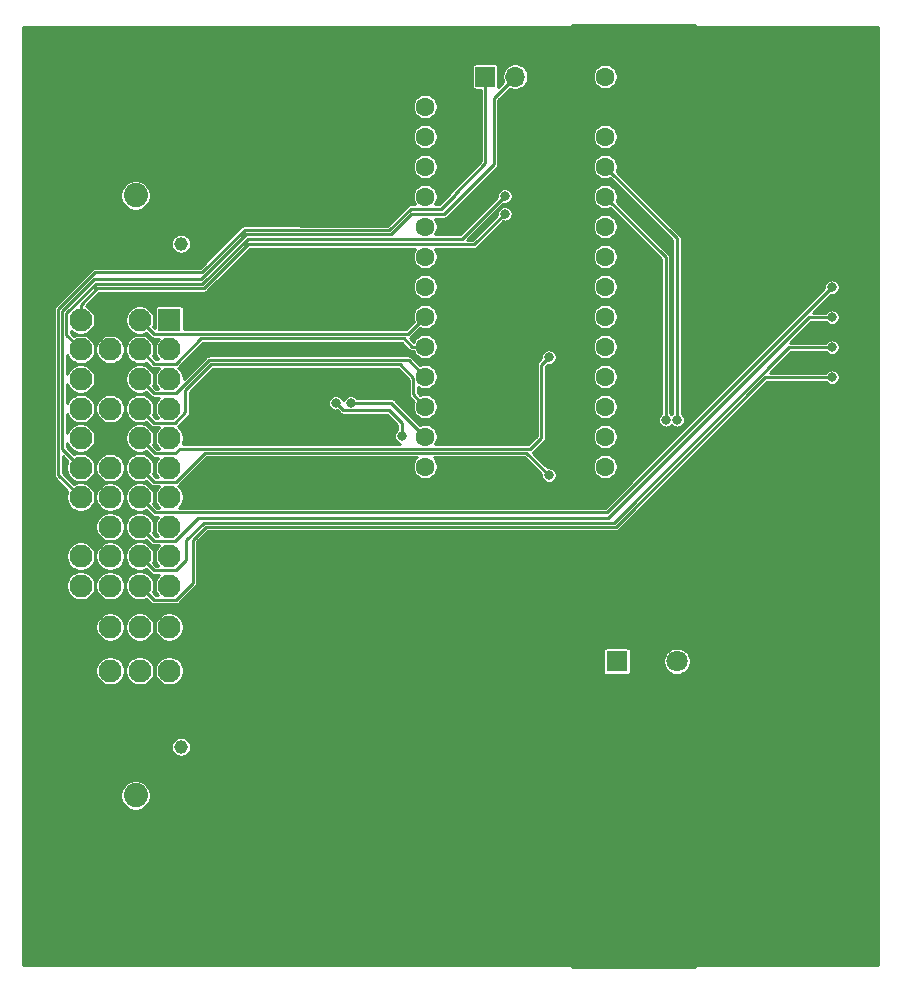
<source format=gbr>
%TF.GenerationSoftware,KiCad,Pcbnew,5.99.0+really5.1.10+dfsg1-1*%
%TF.CreationDate,2022-02-03T20:21:40+01:00*%
%TF.ProjectId,JoeMBMS_V2.0,4a6f654d-424d-4535-9f56-322e302e6b69,rev?*%
%TF.SameCoordinates,Original*%
%TF.FileFunction,Copper,L2,Bot*%
%TF.FilePolarity,Positive*%
%FSLAX46Y46*%
G04 Gerber Fmt 4.6, Leading zero omitted, Abs format (unit mm)*
G04 Created by KiCad (PCBNEW 5.99.0+really5.1.10+dfsg1-1) date 2022-02-03 20:21:40*
%MOMM*%
%LPD*%
G01*
G04 APERTURE LIST*
%TA.AperFunction,ComponentPad*%
%ADD10O,1.700000X1.700000*%
%TD*%
%TA.AperFunction,ComponentPad*%
%ADD11R,1.700000X1.700000*%
%TD*%
%TA.AperFunction,ComponentPad*%
%ADD12C,2.050000*%
%TD*%
%TA.AperFunction,ComponentPad*%
%ADD13C,1.150000*%
%TD*%
%TA.AperFunction,ComponentPad*%
%ADD14C,1.950000*%
%TD*%
%TA.AperFunction,ComponentPad*%
%ADD15R,1.950000X1.950000*%
%TD*%
%TA.AperFunction,ComponentPad*%
%ADD16R,1.800000X1.800000*%
%TD*%
%TA.AperFunction,ComponentPad*%
%ADD17C,1.800000*%
%TD*%
%TA.AperFunction,ComponentPad*%
%ADD18C,1.600000*%
%TD*%
%TA.AperFunction,ComponentPad*%
%ADD19R,1.600000X1.600000*%
%TD*%
%TA.AperFunction,ViaPad*%
%ADD20C,0.800000*%
%TD*%
%TA.AperFunction,Conductor*%
%ADD21C,0.250000*%
%TD*%
%TA.AperFunction,Conductor*%
%ADD22C,0.254000*%
%TD*%
%TA.AperFunction,Conductor*%
%ADD23C,0.100000*%
%TD*%
G04 APERTURE END LIST*
D10*
%TO.P,REF\u002A\u002A,2*%
%TO.N,Teensy_D-*%
X141995000Y-54490000D03*
D11*
%TO.P,REF\u002A\u002A,1*%
%TO.N,Teensy_D+*%
X139455000Y-54490000D03*
%TD*%
D12*
%TO.P,J1,MH4*%
%TO.N,N/C*%
X109850000Y-115350000D03*
%TO.P,J1,MH3*%
X109850000Y-64550000D03*
D13*
%TO.P,J1,MH2*%
X113700000Y-111250000D03*
%TO.P,J1,MH1*%
X113700000Y-68650000D03*
D14*
%TO.P,J1,M4*%
%TO.N,GND*%
X105200000Y-104800000D03*
%TO.P,J1,M3*%
%TO.N,Net-(J1-PadM3)*%
X107700000Y-104800000D03*
%TO.P,J1,M2*%
%TO.N,Net-(J1-PadM2)*%
X110200000Y-104800000D03*
%TO.P,J1,M1*%
%TO.N,J1_12V*%
X112700000Y-104800000D03*
%TO.P,J1,L4*%
%TO.N,GND*%
X105200000Y-101100000D03*
%TO.P,J1,L3*%
%TO.N,Net-(J1-PadL3)*%
X107700000Y-101100000D03*
%TO.P,J1,L2*%
%TO.N,Net-(J1-PadL2)*%
X110200000Y-101100000D03*
%TO.P,J1,L1*%
%TO.N,J1_12V*%
X112700000Y-101100000D03*
%TO.P,J1,K4*%
%TO.N,Net-(J1-PadK4)*%
X105200000Y-97600000D03*
%TO.P,J1,K3*%
%TO.N,Net-(J1-PadK3)*%
X107700000Y-97600000D03*
%TO.P,J1,K2*%
%TO.N,J1_IN2*%
X110200000Y-97600000D03*
%TO.P,J1,K1*%
%TO.N,Net-(J1-PadK1)*%
X112700000Y-97600000D03*
%TO.P,J1,J4*%
%TO.N,Net-(J1-PadJ4)*%
X105200000Y-95100000D03*
%TO.P,J1,J3*%
%TO.N,Net-(J1-PadJ3)*%
X107700000Y-95100000D03*
%TO.P,J1,J2*%
%TO.N,J1_IN1*%
X110200000Y-95100000D03*
%TO.P,J1,J1*%
%TO.N,Net-(J1-PadJ1)*%
X112700000Y-95100000D03*
%TO.P,J1,H4*%
%TO.N,GND*%
X105200000Y-92600000D03*
%TO.P,J1,H3*%
%TO.N,Net-(J1-PadH3)*%
X107700000Y-92600000D03*
%TO.P,J1,H2*%
%TO.N,J1_IN3*%
X110200000Y-92600000D03*
%TO.P,J1,H1*%
%TO.N,J1_OUT6*%
X112700000Y-92600000D03*
%TO.P,J1,G4*%
%TO.N,Teensy_D+*%
X105200000Y-90100000D03*
%TO.P,J1,G3*%
%TO.N,Net-(J1-PadG3)*%
X107700000Y-90100000D03*
%TO.P,J1,G2*%
%TO.N,J1_IN4*%
X110200000Y-90100000D03*
%TO.P,J1,G1*%
%TO.N,J1_OUT5*%
X112700000Y-90100000D03*
%TO.P,J1,F4*%
%TO.N,Teensy_D-*%
X105200000Y-87600000D03*
%TO.P,J1,F3*%
%TO.N,Teensy_VUSB*%
X107700000Y-87600000D03*
%TO.P,J1,F2*%
%TO.N,J1_ASEN2*%
X110200000Y-87600000D03*
%TO.P,J1,F1*%
%TO.N,J1_OUT7*%
X112700000Y-87600000D03*
%TO.P,J1,E4*%
%TO.N,Teensy_VUSB*%
X105200000Y-85100000D03*
%TO.P,J1,E3*%
%TO.N,GND*%
X107700000Y-85100000D03*
%TO.P,J1,E2*%
%TO.N,J1_ASEN1*%
X110200000Y-85100000D03*
%TO.P,J1,E1*%
%TO.N,J1_OUT8*%
X112700000Y-85100000D03*
%TO.P,J1,D4*%
%TO.N,J1_CAN_T_2*%
X105200000Y-82600000D03*
%TO.P,J1,D3*%
%TO.N,Teensy_VUSB*%
X107700000Y-82600000D03*
%TO.P,J1,D2*%
%TO.N,J1_TX2*%
X110200000Y-82600000D03*
%TO.P,J1,D1*%
%TO.N,J1_OUT1*%
X112700000Y-82600000D03*
%TO.P,J1,C4*%
%TO.N,J1_CANH*%
X105200000Y-80100000D03*
%TO.P,J1,C3*%
%TO.N,GND*%
X107700000Y-80100000D03*
%TO.P,J1,C2*%
%TO.N,J1_RX2*%
X110200000Y-80100000D03*
%TO.P,J1,C1*%
%TO.N,J1_OUT2*%
X112700000Y-80100000D03*
%TO.P,J1,B4*%
%TO.N,J1_CANH*%
X105200000Y-77600000D03*
%TO.P,J1,B3*%
%TO.N,Teensy_VUSB*%
X107700000Y-77600000D03*
%TO.P,J1,B2*%
%TO.N,Teensy_TX3*%
X110200000Y-77600000D03*
%TO.P,J1,B1*%
%TO.N,J1_OUT4*%
X112700000Y-77600000D03*
%TO.P,J1,A4*%
%TO.N,J1_CANL*%
X105200000Y-75100000D03*
%TO.P,J1,A3*%
%TO.N,GND*%
X107700000Y-75100000D03*
%TO.P,J1,A2*%
%TO.N,Teensy_RX3*%
X110200000Y-75100000D03*
D15*
%TO.P,J1,A1*%
%TO.N,J1_OUT3*%
X112700000Y-75100000D03*
%TD*%
D16*
%TO.P,U3,1*%
%TO.N,+12V*%
X150600000Y-104000000D03*
D17*
%TO.P,U3,2*%
%TO.N,GND*%
X153140000Y-104000000D03*
%TO.P,U3,3*%
%TO.N,Teensy_VUSB*%
X155680000Y-104000000D03*
%TD*%
D18*
%TO.P,U1,20*%
%TO.N,Net-(U1-Pad20)*%
X149620000Y-87510000D03*
%TO.P,U1,14*%
%TO.N,Teensy_OUT2*%
X134380000Y-87510000D03*
%TO.P,U1,21*%
%TO.N,Teensy_ASEN2*%
X149620000Y-84970000D03*
%TO.P,U1,22*%
%TO.N,Teensy_ASEN1*%
X149620000Y-82430000D03*
%TO.P,U1,23*%
%TO.N,Teensy_IN2*%
X149620000Y-79890000D03*
%TO.P,U1,24*%
%TO.N,Teensy_IN1*%
X149620000Y-77350000D03*
%TO.P,U1,25*%
%TO.N,Teensy_IN3*%
X149620000Y-74810000D03*
%TO.P,U1,26*%
%TO.N,Teensy_IN4*%
X149620000Y-72270000D03*
%TO.P,U1,27*%
%TO.N,Teensy_OUT3*%
X149620000Y-69730000D03*
%TO.P,U1,28*%
%TO.N,Teensy_OUT4*%
X149620000Y-67190000D03*
%TO.P,U1,29*%
%TO.N,Teensy_OUT5*%
X149620000Y-64650000D03*
%TO.P,U1,30*%
%TO.N,Teensy_OUT6*%
X149620000Y-62110000D03*
%TO.P,U1,31*%
%TO.N,+3V3*%
X149620000Y-59570000D03*
%TO.P,U1,32*%
%TO.N,GND*%
X149620000Y-57030000D03*
%TO.P,U1,33*%
%TO.N,Teensy_VUSB*%
X149620000Y-54490000D03*
%TO.P,U1,13*%
%TO.N,Teensy_OUT1*%
X134380000Y-84970000D03*
%TO.P,U1,12*%
%TO.N,J1_TX2*%
X134380000Y-82430000D03*
%TO.P,U1,11*%
%TO.N,J1_RX2*%
X134380000Y-79890000D03*
%TO.P,U1,10*%
%TO.N,Teensy_TX3*%
X134380000Y-77350000D03*
%TO.P,U1,9*%
%TO.N,Teensy_RX3*%
X134380000Y-74810000D03*
%TO.P,U1,8*%
%TO.N,Teensy_OUT8*%
X134380000Y-72270000D03*
%TO.P,U1,7*%
%TO.N,Teensy_OUT7*%
X134380000Y-69730000D03*
%TO.P,U1,6*%
%TO.N,Teensy_RX*%
X134380000Y-67190000D03*
%TO.P,U1,5*%
%TO.N,Teensy_TX*%
X134380000Y-64650000D03*
%TO.P,U1,4*%
%TO.N,Net-(U1-Pad4)*%
X134380000Y-62110000D03*
%TO.P,U1,3*%
%TO.N,Net-(U1-Pad3)*%
X134380000Y-59570000D03*
%TO.P,U1,2*%
%TO.N,Net-(U1-Pad2)*%
X134380000Y-57030000D03*
D19*
%TO.P,U1,1*%
%TO.N,GND*%
X134380000Y-54490000D03*
%TD*%
D20*
%TO.N,GND*%
X162450000Y-74850000D03*
X143000000Y-78550000D03*
X143000000Y-87950000D03*
X152500000Y-73595000D03*
X152500000Y-71055000D03*
X152500000Y-76135000D03*
X152500000Y-78675000D03*
X142000000Y-58200000D03*
X124900000Y-73400000D03*
X121550000Y-88115000D03*
X121550000Y-90655000D03*
X121550000Y-96365000D03*
X121550000Y-98905000D03*
X132750000Y-115750000D03*
X140500000Y-115750000D03*
X162500000Y-115750000D03*
%TO.N,Teensy_OUT5*%
X154750000Y-83550000D03*
%TO.N,Teensy_OUT6*%
X155700000Y-83550000D03*
%TO.N,Teensy_OUT1*%
X128060000Y-82100000D03*
%TO.N,Teensy_OUT2*%
X126790000Y-82100000D03*
X132400000Y-84950000D03*
%TO.N,J1_CANH*%
X141100000Y-64600000D03*
%TO.N,J1_IN4*%
X168800000Y-72325000D03*
%TO.N,J1_CANL*%
X141100000Y-66100000D03*
%TO.N,J1_IN3*%
X168800000Y-74865000D03*
%TO.N,J1_IN2*%
X168800000Y-79945000D03*
%TO.N,J1_IN1*%
X168800000Y-77405000D03*
%TO.N,J1_ASEN2*%
X144837500Y-88250000D03*
%TO.N,J1_ASEN1*%
X144837500Y-78250000D03*
%TD*%
D21*
%TO.N,Teensy_TX3*%
X133248630Y-77350000D02*
X132548641Y-76650011D01*
X134380000Y-77350000D02*
X133248630Y-77350000D01*
X111400001Y-78800001D02*
X110200000Y-77600000D01*
X113276001Y-78800001D02*
X111400001Y-78800001D01*
X115425991Y-76650011D02*
X113276001Y-78800001D01*
X132548641Y-76650011D02*
X115425991Y-76650011D01*
%TO.N,Teensy_RX3*%
X111400001Y-76300001D02*
X110200000Y-75100000D01*
X132889999Y-76300001D02*
X111400001Y-76300001D01*
X134380000Y-74810000D02*
X132889999Y-76300001D01*
%TO.N,Teensy_OUT5*%
X149620000Y-64650000D02*
X154750000Y-69780000D01*
X154750000Y-69780000D02*
X154750000Y-83550000D01*
X154750000Y-83550000D02*
X154750000Y-83550000D01*
%TO.N,Teensy_OUT6*%
X149620000Y-62110000D02*
X155600000Y-68090000D01*
X155600000Y-83600000D02*
X155600000Y-83600000D01*
X155700000Y-68190000D02*
X155600000Y-68090000D01*
X155700000Y-83550000D02*
X155700000Y-68190000D01*
%TO.N,Teensy_OUT1*%
X131510000Y-82100000D02*
X134380000Y-84970000D01*
X128060000Y-82100000D02*
X131510000Y-82100000D01*
%TO.N,Teensy_OUT2*%
X127415001Y-82725001D02*
X131325001Y-82725001D01*
X126790000Y-82100000D02*
X127415001Y-82725001D01*
X132400000Y-83800000D02*
X132400000Y-84950000D01*
X131325001Y-82725001D02*
X132400000Y-83800000D01*
%TO.N,J1_CANH*%
X103999999Y-74523999D02*
X103999999Y-76399999D01*
X106473998Y-72050000D02*
X103999999Y-74523999D01*
X115500000Y-72050000D02*
X106473998Y-72050000D01*
X103999999Y-76399999D02*
X105200000Y-77600000D01*
X119334999Y-68215001D02*
X115500000Y-72050000D01*
X137484999Y-68215001D02*
X119334999Y-68215001D01*
X141100000Y-64600000D02*
X137484999Y-68215001D01*
%TO.N,J1_IN4*%
X111499999Y-91399999D02*
X149725001Y-91399999D01*
X149725001Y-91399999D02*
X168800000Y-72325000D01*
X110200000Y-90100000D02*
X111499999Y-91399999D01*
%TO.N,J1_CANL*%
X106618976Y-72400010D02*
X105200000Y-73818986D01*
X105200000Y-73818986D02*
X105200000Y-75100000D01*
X115644978Y-72400010D02*
X106618976Y-72400010D01*
X119339989Y-68704999D02*
X115644978Y-72400010D01*
X138495001Y-68704999D02*
X119339989Y-68704999D01*
X141100000Y-66100000D02*
X138495001Y-68704999D01*
%TO.N,J1_IN3*%
X111400001Y-93800001D02*
X113199999Y-93800001D01*
X110200000Y-92600000D02*
X111400001Y-93800001D01*
X113199999Y-93800001D02*
X115100000Y-91900000D01*
X115100000Y-91900000D02*
X149850000Y-91900000D01*
X166885000Y-74865000D02*
X168800000Y-74865000D01*
X149850000Y-91900000D02*
X166885000Y-74865000D01*
%TO.N,J1_IN2*%
X114700000Y-97376002D02*
X114700000Y-93694988D01*
X113276001Y-98800001D02*
X114700000Y-97376002D01*
X111400001Y-98800001D02*
X113276001Y-98800001D01*
X110200000Y-97600000D02*
X111400001Y-98800001D01*
X114700000Y-93694988D02*
X115794968Y-92600020D01*
X115794968Y-92600020D02*
X150499980Y-92600020D01*
X163155000Y-79945000D02*
X168800000Y-79945000D01*
X150499980Y-92600020D02*
X163155000Y-79945000D01*
%TO.N,J1_IN1*%
X113276001Y-96300001D02*
X114150000Y-95426002D01*
X111400001Y-96300001D02*
X113276001Y-96300001D01*
X110200000Y-95100000D02*
X111400001Y-96300001D01*
X114150000Y-95426002D02*
X114150000Y-93750000D01*
X115649990Y-92250010D02*
X150349990Y-92250010D01*
X114150000Y-93750000D02*
X115649990Y-92250010D01*
X165195000Y-77405000D02*
X168800000Y-77405000D01*
X150349990Y-92250010D02*
X165195000Y-77405000D01*
%TO.N,J1_TX2*%
X111400001Y-83800001D02*
X110200000Y-82600000D01*
X113199999Y-83800001D02*
X111400001Y-83800001D01*
X133354999Y-81404999D02*
X133354999Y-80004999D01*
X134380000Y-82430000D02*
X133354999Y-81404999D01*
X133354999Y-80004999D02*
X132200010Y-78850010D01*
X132200010Y-78850010D02*
X116220980Y-78850010D01*
X114075000Y-80995990D02*
X114075000Y-82925000D01*
X116220980Y-78850010D02*
X114075000Y-80995990D01*
X114075000Y-82925000D02*
X113199999Y-83800001D01*
%TO.N,J1_RX2*%
X111400001Y-81300001D02*
X110200000Y-80100000D01*
X113276001Y-81300001D02*
X111400001Y-81300001D01*
X116076002Y-78500000D02*
X113276001Y-81300001D01*
X132990000Y-78500000D02*
X116076002Y-78500000D01*
X134380000Y-79890000D02*
X132990000Y-78500000D01*
%TO.N,J1_ASEN2*%
X111400001Y-88800001D02*
X110200000Y-87600000D01*
X113276001Y-88800001D02*
X111400001Y-88800001D01*
X115725994Y-86350008D02*
X113276001Y-88800001D01*
X142927514Y-86350008D02*
X115725994Y-86350008D01*
X142932511Y-86345011D02*
X142927514Y-86350008D01*
X144837500Y-88250000D02*
X142932511Y-86345011D01*
%TO.N,J1_ASEN1*%
X113176003Y-86399999D02*
X111499999Y-86399999D01*
X115304999Y-85995001D02*
X115300000Y-86000000D01*
X111499999Y-86399999D02*
X110200000Y-85100000D01*
X113576002Y-86000000D02*
X113176003Y-86399999D01*
X143279997Y-85995001D02*
X115304999Y-85995001D01*
X115300000Y-86000000D02*
X113576002Y-86000000D01*
X144212499Y-85062499D02*
X143279997Y-85995001D01*
X144212499Y-78875001D02*
X144212499Y-85062499D01*
X144837500Y-78250000D02*
X144212499Y-78875001D01*
%TO.N,Teensy_D+*%
X139455000Y-61845000D02*
X139455000Y-54490000D01*
X105200000Y-90100000D02*
X103299983Y-88199983D01*
X133155011Y-65675001D02*
X135699999Y-65675001D01*
X103299983Y-88199983D02*
X103299983Y-74205029D01*
X119110024Y-67450000D02*
X123650000Y-67450000D01*
X123714981Y-67514981D02*
X131315031Y-67514981D01*
X123650000Y-67450000D02*
X123714981Y-67514981D01*
X131315031Y-67514981D02*
X133155011Y-65675001D01*
X103299983Y-74205029D02*
X106430012Y-71075000D01*
X135699999Y-65675001D02*
X136875000Y-64500000D01*
X106430012Y-71075000D02*
X115485024Y-71075000D01*
X136875000Y-64500000D02*
X136875000Y-64425000D01*
X115485024Y-71075000D02*
X119110024Y-67450000D01*
X136875000Y-64425000D02*
X139455000Y-61845000D01*
%TO.N,Teensy_D-*%
X140175000Y-56310000D02*
X141995000Y-54490000D01*
X135939999Y-66164999D02*
X140175000Y-61929998D01*
X119190021Y-67864991D02*
X131460009Y-67864991D01*
X115405012Y-71650000D02*
X119190021Y-67864991D01*
X133160001Y-66164999D02*
X135939999Y-66164999D01*
X106350000Y-71650000D02*
X115405012Y-71650000D01*
X131460009Y-67864991D02*
X133160001Y-66164999D01*
X103649989Y-74350011D02*
X106350000Y-71650000D01*
X140175000Y-61929998D02*
X140175000Y-56310000D01*
X103649989Y-86049989D02*
X103649989Y-74350011D01*
X105200000Y-87600000D02*
X103649989Y-86049989D01*
%TD*%
D22*
%TO.N,GND*%
X157235149Y-50176967D02*
X157274763Y-50225237D01*
X157323033Y-50264851D01*
X157378103Y-50294286D01*
X157437857Y-50312412D01*
X157484436Y-50317000D01*
X157484437Y-50317000D01*
X157500000Y-50318533D01*
X157515564Y-50317000D01*
X172683000Y-50317000D01*
X172683001Y-129683000D01*
X157515564Y-129683000D01*
X157500000Y-129681467D01*
X157484437Y-129683000D01*
X157484436Y-129683000D01*
X157437857Y-129687588D01*
X157378103Y-129705714D01*
X157323033Y-129735149D01*
X157274763Y-129774763D01*
X157235149Y-129823033D01*
X157208442Y-129873000D01*
X146841558Y-129873000D01*
X146814851Y-129823033D01*
X146775237Y-129774763D01*
X146726967Y-129735149D01*
X146671897Y-129705714D01*
X146612143Y-129687588D01*
X146565564Y-129683000D01*
X146550000Y-129681467D01*
X146534437Y-129683000D01*
X100317000Y-129683000D01*
X100317000Y-115222749D01*
X108558000Y-115222749D01*
X108558000Y-115477251D01*
X108607651Y-115726862D01*
X108705045Y-115961991D01*
X108846438Y-116173602D01*
X109026398Y-116353562D01*
X109238009Y-116494955D01*
X109473138Y-116592349D01*
X109722749Y-116642000D01*
X109977251Y-116642000D01*
X110226862Y-116592349D01*
X110461991Y-116494955D01*
X110673602Y-116353562D01*
X110853562Y-116173602D01*
X110994955Y-115961991D01*
X111092349Y-115726862D01*
X111142000Y-115477251D01*
X111142000Y-115222749D01*
X111092349Y-114973138D01*
X110994955Y-114738009D01*
X110853562Y-114526398D01*
X110673602Y-114346438D01*
X110461991Y-114205045D01*
X110226862Y-114107651D01*
X109977251Y-114058000D01*
X109722749Y-114058000D01*
X109473138Y-114107651D01*
X109238009Y-114205045D01*
X109026398Y-114346438D01*
X108846438Y-114526398D01*
X108705045Y-114738009D01*
X108607651Y-114973138D01*
X108558000Y-115222749D01*
X100317000Y-115222749D01*
X100317000Y-111167070D01*
X112858000Y-111167070D01*
X112858000Y-111332930D01*
X112890358Y-111495602D01*
X112953829Y-111648837D01*
X113045976Y-111786744D01*
X113163256Y-111904024D01*
X113301163Y-111996171D01*
X113454398Y-112059642D01*
X113617070Y-112092000D01*
X113782930Y-112092000D01*
X113945602Y-112059642D01*
X114098837Y-111996171D01*
X114236744Y-111904024D01*
X114354024Y-111786744D01*
X114446171Y-111648837D01*
X114509642Y-111495602D01*
X114542000Y-111332930D01*
X114542000Y-111167070D01*
X114509642Y-111004398D01*
X114446171Y-110851163D01*
X114354024Y-110713256D01*
X114236744Y-110595976D01*
X114098837Y-110503829D01*
X113945602Y-110440358D01*
X113782930Y-110408000D01*
X113617070Y-110408000D01*
X113454398Y-110440358D01*
X113301163Y-110503829D01*
X113163256Y-110595976D01*
X113045976Y-110713256D01*
X112953829Y-110851163D01*
X112890358Y-111004398D01*
X112858000Y-111167070D01*
X100317000Y-111167070D01*
X100317000Y-104677674D01*
X106458000Y-104677674D01*
X106458000Y-104922326D01*
X106505729Y-105162278D01*
X106599353Y-105388308D01*
X106735275Y-105591729D01*
X106908271Y-105764725D01*
X107111692Y-105900647D01*
X107337722Y-105994271D01*
X107577674Y-106042000D01*
X107822326Y-106042000D01*
X108062278Y-105994271D01*
X108288308Y-105900647D01*
X108491729Y-105764725D01*
X108664725Y-105591729D01*
X108800647Y-105388308D01*
X108894271Y-105162278D01*
X108942000Y-104922326D01*
X108942000Y-104677674D01*
X108958000Y-104677674D01*
X108958000Y-104922326D01*
X109005729Y-105162278D01*
X109099353Y-105388308D01*
X109235275Y-105591729D01*
X109408271Y-105764725D01*
X109611692Y-105900647D01*
X109837722Y-105994271D01*
X110077674Y-106042000D01*
X110322326Y-106042000D01*
X110562278Y-105994271D01*
X110788308Y-105900647D01*
X110991729Y-105764725D01*
X111164725Y-105591729D01*
X111300647Y-105388308D01*
X111394271Y-105162278D01*
X111442000Y-104922326D01*
X111442000Y-104677674D01*
X111458000Y-104677674D01*
X111458000Y-104922326D01*
X111505729Y-105162278D01*
X111599353Y-105388308D01*
X111735275Y-105591729D01*
X111908271Y-105764725D01*
X112111692Y-105900647D01*
X112337722Y-105994271D01*
X112577674Y-106042000D01*
X112822326Y-106042000D01*
X113062278Y-105994271D01*
X113288308Y-105900647D01*
X113491729Y-105764725D01*
X113664725Y-105591729D01*
X113800647Y-105388308D01*
X113894271Y-105162278D01*
X113942000Y-104922326D01*
X113942000Y-104677674D01*
X113894271Y-104437722D01*
X113800647Y-104211692D01*
X113664725Y-104008271D01*
X113491729Y-103835275D01*
X113288308Y-103699353D01*
X113062278Y-103605729D01*
X112822326Y-103558000D01*
X112577674Y-103558000D01*
X112337722Y-103605729D01*
X112111692Y-103699353D01*
X111908271Y-103835275D01*
X111735275Y-104008271D01*
X111599353Y-104211692D01*
X111505729Y-104437722D01*
X111458000Y-104677674D01*
X111442000Y-104677674D01*
X111394271Y-104437722D01*
X111300647Y-104211692D01*
X111164725Y-104008271D01*
X110991729Y-103835275D01*
X110788308Y-103699353D01*
X110562278Y-103605729D01*
X110322326Y-103558000D01*
X110077674Y-103558000D01*
X109837722Y-103605729D01*
X109611692Y-103699353D01*
X109408271Y-103835275D01*
X109235275Y-104008271D01*
X109099353Y-104211692D01*
X109005729Y-104437722D01*
X108958000Y-104677674D01*
X108942000Y-104677674D01*
X108894271Y-104437722D01*
X108800647Y-104211692D01*
X108664725Y-104008271D01*
X108491729Y-103835275D01*
X108288308Y-103699353D01*
X108062278Y-103605729D01*
X107822326Y-103558000D01*
X107577674Y-103558000D01*
X107337722Y-103605729D01*
X107111692Y-103699353D01*
X106908271Y-103835275D01*
X106735275Y-104008271D01*
X106599353Y-104211692D01*
X106505729Y-104437722D01*
X106458000Y-104677674D01*
X100317000Y-104677674D01*
X100317000Y-103100000D01*
X149431709Y-103100000D01*
X149431709Y-104900000D01*
X149436864Y-104952341D01*
X149452131Y-105002671D01*
X149476924Y-105049054D01*
X149510290Y-105089710D01*
X149550946Y-105123076D01*
X149597329Y-105147869D01*
X149647659Y-105163136D01*
X149700000Y-105168291D01*
X151500000Y-105168291D01*
X151552341Y-105163136D01*
X151602671Y-105147869D01*
X151649054Y-105123076D01*
X151689710Y-105089710D01*
X151723076Y-105049054D01*
X151747869Y-105002671D01*
X151763136Y-104952341D01*
X151768291Y-104900000D01*
X151768291Y-103885060D01*
X154513000Y-103885060D01*
X154513000Y-104114940D01*
X154557847Y-104340401D01*
X154645818Y-104552782D01*
X154773532Y-104743919D01*
X154936081Y-104906468D01*
X155127218Y-105034182D01*
X155339599Y-105122153D01*
X155565060Y-105167000D01*
X155794940Y-105167000D01*
X156020401Y-105122153D01*
X156232782Y-105034182D01*
X156423919Y-104906468D01*
X156586468Y-104743919D01*
X156714182Y-104552782D01*
X156802153Y-104340401D01*
X156847000Y-104114940D01*
X156847000Y-103885060D01*
X156802153Y-103659599D01*
X156714182Y-103447218D01*
X156586468Y-103256081D01*
X156423919Y-103093532D01*
X156232782Y-102965818D01*
X156020401Y-102877847D01*
X155794940Y-102833000D01*
X155565060Y-102833000D01*
X155339599Y-102877847D01*
X155127218Y-102965818D01*
X154936081Y-103093532D01*
X154773532Y-103256081D01*
X154645818Y-103447218D01*
X154557847Y-103659599D01*
X154513000Y-103885060D01*
X151768291Y-103885060D01*
X151768291Y-103100000D01*
X151763136Y-103047659D01*
X151747869Y-102997329D01*
X151723076Y-102950946D01*
X151689710Y-102910290D01*
X151649054Y-102876924D01*
X151602671Y-102852131D01*
X151552341Y-102836864D01*
X151500000Y-102831709D01*
X149700000Y-102831709D01*
X149647659Y-102836864D01*
X149597329Y-102852131D01*
X149550946Y-102876924D01*
X149510290Y-102910290D01*
X149476924Y-102950946D01*
X149452131Y-102997329D01*
X149436864Y-103047659D01*
X149431709Y-103100000D01*
X100317000Y-103100000D01*
X100317000Y-100977674D01*
X106458000Y-100977674D01*
X106458000Y-101222326D01*
X106505729Y-101462278D01*
X106599353Y-101688308D01*
X106735275Y-101891729D01*
X106908271Y-102064725D01*
X107111692Y-102200647D01*
X107337722Y-102294271D01*
X107577674Y-102342000D01*
X107822326Y-102342000D01*
X108062278Y-102294271D01*
X108288308Y-102200647D01*
X108491729Y-102064725D01*
X108664725Y-101891729D01*
X108800647Y-101688308D01*
X108894271Y-101462278D01*
X108942000Y-101222326D01*
X108942000Y-100977674D01*
X108958000Y-100977674D01*
X108958000Y-101222326D01*
X109005729Y-101462278D01*
X109099353Y-101688308D01*
X109235275Y-101891729D01*
X109408271Y-102064725D01*
X109611692Y-102200647D01*
X109837722Y-102294271D01*
X110077674Y-102342000D01*
X110322326Y-102342000D01*
X110562278Y-102294271D01*
X110788308Y-102200647D01*
X110991729Y-102064725D01*
X111164725Y-101891729D01*
X111300647Y-101688308D01*
X111394271Y-101462278D01*
X111442000Y-101222326D01*
X111442000Y-100977674D01*
X111458000Y-100977674D01*
X111458000Y-101222326D01*
X111505729Y-101462278D01*
X111599353Y-101688308D01*
X111735275Y-101891729D01*
X111908271Y-102064725D01*
X112111692Y-102200647D01*
X112337722Y-102294271D01*
X112577674Y-102342000D01*
X112822326Y-102342000D01*
X113062278Y-102294271D01*
X113288308Y-102200647D01*
X113491729Y-102064725D01*
X113664725Y-101891729D01*
X113800647Y-101688308D01*
X113894271Y-101462278D01*
X113942000Y-101222326D01*
X113942000Y-100977674D01*
X113894271Y-100737722D01*
X113800647Y-100511692D01*
X113664725Y-100308271D01*
X113491729Y-100135275D01*
X113288308Y-99999353D01*
X113062278Y-99905729D01*
X112822326Y-99858000D01*
X112577674Y-99858000D01*
X112337722Y-99905729D01*
X112111692Y-99999353D01*
X111908271Y-100135275D01*
X111735275Y-100308271D01*
X111599353Y-100511692D01*
X111505729Y-100737722D01*
X111458000Y-100977674D01*
X111442000Y-100977674D01*
X111394271Y-100737722D01*
X111300647Y-100511692D01*
X111164725Y-100308271D01*
X110991729Y-100135275D01*
X110788308Y-99999353D01*
X110562278Y-99905729D01*
X110322326Y-99858000D01*
X110077674Y-99858000D01*
X109837722Y-99905729D01*
X109611692Y-99999353D01*
X109408271Y-100135275D01*
X109235275Y-100308271D01*
X109099353Y-100511692D01*
X109005729Y-100737722D01*
X108958000Y-100977674D01*
X108942000Y-100977674D01*
X108894271Y-100737722D01*
X108800647Y-100511692D01*
X108664725Y-100308271D01*
X108491729Y-100135275D01*
X108288308Y-99999353D01*
X108062278Y-99905729D01*
X107822326Y-99858000D01*
X107577674Y-99858000D01*
X107337722Y-99905729D01*
X107111692Y-99999353D01*
X106908271Y-100135275D01*
X106735275Y-100308271D01*
X106599353Y-100511692D01*
X106505729Y-100737722D01*
X106458000Y-100977674D01*
X100317000Y-100977674D01*
X100317000Y-97477674D01*
X103958000Y-97477674D01*
X103958000Y-97722326D01*
X104005729Y-97962278D01*
X104099353Y-98188308D01*
X104235275Y-98391729D01*
X104408271Y-98564725D01*
X104611692Y-98700647D01*
X104837722Y-98794271D01*
X105077674Y-98842000D01*
X105322326Y-98842000D01*
X105562278Y-98794271D01*
X105788308Y-98700647D01*
X105991729Y-98564725D01*
X106164725Y-98391729D01*
X106300647Y-98188308D01*
X106394271Y-97962278D01*
X106442000Y-97722326D01*
X106442000Y-97477674D01*
X106458000Y-97477674D01*
X106458000Y-97722326D01*
X106505729Y-97962278D01*
X106599353Y-98188308D01*
X106735275Y-98391729D01*
X106908271Y-98564725D01*
X107111692Y-98700647D01*
X107337722Y-98794271D01*
X107577674Y-98842000D01*
X107822326Y-98842000D01*
X108062278Y-98794271D01*
X108288308Y-98700647D01*
X108491729Y-98564725D01*
X108664725Y-98391729D01*
X108800647Y-98188308D01*
X108894271Y-97962278D01*
X108942000Y-97722326D01*
X108942000Y-97477674D01*
X108894271Y-97237722D01*
X108800647Y-97011692D01*
X108664725Y-96808271D01*
X108491729Y-96635275D01*
X108288308Y-96499353D01*
X108062278Y-96405729D01*
X107822326Y-96358000D01*
X107577674Y-96358000D01*
X107337722Y-96405729D01*
X107111692Y-96499353D01*
X106908271Y-96635275D01*
X106735275Y-96808271D01*
X106599353Y-97011692D01*
X106505729Y-97237722D01*
X106458000Y-97477674D01*
X106442000Y-97477674D01*
X106394271Y-97237722D01*
X106300647Y-97011692D01*
X106164725Y-96808271D01*
X105991729Y-96635275D01*
X105788308Y-96499353D01*
X105562278Y-96405729D01*
X105322326Y-96358000D01*
X105077674Y-96358000D01*
X104837722Y-96405729D01*
X104611692Y-96499353D01*
X104408271Y-96635275D01*
X104235275Y-96808271D01*
X104099353Y-97011692D01*
X104005729Y-97237722D01*
X103958000Y-97477674D01*
X100317000Y-97477674D01*
X100317000Y-94977674D01*
X103958000Y-94977674D01*
X103958000Y-95222326D01*
X104005729Y-95462278D01*
X104099353Y-95688308D01*
X104235275Y-95891729D01*
X104408271Y-96064725D01*
X104611692Y-96200647D01*
X104837722Y-96294271D01*
X105077674Y-96342000D01*
X105322326Y-96342000D01*
X105562278Y-96294271D01*
X105788308Y-96200647D01*
X105991729Y-96064725D01*
X106164725Y-95891729D01*
X106300647Y-95688308D01*
X106394271Y-95462278D01*
X106442000Y-95222326D01*
X106442000Y-94977674D01*
X106458000Y-94977674D01*
X106458000Y-95222326D01*
X106505729Y-95462278D01*
X106599353Y-95688308D01*
X106735275Y-95891729D01*
X106908271Y-96064725D01*
X107111692Y-96200647D01*
X107337722Y-96294271D01*
X107577674Y-96342000D01*
X107822326Y-96342000D01*
X108062278Y-96294271D01*
X108288308Y-96200647D01*
X108491729Y-96064725D01*
X108664725Y-95891729D01*
X108800647Y-95688308D01*
X108894271Y-95462278D01*
X108942000Y-95222326D01*
X108942000Y-94977674D01*
X108894271Y-94737722D01*
X108800647Y-94511692D01*
X108664725Y-94308271D01*
X108491729Y-94135275D01*
X108288308Y-93999353D01*
X108062278Y-93905729D01*
X107822326Y-93858000D01*
X107577674Y-93858000D01*
X107337722Y-93905729D01*
X107111692Y-93999353D01*
X106908271Y-94135275D01*
X106735275Y-94308271D01*
X106599353Y-94511692D01*
X106505729Y-94737722D01*
X106458000Y-94977674D01*
X106442000Y-94977674D01*
X106394271Y-94737722D01*
X106300647Y-94511692D01*
X106164725Y-94308271D01*
X105991729Y-94135275D01*
X105788308Y-93999353D01*
X105562278Y-93905729D01*
X105322326Y-93858000D01*
X105077674Y-93858000D01*
X104837722Y-93905729D01*
X104611692Y-93999353D01*
X104408271Y-94135275D01*
X104235275Y-94308271D01*
X104099353Y-94511692D01*
X104005729Y-94737722D01*
X103958000Y-94977674D01*
X100317000Y-94977674D01*
X100317000Y-92477674D01*
X106458000Y-92477674D01*
X106458000Y-92722326D01*
X106505729Y-92962278D01*
X106599353Y-93188308D01*
X106735275Y-93391729D01*
X106908271Y-93564725D01*
X107111692Y-93700647D01*
X107337722Y-93794271D01*
X107577674Y-93842000D01*
X107822326Y-93842000D01*
X108062278Y-93794271D01*
X108288308Y-93700647D01*
X108491729Y-93564725D01*
X108664725Y-93391729D01*
X108800647Y-93188308D01*
X108894271Y-92962278D01*
X108942000Y-92722326D01*
X108942000Y-92477674D01*
X108894271Y-92237722D01*
X108800647Y-92011692D01*
X108664725Y-91808271D01*
X108491729Y-91635275D01*
X108288308Y-91499353D01*
X108062278Y-91405729D01*
X107822326Y-91358000D01*
X107577674Y-91358000D01*
X107337722Y-91405729D01*
X107111692Y-91499353D01*
X106908271Y-91635275D01*
X106735275Y-91808271D01*
X106599353Y-92011692D01*
X106505729Y-92237722D01*
X106458000Y-92477674D01*
X100317000Y-92477674D01*
X100317000Y-74205029D01*
X102906087Y-74205029D01*
X102907984Y-74224288D01*
X102907983Y-88180734D01*
X102906087Y-88199983D01*
X102913656Y-88276827D01*
X102936071Y-88350719D01*
X102972470Y-88418819D01*
X103021456Y-88478510D01*
X103036423Y-88490793D01*
X104087042Y-89541413D01*
X104005729Y-89737722D01*
X103958000Y-89977674D01*
X103958000Y-90222326D01*
X104005729Y-90462278D01*
X104099353Y-90688308D01*
X104235275Y-90891729D01*
X104408271Y-91064725D01*
X104611692Y-91200647D01*
X104837722Y-91294271D01*
X105077674Y-91342000D01*
X105322326Y-91342000D01*
X105562278Y-91294271D01*
X105788308Y-91200647D01*
X105991729Y-91064725D01*
X106164725Y-90891729D01*
X106300647Y-90688308D01*
X106394271Y-90462278D01*
X106442000Y-90222326D01*
X106442000Y-89977674D01*
X106458000Y-89977674D01*
X106458000Y-90222326D01*
X106505729Y-90462278D01*
X106599353Y-90688308D01*
X106735275Y-90891729D01*
X106908271Y-91064725D01*
X107111692Y-91200647D01*
X107337722Y-91294271D01*
X107577674Y-91342000D01*
X107822326Y-91342000D01*
X108062278Y-91294271D01*
X108288308Y-91200647D01*
X108491729Y-91064725D01*
X108664725Y-90891729D01*
X108800647Y-90688308D01*
X108894271Y-90462278D01*
X108942000Y-90222326D01*
X108942000Y-89977674D01*
X108894271Y-89737722D01*
X108800647Y-89511692D01*
X108664725Y-89308271D01*
X108491729Y-89135275D01*
X108288308Y-88999353D01*
X108062278Y-88905729D01*
X107822326Y-88858000D01*
X107577674Y-88858000D01*
X107337722Y-88905729D01*
X107111692Y-88999353D01*
X106908271Y-89135275D01*
X106735275Y-89308271D01*
X106599353Y-89511692D01*
X106505729Y-89737722D01*
X106458000Y-89977674D01*
X106442000Y-89977674D01*
X106394271Y-89737722D01*
X106300647Y-89511692D01*
X106164725Y-89308271D01*
X105991729Y-89135275D01*
X105788308Y-88999353D01*
X105562278Y-88905729D01*
X105322326Y-88858000D01*
X105077674Y-88858000D01*
X104837722Y-88905729D01*
X104641413Y-88987042D01*
X103691983Y-88037613D01*
X103691983Y-86646353D01*
X104087042Y-87041413D01*
X104005729Y-87237722D01*
X103958000Y-87477674D01*
X103958000Y-87722326D01*
X104005729Y-87962278D01*
X104099353Y-88188308D01*
X104235275Y-88391729D01*
X104408271Y-88564725D01*
X104611692Y-88700647D01*
X104837722Y-88794271D01*
X105077674Y-88842000D01*
X105322326Y-88842000D01*
X105562278Y-88794271D01*
X105788308Y-88700647D01*
X105991729Y-88564725D01*
X106164725Y-88391729D01*
X106300647Y-88188308D01*
X106394271Y-87962278D01*
X106442000Y-87722326D01*
X106442000Y-87477674D01*
X106458000Y-87477674D01*
X106458000Y-87722326D01*
X106505729Y-87962278D01*
X106599353Y-88188308D01*
X106735275Y-88391729D01*
X106908271Y-88564725D01*
X107111692Y-88700647D01*
X107337722Y-88794271D01*
X107577674Y-88842000D01*
X107822326Y-88842000D01*
X108062278Y-88794271D01*
X108288308Y-88700647D01*
X108491729Y-88564725D01*
X108664725Y-88391729D01*
X108800647Y-88188308D01*
X108894271Y-87962278D01*
X108942000Y-87722326D01*
X108942000Y-87477674D01*
X108894271Y-87237722D01*
X108800647Y-87011692D01*
X108664725Y-86808271D01*
X108491729Y-86635275D01*
X108288308Y-86499353D01*
X108062278Y-86405729D01*
X107822326Y-86358000D01*
X107577674Y-86358000D01*
X107337722Y-86405729D01*
X107111692Y-86499353D01*
X106908271Y-86635275D01*
X106735275Y-86808271D01*
X106599353Y-87011692D01*
X106505729Y-87237722D01*
X106458000Y-87477674D01*
X106442000Y-87477674D01*
X106394271Y-87237722D01*
X106300647Y-87011692D01*
X106164725Y-86808271D01*
X105991729Y-86635275D01*
X105788308Y-86499353D01*
X105562278Y-86405729D01*
X105322326Y-86358000D01*
X105077674Y-86358000D01*
X104837722Y-86405729D01*
X104641413Y-86487042D01*
X104041989Y-85887619D01*
X104041989Y-85549818D01*
X104099353Y-85688308D01*
X104235275Y-85891729D01*
X104408271Y-86064725D01*
X104611692Y-86200647D01*
X104837722Y-86294271D01*
X105077674Y-86342000D01*
X105322326Y-86342000D01*
X105562278Y-86294271D01*
X105788308Y-86200647D01*
X105991729Y-86064725D01*
X106164725Y-85891729D01*
X106300647Y-85688308D01*
X106394271Y-85462278D01*
X106442000Y-85222326D01*
X106442000Y-84977674D01*
X106394271Y-84737722D01*
X106300647Y-84511692D01*
X106164725Y-84308271D01*
X105991729Y-84135275D01*
X105788308Y-83999353D01*
X105562278Y-83905729D01*
X105322326Y-83858000D01*
X105077674Y-83858000D01*
X104837722Y-83905729D01*
X104611692Y-83999353D01*
X104408271Y-84135275D01*
X104235275Y-84308271D01*
X104099353Y-84511692D01*
X104041989Y-84650182D01*
X104041989Y-83049818D01*
X104099353Y-83188308D01*
X104235275Y-83391729D01*
X104408271Y-83564725D01*
X104611692Y-83700647D01*
X104837722Y-83794271D01*
X105077674Y-83842000D01*
X105322326Y-83842000D01*
X105562278Y-83794271D01*
X105788308Y-83700647D01*
X105991729Y-83564725D01*
X106164725Y-83391729D01*
X106300647Y-83188308D01*
X106394271Y-82962278D01*
X106442000Y-82722326D01*
X106442000Y-82477674D01*
X106458000Y-82477674D01*
X106458000Y-82722326D01*
X106505729Y-82962278D01*
X106599353Y-83188308D01*
X106735275Y-83391729D01*
X106908271Y-83564725D01*
X107111692Y-83700647D01*
X107337722Y-83794271D01*
X107577674Y-83842000D01*
X107822326Y-83842000D01*
X108062278Y-83794271D01*
X108288308Y-83700647D01*
X108491729Y-83564725D01*
X108664725Y-83391729D01*
X108800647Y-83188308D01*
X108894271Y-82962278D01*
X108942000Y-82722326D01*
X108942000Y-82477674D01*
X108894271Y-82237722D01*
X108800647Y-82011692D01*
X108664725Y-81808271D01*
X108491729Y-81635275D01*
X108288308Y-81499353D01*
X108062278Y-81405729D01*
X107822326Y-81358000D01*
X107577674Y-81358000D01*
X107337722Y-81405729D01*
X107111692Y-81499353D01*
X106908271Y-81635275D01*
X106735275Y-81808271D01*
X106599353Y-82011692D01*
X106505729Y-82237722D01*
X106458000Y-82477674D01*
X106442000Y-82477674D01*
X106394271Y-82237722D01*
X106300647Y-82011692D01*
X106164725Y-81808271D01*
X105991729Y-81635275D01*
X105788308Y-81499353D01*
X105562278Y-81405729D01*
X105322326Y-81358000D01*
X105077674Y-81358000D01*
X104837722Y-81405729D01*
X104611692Y-81499353D01*
X104408271Y-81635275D01*
X104235275Y-81808271D01*
X104099353Y-82011692D01*
X104041989Y-82150182D01*
X104041989Y-80549818D01*
X104099353Y-80688308D01*
X104235275Y-80891729D01*
X104408271Y-81064725D01*
X104611692Y-81200647D01*
X104837722Y-81294271D01*
X105077674Y-81342000D01*
X105322326Y-81342000D01*
X105562278Y-81294271D01*
X105788308Y-81200647D01*
X105991729Y-81064725D01*
X106164725Y-80891729D01*
X106300647Y-80688308D01*
X106394271Y-80462278D01*
X106442000Y-80222326D01*
X106442000Y-79977674D01*
X106394271Y-79737722D01*
X106300647Y-79511692D01*
X106164725Y-79308271D01*
X105991729Y-79135275D01*
X105788308Y-78999353D01*
X105562278Y-78905729D01*
X105322326Y-78858000D01*
X105077674Y-78858000D01*
X104837722Y-78905729D01*
X104611692Y-78999353D01*
X104408271Y-79135275D01*
X104235275Y-79308271D01*
X104099353Y-79511692D01*
X104041989Y-79650182D01*
X104041989Y-78049818D01*
X104099353Y-78188308D01*
X104235275Y-78391729D01*
X104408271Y-78564725D01*
X104611692Y-78700647D01*
X104837722Y-78794271D01*
X105077674Y-78842000D01*
X105322326Y-78842000D01*
X105562278Y-78794271D01*
X105788308Y-78700647D01*
X105991729Y-78564725D01*
X106164725Y-78391729D01*
X106300647Y-78188308D01*
X106394271Y-77962278D01*
X106442000Y-77722326D01*
X106442000Y-77477674D01*
X106458000Y-77477674D01*
X106458000Y-77722326D01*
X106505729Y-77962278D01*
X106599353Y-78188308D01*
X106735275Y-78391729D01*
X106908271Y-78564725D01*
X107111692Y-78700647D01*
X107337722Y-78794271D01*
X107577674Y-78842000D01*
X107822326Y-78842000D01*
X108062278Y-78794271D01*
X108288308Y-78700647D01*
X108491729Y-78564725D01*
X108664725Y-78391729D01*
X108800647Y-78188308D01*
X108894271Y-77962278D01*
X108942000Y-77722326D01*
X108942000Y-77477674D01*
X108894271Y-77237722D01*
X108800647Y-77011692D01*
X108664725Y-76808271D01*
X108491729Y-76635275D01*
X108288308Y-76499353D01*
X108062278Y-76405729D01*
X107822326Y-76358000D01*
X107577674Y-76358000D01*
X107337722Y-76405729D01*
X107111692Y-76499353D01*
X106908271Y-76635275D01*
X106735275Y-76808271D01*
X106599353Y-77011692D01*
X106505729Y-77237722D01*
X106458000Y-77477674D01*
X106442000Y-77477674D01*
X106394271Y-77237722D01*
X106300647Y-77011692D01*
X106164725Y-76808271D01*
X105991729Y-76635275D01*
X105788308Y-76499353D01*
X105562278Y-76405729D01*
X105322326Y-76358000D01*
X105077674Y-76358000D01*
X104837722Y-76405729D01*
X104641413Y-76487042D01*
X104391999Y-76237629D01*
X104391999Y-76048453D01*
X104408271Y-76064725D01*
X104611692Y-76200647D01*
X104837722Y-76294271D01*
X105077674Y-76342000D01*
X105322326Y-76342000D01*
X105562278Y-76294271D01*
X105788308Y-76200647D01*
X105991729Y-76064725D01*
X106164725Y-75891729D01*
X106300647Y-75688308D01*
X106394271Y-75462278D01*
X106442000Y-75222326D01*
X106442000Y-74977674D01*
X108958000Y-74977674D01*
X108958000Y-75222326D01*
X109005729Y-75462278D01*
X109099353Y-75688308D01*
X109235275Y-75891729D01*
X109408271Y-76064725D01*
X109611692Y-76200647D01*
X109837722Y-76294271D01*
X110077674Y-76342000D01*
X110322326Y-76342000D01*
X110562278Y-76294271D01*
X110758587Y-76212958D01*
X111109200Y-76563572D01*
X111121474Y-76578528D01*
X111181164Y-76627514D01*
X111223254Y-76650011D01*
X111249263Y-76663913D01*
X111323155Y-76686329D01*
X111400001Y-76693897D01*
X111419253Y-76692001D01*
X111851545Y-76692001D01*
X111735275Y-76808271D01*
X111599353Y-77011692D01*
X111505729Y-77237722D01*
X111458000Y-77477674D01*
X111458000Y-77722326D01*
X111505729Y-77962278D01*
X111599353Y-78188308D01*
X111735275Y-78391729D01*
X111751547Y-78408001D01*
X111562373Y-78408001D01*
X111312958Y-78158587D01*
X111394271Y-77962278D01*
X111442000Y-77722326D01*
X111442000Y-77477674D01*
X111394271Y-77237722D01*
X111300647Y-77011692D01*
X111164725Y-76808271D01*
X110991729Y-76635275D01*
X110788308Y-76499353D01*
X110562278Y-76405729D01*
X110322326Y-76358000D01*
X110077674Y-76358000D01*
X109837722Y-76405729D01*
X109611692Y-76499353D01*
X109408271Y-76635275D01*
X109235275Y-76808271D01*
X109099353Y-77011692D01*
X109005729Y-77237722D01*
X108958000Y-77477674D01*
X108958000Y-77722326D01*
X109005729Y-77962278D01*
X109099353Y-78188308D01*
X109235275Y-78391729D01*
X109408271Y-78564725D01*
X109611692Y-78700647D01*
X109837722Y-78794271D01*
X110077674Y-78842000D01*
X110322326Y-78842000D01*
X110562278Y-78794271D01*
X110758587Y-78712958D01*
X111109200Y-79063572D01*
X111121474Y-79078528D01*
X111181164Y-79127514D01*
X111225543Y-79151234D01*
X111249263Y-79163913D01*
X111323155Y-79186329D01*
X111400001Y-79193897D01*
X111419253Y-79192001D01*
X111851545Y-79192001D01*
X111735275Y-79308271D01*
X111599353Y-79511692D01*
X111505729Y-79737722D01*
X111458000Y-79977674D01*
X111458000Y-80222326D01*
X111505729Y-80462278D01*
X111599353Y-80688308D01*
X111735275Y-80891729D01*
X111751547Y-80908001D01*
X111562373Y-80908001D01*
X111312958Y-80658587D01*
X111394271Y-80462278D01*
X111442000Y-80222326D01*
X111442000Y-79977674D01*
X111394271Y-79737722D01*
X111300647Y-79511692D01*
X111164725Y-79308271D01*
X110991729Y-79135275D01*
X110788308Y-78999353D01*
X110562278Y-78905729D01*
X110322326Y-78858000D01*
X110077674Y-78858000D01*
X109837722Y-78905729D01*
X109611692Y-78999353D01*
X109408271Y-79135275D01*
X109235275Y-79308271D01*
X109099353Y-79511692D01*
X109005729Y-79737722D01*
X108958000Y-79977674D01*
X108958000Y-80222326D01*
X109005729Y-80462278D01*
X109099353Y-80688308D01*
X109235275Y-80891729D01*
X109408271Y-81064725D01*
X109611692Y-81200647D01*
X109837722Y-81294271D01*
X110077674Y-81342000D01*
X110322326Y-81342000D01*
X110562278Y-81294271D01*
X110758587Y-81212958D01*
X111109200Y-81563572D01*
X111121474Y-81578528D01*
X111181164Y-81627514D01*
X111225543Y-81651234D01*
X111249263Y-81663913D01*
X111323155Y-81686329D01*
X111400001Y-81693897D01*
X111419253Y-81692001D01*
X111851545Y-81692001D01*
X111735275Y-81808271D01*
X111599353Y-82011692D01*
X111505729Y-82237722D01*
X111458000Y-82477674D01*
X111458000Y-82722326D01*
X111505729Y-82962278D01*
X111599353Y-83188308D01*
X111735275Y-83391729D01*
X111751547Y-83408001D01*
X111562373Y-83408001D01*
X111312958Y-83158587D01*
X111394271Y-82962278D01*
X111442000Y-82722326D01*
X111442000Y-82477674D01*
X111394271Y-82237722D01*
X111300647Y-82011692D01*
X111164725Y-81808271D01*
X110991729Y-81635275D01*
X110788308Y-81499353D01*
X110562278Y-81405729D01*
X110322326Y-81358000D01*
X110077674Y-81358000D01*
X109837722Y-81405729D01*
X109611692Y-81499353D01*
X109408271Y-81635275D01*
X109235275Y-81808271D01*
X109099353Y-82011692D01*
X109005729Y-82237722D01*
X108958000Y-82477674D01*
X108958000Y-82722326D01*
X109005729Y-82962278D01*
X109099353Y-83188308D01*
X109235275Y-83391729D01*
X109408271Y-83564725D01*
X109611692Y-83700647D01*
X109837722Y-83794271D01*
X110077674Y-83842000D01*
X110322326Y-83842000D01*
X110562278Y-83794271D01*
X110758587Y-83712958D01*
X111109200Y-84063572D01*
X111121474Y-84078528D01*
X111181164Y-84127514D01*
X111206783Y-84141207D01*
X111249263Y-84163913D01*
X111323155Y-84186329D01*
X111400001Y-84193897D01*
X111419253Y-84192001D01*
X111851545Y-84192001D01*
X111735275Y-84308271D01*
X111599353Y-84511692D01*
X111505729Y-84737722D01*
X111458000Y-84977674D01*
X111458000Y-85222326D01*
X111505729Y-85462278D01*
X111599353Y-85688308D01*
X111735275Y-85891729D01*
X111851545Y-86007999D01*
X111662370Y-86007999D01*
X111312958Y-85658587D01*
X111394271Y-85462278D01*
X111442000Y-85222326D01*
X111442000Y-84977674D01*
X111394271Y-84737722D01*
X111300647Y-84511692D01*
X111164725Y-84308271D01*
X110991729Y-84135275D01*
X110788308Y-83999353D01*
X110562278Y-83905729D01*
X110322326Y-83858000D01*
X110077674Y-83858000D01*
X109837722Y-83905729D01*
X109611692Y-83999353D01*
X109408271Y-84135275D01*
X109235275Y-84308271D01*
X109099353Y-84511692D01*
X109005729Y-84737722D01*
X108958000Y-84977674D01*
X108958000Y-85222326D01*
X109005729Y-85462278D01*
X109099353Y-85688308D01*
X109235275Y-85891729D01*
X109408271Y-86064725D01*
X109611692Y-86200647D01*
X109837722Y-86294271D01*
X110077674Y-86342000D01*
X110322326Y-86342000D01*
X110562278Y-86294271D01*
X110758587Y-86212958D01*
X111209193Y-86663564D01*
X111221472Y-86678526D01*
X111281162Y-86727512D01*
X111349262Y-86763911D01*
X111400738Y-86779526D01*
X111423153Y-86786326D01*
X111499998Y-86793895D01*
X111519248Y-86791999D01*
X111751547Y-86791999D01*
X111735275Y-86808271D01*
X111599353Y-87011692D01*
X111505729Y-87237722D01*
X111458000Y-87477674D01*
X111458000Y-87722326D01*
X111505729Y-87962278D01*
X111599353Y-88188308D01*
X111735275Y-88391729D01*
X111751547Y-88408001D01*
X111562373Y-88408001D01*
X111312958Y-88158587D01*
X111394271Y-87962278D01*
X111442000Y-87722326D01*
X111442000Y-87477674D01*
X111394271Y-87237722D01*
X111300647Y-87011692D01*
X111164725Y-86808271D01*
X110991729Y-86635275D01*
X110788308Y-86499353D01*
X110562278Y-86405729D01*
X110322326Y-86358000D01*
X110077674Y-86358000D01*
X109837722Y-86405729D01*
X109611692Y-86499353D01*
X109408271Y-86635275D01*
X109235275Y-86808271D01*
X109099353Y-87011692D01*
X109005729Y-87237722D01*
X108958000Y-87477674D01*
X108958000Y-87722326D01*
X109005729Y-87962278D01*
X109099353Y-88188308D01*
X109235275Y-88391729D01*
X109408271Y-88564725D01*
X109611692Y-88700647D01*
X109837722Y-88794271D01*
X110077674Y-88842000D01*
X110322326Y-88842000D01*
X110562278Y-88794271D01*
X110758587Y-88712958D01*
X111109200Y-89063572D01*
X111121474Y-89078528D01*
X111181164Y-89127514D01*
X111225543Y-89151234D01*
X111249263Y-89163913D01*
X111323155Y-89186329D01*
X111400001Y-89193897D01*
X111419253Y-89192001D01*
X111851545Y-89192001D01*
X111735275Y-89308271D01*
X111599353Y-89511692D01*
X111505729Y-89737722D01*
X111458000Y-89977674D01*
X111458000Y-90222326D01*
X111505729Y-90462278D01*
X111599353Y-90688308D01*
X111735275Y-90891729D01*
X111851545Y-91007999D01*
X111662370Y-91007999D01*
X111312958Y-90658587D01*
X111394271Y-90462278D01*
X111442000Y-90222326D01*
X111442000Y-89977674D01*
X111394271Y-89737722D01*
X111300647Y-89511692D01*
X111164725Y-89308271D01*
X110991729Y-89135275D01*
X110788308Y-88999353D01*
X110562278Y-88905729D01*
X110322326Y-88858000D01*
X110077674Y-88858000D01*
X109837722Y-88905729D01*
X109611692Y-88999353D01*
X109408271Y-89135275D01*
X109235275Y-89308271D01*
X109099353Y-89511692D01*
X109005729Y-89737722D01*
X108958000Y-89977674D01*
X108958000Y-90222326D01*
X109005729Y-90462278D01*
X109099353Y-90688308D01*
X109235275Y-90891729D01*
X109408271Y-91064725D01*
X109611692Y-91200647D01*
X109837722Y-91294271D01*
X110077674Y-91342000D01*
X110322326Y-91342000D01*
X110562278Y-91294271D01*
X110758587Y-91212958D01*
X111209193Y-91663564D01*
X111221472Y-91678526D01*
X111281162Y-91727512D01*
X111349262Y-91763911D01*
X111400738Y-91779526D01*
X111423153Y-91786326D01*
X111499998Y-91793895D01*
X111519248Y-91791999D01*
X111751547Y-91791999D01*
X111735275Y-91808271D01*
X111599353Y-92011692D01*
X111505729Y-92237722D01*
X111458000Y-92477674D01*
X111458000Y-92722326D01*
X111505729Y-92962278D01*
X111599353Y-93188308D01*
X111735275Y-93391729D01*
X111751547Y-93408001D01*
X111562373Y-93408001D01*
X111312958Y-93158587D01*
X111394271Y-92962278D01*
X111442000Y-92722326D01*
X111442000Y-92477674D01*
X111394271Y-92237722D01*
X111300647Y-92011692D01*
X111164725Y-91808271D01*
X110991729Y-91635275D01*
X110788308Y-91499353D01*
X110562278Y-91405729D01*
X110322326Y-91358000D01*
X110077674Y-91358000D01*
X109837722Y-91405729D01*
X109611692Y-91499353D01*
X109408271Y-91635275D01*
X109235275Y-91808271D01*
X109099353Y-92011692D01*
X109005729Y-92237722D01*
X108958000Y-92477674D01*
X108958000Y-92722326D01*
X109005729Y-92962278D01*
X109099353Y-93188308D01*
X109235275Y-93391729D01*
X109408271Y-93564725D01*
X109611692Y-93700647D01*
X109837722Y-93794271D01*
X110077674Y-93842000D01*
X110322326Y-93842000D01*
X110562278Y-93794271D01*
X110758587Y-93712958D01*
X111109200Y-94063572D01*
X111121474Y-94078528D01*
X111181164Y-94127514D01*
X111211814Y-94143896D01*
X111249263Y-94163913D01*
X111323155Y-94186329D01*
X111400001Y-94193897D01*
X111419253Y-94192001D01*
X111851545Y-94192001D01*
X111735275Y-94308271D01*
X111599353Y-94511692D01*
X111505729Y-94737722D01*
X111458000Y-94977674D01*
X111458000Y-95222326D01*
X111505729Y-95462278D01*
X111599353Y-95688308D01*
X111735275Y-95891729D01*
X111751547Y-95908001D01*
X111562373Y-95908001D01*
X111312958Y-95658587D01*
X111394271Y-95462278D01*
X111442000Y-95222326D01*
X111442000Y-94977674D01*
X111394271Y-94737722D01*
X111300647Y-94511692D01*
X111164725Y-94308271D01*
X110991729Y-94135275D01*
X110788308Y-93999353D01*
X110562278Y-93905729D01*
X110322326Y-93858000D01*
X110077674Y-93858000D01*
X109837722Y-93905729D01*
X109611692Y-93999353D01*
X109408271Y-94135275D01*
X109235275Y-94308271D01*
X109099353Y-94511692D01*
X109005729Y-94737722D01*
X108958000Y-94977674D01*
X108958000Y-95222326D01*
X109005729Y-95462278D01*
X109099353Y-95688308D01*
X109235275Y-95891729D01*
X109408271Y-96064725D01*
X109611692Y-96200647D01*
X109837722Y-96294271D01*
X110077674Y-96342000D01*
X110322326Y-96342000D01*
X110562278Y-96294271D01*
X110758587Y-96212958D01*
X111109200Y-96563572D01*
X111121474Y-96578528D01*
X111181164Y-96627514D01*
X111225543Y-96651234D01*
X111249263Y-96663913D01*
X111323155Y-96686329D01*
X111400001Y-96693897D01*
X111419253Y-96692001D01*
X111851545Y-96692001D01*
X111735275Y-96808271D01*
X111599353Y-97011692D01*
X111505729Y-97237722D01*
X111458000Y-97477674D01*
X111458000Y-97722326D01*
X111505729Y-97962278D01*
X111599353Y-98188308D01*
X111735275Y-98391729D01*
X111751547Y-98408001D01*
X111562373Y-98408001D01*
X111312958Y-98158587D01*
X111394271Y-97962278D01*
X111442000Y-97722326D01*
X111442000Y-97477674D01*
X111394271Y-97237722D01*
X111300647Y-97011692D01*
X111164725Y-96808271D01*
X110991729Y-96635275D01*
X110788308Y-96499353D01*
X110562278Y-96405729D01*
X110322326Y-96358000D01*
X110077674Y-96358000D01*
X109837722Y-96405729D01*
X109611692Y-96499353D01*
X109408271Y-96635275D01*
X109235275Y-96808271D01*
X109099353Y-97011692D01*
X109005729Y-97237722D01*
X108958000Y-97477674D01*
X108958000Y-97722326D01*
X109005729Y-97962278D01*
X109099353Y-98188308D01*
X109235275Y-98391729D01*
X109408271Y-98564725D01*
X109611692Y-98700647D01*
X109837722Y-98794271D01*
X110077674Y-98842000D01*
X110322326Y-98842000D01*
X110562278Y-98794271D01*
X110758587Y-98712958D01*
X111109200Y-99063572D01*
X111121474Y-99078528D01*
X111181164Y-99127514D01*
X111225543Y-99151234D01*
X111249263Y-99163913D01*
X111323155Y-99186329D01*
X111400001Y-99193897D01*
X111419253Y-99192001D01*
X113256752Y-99192001D01*
X113276001Y-99193897D01*
X113295250Y-99192001D01*
X113352846Y-99186328D01*
X113426738Y-99163913D01*
X113494838Y-99127514D01*
X113554528Y-99078528D01*
X113566811Y-99063561D01*
X114963572Y-97666802D01*
X114978527Y-97654529D01*
X115027513Y-97594839D01*
X115051233Y-97550460D01*
X115063912Y-97526740D01*
X115086328Y-97452848D01*
X115093896Y-97376002D01*
X115092000Y-97356750D01*
X115092000Y-93857358D01*
X115957340Y-92992020D01*
X150480731Y-92992020D01*
X150499980Y-92993916D01*
X150519229Y-92992020D01*
X150576825Y-92986347D01*
X150650717Y-92963932D01*
X150718817Y-92927533D01*
X150778507Y-92878547D01*
X150790790Y-92863580D01*
X163317372Y-80337000D01*
X168259733Y-80337000D01*
X168281908Y-80370188D01*
X168374812Y-80463092D01*
X168484057Y-80536087D01*
X168605443Y-80586367D01*
X168734306Y-80612000D01*
X168865694Y-80612000D01*
X168994557Y-80586367D01*
X169115943Y-80536087D01*
X169225188Y-80463092D01*
X169318092Y-80370188D01*
X169391087Y-80260943D01*
X169441367Y-80139557D01*
X169467000Y-80010694D01*
X169467000Y-79879306D01*
X169441367Y-79750443D01*
X169391087Y-79629057D01*
X169318092Y-79519812D01*
X169225188Y-79426908D01*
X169115943Y-79353913D01*
X168994557Y-79303633D01*
X168865694Y-79278000D01*
X168734306Y-79278000D01*
X168605443Y-79303633D01*
X168484057Y-79353913D01*
X168374812Y-79426908D01*
X168281908Y-79519812D01*
X168259733Y-79553000D01*
X163601372Y-79553000D01*
X165357372Y-77797000D01*
X168259733Y-77797000D01*
X168281908Y-77830188D01*
X168374812Y-77923092D01*
X168484057Y-77996087D01*
X168605443Y-78046367D01*
X168734306Y-78072000D01*
X168865694Y-78072000D01*
X168994557Y-78046367D01*
X169115943Y-77996087D01*
X169225188Y-77923092D01*
X169318092Y-77830188D01*
X169391087Y-77720943D01*
X169441367Y-77599557D01*
X169467000Y-77470694D01*
X169467000Y-77339306D01*
X169441367Y-77210443D01*
X169391087Y-77089057D01*
X169318092Y-76979812D01*
X169225188Y-76886908D01*
X169115943Y-76813913D01*
X168994557Y-76763633D01*
X168865694Y-76738000D01*
X168734306Y-76738000D01*
X168605443Y-76763633D01*
X168484057Y-76813913D01*
X168374812Y-76886908D01*
X168281908Y-76979812D01*
X168259733Y-77013000D01*
X165291371Y-77013000D01*
X167047371Y-75257000D01*
X168259733Y-75257000D01*
X168281908Y-75290188D01*
X168374812Y-75383092D01*
X168484057Y-75456087D01*
X168605443Y-75506367D01*
X168734306Y-75532000D01*
X168865694Y-75532000D01*
X168994557Y-75506367D01*
X169115943Y-75456087D01*
X169225188Y-75383092D01*
X169318092Y-75290188D01*
X169391087Y-75180943D01*
X169441367Y-75059557D01*
X169467000Y-74930694D01*
X169467000Y-74799306D01*
X169441367Y-74670443D01*
X169391087Y-74549057D01*
X169318092Y-74439812D01*
X169225188Y-74346908D01*
X169115943Y-74273913D01*
X168994557Y-74223633D01*
X168865694Y-74198000D01*
X168734306Y-74198000D01*
X168605443Y-74223633D01*
X168484057Y-74273913D01*
X168374812Y-74346908D01*
X168281908Y-74439812D01*
X168259733Y-74473000D01*
X167206371Y-74473000D01*
X168695158Y-72984213D01*
X168734306Y-72992000D01*
X168865694Y-72992000D01*
X168994557Y-72966367D01*
X169115943Y-72916087D01*
X169225188Y-72843092D01*
X169318092Y-72750188D01*
X169391087Y-72640943D01*
X169441367Y-72519557D01*
X169467000Y-72390694D01*
X169467000Y-72259306D01*
X169441367Y-72130443D01*
X169391087Y-72009057D01*
X169318092Y-71899812D01*
X169225188Y-71806908D01*
X169115943Y-71733913D01*
X168994557Y-71683633D01*
X168865694Y-71658000D01*
X168734306Y-71658000D01*
X168605443Y-71683633D01*
X168484057Y-71733913D01*
X168374812Y-71806908D01*
X168281908Y-71899812D01*
X168208913Y-72009057D01*
X168158633Y-72130443D01*
X168133000Y-72259306D01*
X168133000Y-72390694D01*
X168140787Y-72429842D01*
X149562631Y-91007999D01*
X113548455Y-91007999D01*
X113664725Y-90891729D01*
X113800647Y-90688308D01*
X113894271Y-90462278D01*
X113942000Y-90222326D01*
X113942000Y-89977674D01*
X113894271Y-89737722D01*
X113800647Y-89511692D01*
X113664725Y-89308271D01*
X113491729Y-89135275D01*
X113486658Y-89131886D01*
X113494838Y-89127514D01*
X113554528Y-89078528D01*
X113566811Y-89063561D01*
X115888365Y-86742008D01*
X133639026Y-86742008D01*
X133551207Y-86829827D01*
X133434437Y-87004586D01*
X133354004Y-87198768D01*
X133313000Y-87404910D01*
X133313000Y-87615090D01*
X133354004Y-87821232D01*
X133434437Y-88015414D01*
X133551207Y-88190173D01*
X133699827Y-88338793D01*
X133874586Y-88455563D01*
X134068768Y-88535996D01*
X134274910Y-88577000D01*
X134485090Y-88577000D01*
X134691232Y-88535996D01*
X134885414Y-88455563D01*
X135060173Y-88338793D01*
X135208793Y-88190173D01*
X135325563Y-88015414D01*
X135405996Y-87821232D01*
X135447000Y-87615090D01*
X135447000Y-87404910D01*
X135405996Y-87198768D01*
X135325563Y-87004586D01*
X135208793Y-86829827D01*
X135120974Y-86742008D01*
X142775138Y-86742008D01*
X144178287Y-88145158D01*
X144170500Y-88184306D01*
X144170500Y-88315694D01*
X144196133Y-88444557D01*
X144246413Y-88565943D01*
X144319408Y-88675188D01*
X144412312Y-88768092D01*
X144521557Y-88841087D01*
X144642943Y-88891367D01*
X144771806Y-88917000D01*
X144903194Y-88917000D01*
X145032057Y-88891367D01*
X145153443Y-88841087D01*
X145262688Y-88768092D01*
X145355592Y-88675188D01*
X145428587Y-88565943D01*
X145478867Y-88444557D01*
X145504500Y-88315694D01*
X145504500Y-88184306D01*
X145478867Y-88055443D01*
X145428587Y-87934057D01*
X145355592Y-87824812D01*
X145262688Y-87731908D01*
X145153443Y-87658913D01*
X145032057Y-87608633D01*
X144903194Y-87583000D01*
X144771806Y-87583000D01*
X144732658Y-87590787D01*
X144546781Y-87404910D01*
X148553000Y-87404910D01*
X148553000Y-87615090D01*
X148594004Y-87821232D01*
X148674437Y-88015414D01*
X148791207Y-88190173D01*
X148939827Y-88338793D01*
X149114586Y-88455563D01*
X149308768Y-88535996D01*
X149514910Y-88577000D01*
X149725090Y-88577000D01*
X149931232Y-88535996D01*
X150125414Y-88455563D01*
X150300173Y-88338793D01*
X150448793Y-88190173D01*
X150565563Y-88015414D01*
X150645996Y-87821232D01*
X150687000Y-87615090D01*
X150687000Y-87404910D01*
X150645996Y-87198768D01*
X150565563Y-87004586D01*
X150448793Y-86829827D01*
X150300173Y-86681207D01*
X150125414Y-86564437D01*
X149931232Y-86484004D01*
X149725090Y-86443000D01*
X149514910Y-86443000D01*
X149308768Y-86484004D01*
X149114586Y-86564437D01*
X148939827Y-86681207D01*
X148791207Y-86829827D01*
X148674437Y-87004586D01*
X148594004Y-87198768D01*
X148553000Y-87404910D01*
X144546781Y-87404910D01*
X143476384Y-86334514D01*
X143498834Y-86322514D01*
X143558524Y-86273528D01*
X143570807Y-86258561D01*
X144476064Y-85353305D01*
X144491026Y-85341026D01*
X144540012Y-85281336D01*
X144576411Y-85213236D01*
X144598826Y-85139344D01*
X144604499Y-85081748D01*
X144606395Y-85062499D01*
X144604499Y-85043250D01*
X144604499Y-84864910D01*
X148553000Y-84864910D01*
X148553000Y-85075090D01*
X148594004Y-85281232D01*
X148674437Y-85475414D01*
X148791207Y-85650173D01*
X148939827Y-85798793D01*
X149114586Y-85915563D01*
X149308768Y-85995996D01*
X149514910Y-86037000D01*
X149725090Y-86037000D01*
X149931232Y-85995996D01*
X150125414Y-85915563D01*
X150300173Y-85798793D01*
X150448793Y-85650173D01*
X150565563Y-85475414D01*
X150645996Y-85281232D01*
X150687000Y-85075090D01*
X150687000Y-84864910D01*
X150645996Y-84658768D01*
X150565563Y-84464586D01*
X150448793Y-84289827D01*
X150300173Y-84141207D01*
X150125414Y-84024437D01*
X149931232Y-83944004D01*
X149725090Y-83903000D01*
X149514910Y-83903000D01*
X149308768Y-83944004D01*
X149114586Y-84024437D01*
X148939827Y-84141207D01*
X148791207Y-84289827D01*
X148674437Y-84464586D01*
X148594004Y-84658768D01*
X148553000Y-84864910D01*
X144604499Y-84864910D01*
X144604499Y-82324910D01*
X148553000Y-82324910D01*
X148553000Y-82535090D01*
X148594004Y-82741232D01*
X148674437Y-82935414D01*
X148791207Y-83110173D01*
X148939827Y-83258793D01*
X149114586Y-83375563D01*
X149308768Y-83455996D01*
X149514910Y-83497000D01*
X149725090Y-83497000D01*
X149931232Y-83455996D01*
X150125414Y-83375563D01*
X150300173Y-83258793D01*
X150448793Y-83110173D01*
X150565563Y-82935414D01*
X150645996Y-82741232D01*
X150687000Y-82535090D01*
X150687000Y-82324910D01*
X150645996Y-82118768D01*
X150565563Y-81924586D01*
X150448793Y-81749827D01*
X150300173Y-81601207D01*
X150125414Y-81484437D01*
X149931232Y-81404004D01*
X149725090Y-81363000D01*
X149514910Y-81363000D01*
X149308768Y-81404004D01*
X149114586Y-81484437D01*
X148939827Y-81601207D01*
X148791207Y-81749827D01*
X148674437Y-81924586D01*
X148594004Y-82118768D01*
X148553000Y-82324910D01*
X144604499Y-82324910D01*
X144604499Y-79784910D01*
X148553000Y-79784910D01*
X148553000Y-79995090D01*
X148594004Y-80201232D01*
X148674437Y-80395414D01*
X148791207Y-80570173D01*
X148939827Y-80718793D01*
X149114586Y-80835563D01*
X149308768Y-80915996D01*
X149514910Y-80957000D01*
X149725090Y-80957000D01*
X149931232Y-80915996D01*
X150125414Y-80835563D01*
X150300173Y-80718793D01*
X150448793Y-80570173D01*
X150565563Y-80395414D01*
X150645996Y-80201232D01*
X150687000Y-79995090D01*
X150687000Y-79784910D01*
X150645996Y-79578768D01*
X150565563Y-79384586D01*
X150448793Y-79209827D01*
X150300173Y-79061207D01*
X150125414Y-78944437D01*
X149931232Y-78864004D01*
X149725090Y-78823000D01*
X149514910Y-78823000D01*
X149308768Y-78864004D01*
X149114586Y-78944437D01*
X148939827Y-79061207D01*
X148791207Y-79209827D01*
X148674437Y-79384586D01*
X148594004Y-79578768D01*
X148553000Y-79784910D01*
X144604499Y-79784910D01*
X144604499Y-79037371D01*
X144732658Y-78909213D01*
X144771806Y-78917000D01*
X144903194Y-78917000D01*
X145032057Y-78891367D01*
X145153443Y-78841087D01*
X145262688Y-78768092D01*
X145355592Y-78675188D01*
X145428587Y-78565943D01*
X145478867Y-78444557D01*
X145504500Y-78315694D01*
X145504500Y-78184306D01*
X145478867Y-78055443D01*
X145428587Y-77934057D01*
X145355592Y-77824812D01*
X145262688Y-77731908D01*
X145153443Y-77658913D01*
X145032057Y-77608633D01*
X144903194Y-77583000D01*
X144771806Y-77583000D01*
X144642943Y-77608633D01*
X144521557Y-77658913D01*
X144412312Y-77731908D01*
X144319408Y-77824812D01*
X144246413Y-77934057D01*
X144196133Y-78055443D01*
X144170500Y-78184306D01*
X144170500Y-78315694D01*
X144178287Y-78354842D01*
X143948939Y-78584191D01*
X143933972Y-78596474D01*
X143884986Y-78656165D01*
X143848587Y-78724265D01*
X143836663Y-78763574D01*
X143826172Y-78798156D01*
X143818603Y-78875001D01*
X143820499Y-78894250D01*
X143820500Y-84900127D01*
X143117627Y-85603001D01*
X135240312Y-85603001D01*
X135325563Y-85475414D01*
X135405996Y-85281232D01*
X135447000Y-85075090D01*
X135447000Y-84864910D01*
X135405996Y-84658768D01*
X135325563Y-84464586D01*
X135208793Y-84289827D01*
X135060173Y-84141207D01*
X134885414Y-84024437D01*
X134691232Y-83944004D01*
X134485090Y-83903000D01*
X134274910Y-83903000D01*
X134068768Y-83944004D01*
X133955353Y-83990982D01*
X131800810Y-81836440D01*
X131788527Y-81821473D01*
X131728837Y-81772487D01*
X131660737Y-81736088D01*
X131586845Y-81713673D01*
X131529249Y-81708000D01*
X131510000Y-81706104D01*
X131490751Y-81708000D01*
X128600267Y-81708000D01*
X128578092Y-81674812D01*
X128485188Y-81581908D01*
X128375943Y-81508913D01*
X128254557Y-81458633D01*
X128125694Y-81433000D01*
X127994306Y-81433000D01*
X127865443Y-81458633D01*
X127744057Y-81508913D01*
X127634812Y-81581908D01*
X127541908Y-81674812D01*
X127468913Y-81784057D01*
X127425000Y-81890072D01*
X127381087Y-81784057D01*
X127308092Y-81674812D01*
X127215188Y-81581908D01*
X127105943Y-81508913D01*
X126984557Y-81458633D01*
X126855694Y-81433000D01*
X126724306Y-81433000D01*
X126595443Y-81458633D01*
X126474057Y-81508913D01*
X126364812Y-81581908D01*
X126271908Y-81674812D01*
X126198913Y-81784057D01*
X126148633Y-81905443D01*
X126123000Y-82034306D01*
X126123000Y-82165694D01*
X126148633Y-82294557D01*
X126198913Y-82415943D01*
X126271908Y-82525188D01*
X126364812Y-82618092D01*
X126474057Y-82691087D01*
X126595443Y-82741367D01*
X126724306Y-82767000D01*
X126855694Y-82767000D01*
X126894842Y-82759213D01*
X127124200Y-82988572D01*
X127136474Y-83003528D01*
X127196164Y-83052514D01*
X127264264Y-83088913D01*
X127315740Y-83104528D01*
X127338155Y-83111328D01*
X127415001Y-83118897D01*
X127434250Y-83117001D01*
X131162631Y-83117001D01*
X132008000Y-83962371D01*
X132008001Y-84409732D01*
X131974812Y-84431908D01*
X131881908Y-84524812D01*
X131808913Y-84634057D01*
X131758633Y-84755443D01*
X131733000Y-84884306D01*
X131733000Y-85015694D01*
X131758633Y-85144557D01*
X131808913Y-85265943D01*
X131881908Y-85375188D01*
X131974812Y-85468092D01*
X132084057Y-85541087D01*
X132205443Y-85591367D01*
X132263930Y-85603001D01*
X115324251Y-85603001D01*
X115304999Y-85601105D01*
X115234988Y-85608000D01*
X113833911Y-85608000D01*
X113894271Y-85462278D01*
X113942000Y-85222326D01*
X113942000Y-84977674D01*
X113894271Y-84737722D01*
X113800647Y-84511692D01*
X113664725Y-84308271D01*
X113491729Y-84135275D01*
X113446337Y-84104945D01*
X113478526Y-84078528D01*
X113490809Y-84063561D01*
X114338565Y-83215806D01*
X114353527Y-83203527D01*
X114402513Y-83143837D01*
X114438912Y-83075737D01*
X114457094Y-83015798D01*
X114461327Y-83001846D01*
X114468896Y-82925001D01*
X114467000Y-82905751D01*
X114467000Y-81158360D01*
X116383351Y-79242010D01*
X132037640Y-79242010D01*
X132963000Y-80167371D01*
X132962999Y-81385749D01*
X132961103Y-81404999D01*
X132962999Y-81424247D01*
X132968672Y-81481843D01*
X132991087Y-81555735D01*
X133027486Y-81623835D01*
X133076472Y-81683526D01*
X133091439Y-81695809D01*
X133400982Y-82005353D01*
X133354004Y-82118768D01*
X133313000Y-82324910D01*
X133313000Y-82535090D01*
X133354004Y-82741232D01*
X133434437Y-82935414D01*
X133551207Y-83110173D01*
X133699827Y-83258793D01*
X133874586Y-83375563D01*
X134068768Y-83455996D01*
X134274910Y-83497000D01*
X134485090Y-83497000D01*
X134691232Y-83455996D01*
X134885414Y-83375563D01*
X135060173Y-83258793D01*
X135208793Y-83110173D01*
X135325563Y-82935414D01*
X135405996Y-82741232D01*
X135447000Y-82535090D01*
X135447000Y-82324910D01*
X135405996Y-82118768D01*
X135325563Y-81924586D01*
X135208793Y-81749827D01*
X135060173Y-81601207D01*
X134885414Y-81484437D01*
X134691232Y-81404004D01*
X134485090Y-81363000D01*
X134274910Y-81363000D01*
X134068768Y-81404004D01*
X133955353Y-81450982D01*
X133746999Y-81242629D01*
X133746999Y-80750312D01*
X133874586Y-80835563D01*
X134068768Y-80915996D01*
X134274910Y-80957000D01*
X134485090Y-80957000D01*
X134691232Y-80915996D01*
X134885414Y-80835563D01*
X135060173Y-80718793D01*
X135208793Y-80570173D01*
X135325563Y-80395414D01*
X135405996Y-80201232D01*
X135447000Y-79995090D01*
X135447000Y-79784910D01*
X135405996Y-79578768D01*
X135325563Y-79384586D01*
X135208793Y-79209827D01*
X135060173Y-79061207D01*
X134885414Y-78944437D01*
X134691232Y-78864004D01*
X134485090Y-78823000D01*
X134274910Y-78823000D01*
X134068768Y-78864004D01*
X133955353Y-78910982D01*
X133280810Y-78236440D01*
X133268527Y-78221473D01*
X133208837Y-78172487D01*
X133140737Y-78136088D01*
X133066845Y-78113673D01*
X133009249Y-78108000D01*
X132990000Y-78106104D01*
X132970751Y-78108000D01*
X116095251Y-78108000D01*
X116076001Y-78106104D01*
X115999156Y-78113673D01*
X115976741Y-78120473D01*
X115925265Y-78136088D01*
X115857165Y-78172487D01*
X115797475Y-78221473D01*
X115785201Y-78236429D01*
X113942000Y-80079631D01*
X113942000Y-79977674D01*
X113894271Y-79737722D01*
X113800647Y-79511692D01*
X113664725Y-79308271D01*
X113491729Y-79135275D01*
X113486658Y-79131886D01*
X113494838Y-79127514D01*
X113554528Y-79078528D01*
X113566811Y-79063561D01*
X115588362Y-77042011D01*
X132386271Y-77042011D01*
X132957829Y-77613571D01*
X132970103Y-77628527D01*
X133029793Y-77677513D01*
X133097893Y-77713912D01*
X133149369Y-77729527D01*
X133171784Y-77736327D01*
X133248630Y-77743896D01*
X133267879Y-77742000D01*
X133387459Y-77742000D01*
X133434437Y-77855414D01*
X133551207Y-78030173D01*
X133699827Y-78178793D01*
X133874586Y-78295563D01*
X134068768Y-78375996D01*
X134274910Y-78417000D01*
X134485090Y-78417000D01*
X134691232Y-78375996D01*
X134885414Y-78295563D01*
X135060173Y-78178793D01*
X135208793Y-78030173D01*
X135325563Y-77855414D01*
X135405996Y-77661232D01*
X135447000Y-77455090D01*
X135447000Y-77244910D01*
X148553000Y-77244910D01*
X148553000Y-77455090D01*
X148594004Y-77661232D01*
X148674437Y-77855414D01*
X148791207Y-78030173D01*
X148939827Y-78178793D01*
X149114586Y-78295563D01*
X149308768Y-78375996D01*
X149514910Y-78417000D01*
X149725090Y-78417000D01*
X149931232Y-78375996D01*
X150125414Y-78295563D01*
X150300173Y-78178793D01*
X150448793Y-78030173D01*
X150565563Y-77855414D01*
X150645996Y-77661232D01*
X150687000Y-77455090D01*
X150687000Y-77244910D01*
X150645996Y-77038768D01*
X150565563Y-76844586D01*
X150448793Y-76669827D01*
X150300173Y-76521207D01*
X150125414Y-76404437D01*
X149931232Y-76324004D01*
X149725090Y-76283000D01*
X149514910Y-76283000D01*
X149308768Y-76324004D01*
X149114586Y-76404437D01*
X148939827Y-76521207D01*
X148791207Y-76669827D01*
X148674437Y-76844586D01*
X148594004Y-77038768D01*
X148553000Y-77244910D01*
X135447000Y-77244910D01*
X135405996Y-77038768D01*
X135325563Y-76844586D01*
X135208793Y-76669827D01*
X135060173Y-76521207D01*
X134885414Y-76404437D01*
X134691232Y-76324004D01*
X134485090Y-76283000D01*
X134274910Y-76283000D01*
X134068768Y-76324004D01*
X133874586Y-76404437D01*
X133699827Y-76521207D01*
X133551207Y-76669827D01*
X133434437Y-76844586D01*
X133394355Y-76941353D01*
X133090380Y-76637379D01*
X133108836Y-76627514D01*
X133168526Y-76578528D01*
X133180809Y-76563561D01*
X133955353Y-75789018D01*
X134068768Y-75835996D01*
X134274910Y-75877000D01*
X134485090Y-75877000D01*
X134691232Y-75835996D01*
X134885414Y-75755563D01*
X135060173Y-75638793D01*
X135208793Y-75490173D01*
X135325563Y-75315414D01*
X135405996Y-75121232D01*
X135447000Y-74915090D01*
X135447000Y-74704910D01*
X148553000Y-74704910D01*
X148553000Y-74915090D01*
X148594004Y-75121232D01*
X148674437Y-75315414D01*
X148791207Y-75490173D01*
X148939827Y-75638793D01*
X149114586Y-75755563D01*
X149308768Y-75835996D01*
X149514910Y-75877000D01*
X149725090Y-75877000D01*
X149931232Y-75835996D01*
X150125414Y-75755563D01*
X150300173Y-75638793D01*
X150448793Y-75490173D01*
X150565563Y-75315414D01*
X150645996Y-75121232D01*
X150687000Y-74915090D01*
X150687000Y-74704910D01*
X150645996Y-74498768D01*
X150565563Y-74304586D01*
X150448793Y-74129827D01*
X150300173Y-73981207D01*
X150125414Y-73864437D01*
X149931232Y-73784004D01*
X149725090Y-73743000D01*
X149514910Y-73743000D01*
X149308768Y-73784004D01*
X149114586Y-73864437D01*
X148939827Y-73981207D01*
X148791207Y-74129827D01*
X148674437Y-74304586D01*
X148594004Y-74498768D01*
X148553000Y-74704910D01*
X135447000Y-74704910D01*
X135405996Y-74498768D01*
X135325563Y-74304586D01*
X135208793Y-74129827D01*
X135060173Y-73981207D01*
X134885414Y-73864437D01*
X134691232Y-73784004D01*
X134485090Y-73743000D01*
X134274910Y-73743000D01*
X134068768Y-73784004D01*
X133874586Y-73864437D01*
X133699827Y-73981207D01*
X133551207Y-74129827D01*
X133434437Y-74304586D01*
X133354004Y-74498768D01*
X133313000Y-74704910D01*
X133313000Y-74915090D01*
X133354004Y-75121232D01*
X133400982Y-75234647D01*
X132727629Y-75908001D01*
X113943291Y-75908001D01*
X113943291Y-74125000D01*
X113938136Y-74072659D01*
X113922869Y-74022329D01*
X113898076Y-73975946D01*
X113864710Y-73935290D01*
X113824054Y-73901924D01*
X113777671Y-73877131D01*
X113727341Y-73861864D01*
X113675000Y-73856709D01*
X111725000Y-73856709D01*
X111672659Y-73861864D01*
X111622329Y-73877131D01*
X111575946Y-73901924D01*
X111535290Y-73935290D01*
X111501924Y-73975946D01*
X111477131Y-74022329D01*
X111461864Y-74072659D01*
X111456709Y-74125000D01*
X111456709Y-75802337D01*
X111312958Y-75658587D01*
X111394271Y-75462278D01*
X111442000Y-75222326D01*
X111442000Y-74977674D01*
X111394271Y-74737722D01*
X111300647Y-74511692D01*
X111164725Y-74308271D01*
X110991729Y-74135275D01*
X110788308Y-73999353D01*
X110562278Y-73905729D01*
X110322326Y-73858000D01*
X110077674Y-73858000D01*
X109837722Y-73905729D01*
X109611692Y-73999353D01*
X109408271Y-74135275D01*
X109235275Y-74308271D01*
X109099353Y-74511692D01*
X109005729Y-74737722D01*
X108958000Y-74977674D01*
X106442000Y-74977674D01*
X106394271Y-74737722D01*
X106300647Y-74511692D01*
X106164725Y-74308271D01*
X105991729Y-74135275D01*
X105788308Y-73999353D01*
X105636771Y-73936585D01*
X106781347Y-72792010D01*
X115625729Y-72792010D01*
X115644978Y-72793906D01*
X115664227Y-72792010D01*
X115721823Y-72786337D01*
X115795715Y-72763922D01*
X115863815Y-72727523D01*
X115923505Y-72678537D01*
X115935788Y-72663570D01*
X116434448Y-72164910D01*
X133313000Y-72164910D01*
X133313000Y-72375090D01*
X133354004Y-72581232D01*
X133434437Y-72775414D01*
X133551207Y-72950173D01*
X133699827Y-73098793D01*
X133874586Y-73215563D01*
X134068768Y-73295996D01*
X134274910Y-73337000D01*
X134485090Y-73337000D01*
X134691232Y-73295996D01*
X134885414Y-73215563D01*
X135060173Y-73098793D01*
X135208793Y-72950173D01*
X135325563Y-72775414D01*
X135405996Y-72581232D01*
X135447000Y-72375090D01*
X135447000Y-72164910D01*
X148553000Y-72164910D01*
X148553000Y-72375090D01*
X148594004Y-72581232D01*
X148674437Y-72775414D01*
X148791207Y-72950173D01*
X148939827Y-73098793D01*
X149114586Y-73215563D01*
X149308768Y-73295996D01*
X149514910Y-73337000D01*
X149725090Y-73337000D01*
X149931232Y-73295996D01*
X150125414Y-73215563D01*
X150300173Y-73098793D01*
X150448793Y-72950173D01*
X150565563Y-72775414D01*
X150645996Y-72581232D01*
X150687000Y-72375090D01*
X150687000Y-72164910D01*
X150645996Y-71958768D01*
X150565563Y-71764586D01*
X150448793Y-71589827D01*
X150300173Y-71441207D01*
X150125414Y-71324437D01*
X149931232Y-71244004D01*
X149725090Y-71203000D01*
X149514910Y-71203000D01*
X149308768Y-71244004D01*
X149114586Y-71324437D01*
X148939827Y-71441207D01*
X148791207Y-71589827D01*
X148674437Y-71764586D01*
X148594004Y-71958768D01*
X148553000Y-72164910D01*
X135447000Y-72164910D01*
X135405996Y-71958768D01*
X135325563Y-71764586D01*
X135208793Y-71589827D01*
X135060173Y-71441207D01*
X134885414Y-71324437D01*
X134691232Y-71244004D01*
X134485090Y-71203000D01*
X134274910Y-71203000D01*
X134068768Y-71244004D01*
X133874586Y-71324437D01*
X133699827Y-71441207D01*
X133551207Y-71589827D01*
X133434437Y-71764586D01*
X133354004Y-71958768D01*
X133313000Y-72164910D01*
X116434448Y-72164910D01*
X119502361Y-69096999D01*
X133519688Y-69096999D01*
X133434437Y-69224586D01*
X133354004Y-69418768D01*
X133313000Y-69624910D01*
X133313000Y-69835090D01*
X133354004Y-70041232D01*
X133434437Y-70235414D01*
X133551207Y-70410173D01*
X133699827Y-70558793D01*
X133874586Y-70675563D01*
X134068768Y-70755996D01*
X134274910Y-70797000D01*
X134485090Y-70797000D01*
X134691232Y-70755996D01*
X134885414Y-70675563D01*
X135060173Y-70558793D01*
X135208793Y-70410173D01*
X135325563Y-70235414D01*
X135405996Y-70041232D01*
X135447000Y-69835090D01*
X135447000Y-69624910D01*
X148553000Y-69624910D01*
X148553000Y-69835090D01*
X148594004Y-70041232D01*
X148674437Y-70235414D01*
X148791207Y-70410173D01*
X148939827Y-70558793D01*
X149114586Y-70675563D01*
X149308768Y-70755996D01*
X149514910Y-70797000D01*
X149725090Y-70797000D01*
X149931232Y-70755996D01*
X150125414Y-70675563D01*
X150300173Y-70558793D01*
X150448793Y-70410173D01*
X150565563Y-70235414D01*
X150645996Y-70041232D01*
X150687000Y-69835090D01*
X150687000Y-69624910D01*
X150645996Y-69418768D01*
X150565563Y-69224586D01*
X150448793Y-69049827D01*
X150300173Y-68901207D01*
X150125414Y-68784437D01*
X149931232Y-68704004D01*
X149725090Y-68663000D01*
X149514910Y-68663000D01*
X149308768Y-68704004D01*
X149114586Y-68784437D01*
X148939827Y-68901207D01*
X148791207Y-69049827D01*
X148674437Y-69224586D01*
X148594004Y-69418768D01*
X148553000Y-69624910D01*
X135447000Y-69624910D01*
X135405996Y-69418768D01*
X135325563Y-69224586D01*
X135240312Y-69096999D01*
X138475752Y-69096999D01*
X138495001Y-69098895D01*
X138514250Y-69096999D01*
X138571846Y-69091326D01*
X138645738Y-69068911D01*
X138713838Y-69032512D01*
X138773528Y-68983526D01*
X138785811Y-68968559D01*
X140669461Y-67084910D01*
X148553000Y-67084910D01*
X148553000Y-67295090D01*
X148594004Y-67501232D01*
X148674437Y-67695414D01*
X148791207Y-67870173D01*
X148939827Y-68018793D01*
X149114586Y-68135563D01*
X149308768Y-68215996D01*
X149514910Y-68257000D01*
X149725090Y-68257000D01*
X149931232Y-68215996D01*
X150125414Y-68135563D01*
X150300173Y-68018793D01*
X150448793Y-67870173D01*
X150565563Y-67695414D01*
X150645996Y-67501232D01*
X150687000Y-67295090D01*
X150687000Y-67084910D01*
X150645996Y-66878768D01*
X150565563Y-66684586D01*
X150448793Y-66509827D01*
X150300173Y-66361207D01*
X150125414Y-66244437D01*
X149931232Y-66164004D01*
X149725090Y-66123000D01*
X149514910Y-66123000D01*
X149308768Y-66164004D01*
X149114586Y-66244437D01*
X148939827Y-66361207D01*
X148791207Y-66509827D01*
X148674437Y-66684586D01*
X148594004Y-66878768D01*
X148553000Y-67084910D01*
X140669461Y-67084910D01*
X140995159Y-66759213D01*
X141034306Y-66767000D01*
X141165694Y-66767000D01*
X141294557Y-66741367D01*
X141415943Y-66691087D01*
X141525188Y-66618092D01*
X141618092Y-66525188D01*
X141691087Y-66415943D01*
X141741367Y-66294557D01*
X141767000Y-66165694D01*
X141767000Y-66034306D01*
X141741367Y-65905443D01*
X141691087Y-65784057D01*
X141618092Y-65674812D01*
X141525188Y-65581908D01*
X141415943Y-65508913D01*
X141294557Y-65458633D01*
X141165694Y-65433000D01*
X141034306Y-65433000D01*
X140905443Y-65458633D01*
X140784057Y-65508913D01*
X140674812Y-65581908D01*
X140581908Y-65674812D01*
X140508913Y-65784057D01*
X140458633Y-65905443D01*
X140433000Y-66034306D01*
X140433000Y-66165694D01*
X140440787Y-66204841D01*
X138332631Y-68312999D01*
X137941371Y-68312999D01*
X140995159Y-65259213D01*
X141034306Y-65267000D01*
X141165694Y-65267000D01*
X141294557Y-65241367D01*
X141415943Y-65191087D01*
X141525188Y-65118092D01*
X141618092Y-65025188D01*
X141691087Y-64915943D01*
X141741367Y-64794557D01*
X141767000Y-64665694D01*
X141767000Y-64534306D01*
X141741367Y-64405443D01*
X141691087Y-64284057D01*
X141618092Y-64174812D01*
X141525188Y-64081908D01*
X141415943Y-64008913D01*
X141294557Y-63958633D01*
X141165694Y-63933000D01*
X141034306Y-63933000D01*
X140905443Y-63958633D01*
X140784057Y-64008913D01*
X140674812Y-64081908D01*
X140581908Y-64174812D01*
X140508913Y-64284057D01*
X140458633Y-64405443D01*
X140433000Y-64534306D01*
X140433000Y-64665694D01*
X140440787Y-64704841D01*
X137322629Y-67823001D01*
X135240312Y-67823001D01*
X135325563Y-67695414D01*
X135405996Y-67501232D01*
X135447000Y-67295090D01*
X135447000Y-67084910D01*
X135405996Y-66878768D01*
X135325563Y-66684586D01*
X135240312Y-66556999D01*
X135920750Y-66556999D01*
X135939999Y-66558895D01*
X135959248Y-66556999D01*
X136016844Y-66551326D01*
X136090736Y-66528911D01*
X136158836Y-66492512D01*
X136218526Y-66443526D01*
X136230809Y-66428559D01*
X140438572Y-62220798D01*
X140453527Y-62208525D01*
X140502513Y-62148835D01*
X140538912Y-62080735D01*
X140561327Y-62006843D01*
X140561517Y-62004910D01*
X148553000Y-62004910D01*
X148553000Y-62215090D01*
X148594004Y-62421232D01*
X148674437Y-62615414D01*
X148791207Y-62790173D01*
X148939827Y-62938793D01*
X149114586Y-63055563D01*
X149308768Y-63135996D01*
X149514910Y-63177000D01*
X149725090Y-63177000D01*
X149931232Y-63135996D01*
X150044648Y-63089018D01*
X155308001Y-68352372D01*
X155308000Y-83009733D01*
X155274812Y-83031908D01*
X155225000Y-83081720D01*
X155175188Y-83031908D01*
X155142000Y-83009733D01*
X155142000Y-69799252D01*
X155143896Y-69780000D01*
X155136328Y-69703154D01*
X155113912Y-69629262D01*
X155101233Y-69605542D01*
X155077513Y-69561163D01*
X155028527Y-69501473D01*
X155013572Y-69489200D01*
X150599018Y-65074647D01*
X150645996Y-64961232D01*
X150687000Y-64755090D01*
X150687000Y-64544910D01*
X150645996Y-64338768D01*
X150565563Y-64144586D01*
X150448793Y-63969827D01*
X150300173Y-63821207D01*
X150125414Y-63704437D01*
X149931232Y-63624004D01*
X149725090Y-63583000D01*
X149514910Y-63583000D01*
X149308768Y-63624004D01*
X149114586Y-63704437D01*
X148939827Y-63821207D01*
X148791207Y-63969827D01*
X148674437Y-64144586D01*
X148594004Y-64338768D01*
X148553000Y-64544910D01*
X148553000Y-64755090D01*
X148594004Y-64961232D01*
X148674437Y-65155414D01*
X148791207Y-65330173D01*
X148939827Y-65478793D01*
X149114586Y-65595563D01*
X149308768Y-65675996D01*
X149514910Y-65717000D01*
X149725090Y-65717000D01*
X149931232Y-65675996D01*
X150044647Y-65629018D01*
X154358000Y-69942372D01*
X154358001Y-83009732D01*
X154324812Y-83031908D01*
X154231908Y-83124812D01*
X154158913Y-83234057D01*
X154108633Y-83355443D01*
X154083000Y-83484306D01*
X154083000Y-83615694D01*
X154108633Y-83744557D01*
X154158913Y-83865943D01*
X154231908Y-83975188D01*
X154324812Y-84068092D01*
X154434057Y-84141087D01*
X154555443Y-84191367D01*
X154684306Y-84217000D01*
X154815694Y-84217000D01*
X154944557Y-84191367D01*
X155065943Y-84141087D01*
X155175188Y-84068092D01*
X155225000Y-84018280D01*
X155274812Y-84068092D01*
X155384057Y-84141087D01*
X155505443Y-84191367D01*
X155634306Y-84217000D01*
X155765694Y-84217000D01*
X155894557Y-84191367D01*
X156015943Y-84141087D01*
X156125188Y-84068092D01*
X156218092Y-83975188D01*
X156291087Y-83865943D01*
X156341367Y-83744557D01*
X156367000Y-83615694D01*
X156367000Y-83484306D01*
X156341367Y-83355443D01*
X156291087Y-83234057D01*
X156218092Y-83124812D01*
X156125188Y-83031908D01*
X156092000Y-83009733D01*
X156092000Y-68209249D01*
X156093896Y-68189999D01*
X156086327Y-68113154D01*
X156079303Y-68089999D01*
X156063912Y-68039263D01*
X156027513Y-67971163D01*
X155978527Y-67911473D01*
X155963564Y-67899193D01*
X155890796Y-67826425D01*
X150599018Y-62534648D01*
X150645996Y-62421232D01*
X150687000Y-62215090D01*
X150687000Y-62004910D01*
X150645996Y-61798768D01*
X150565563Y-61604586D01*
X150448793Y-61429827D01*
X150300173Y-61281207D01*
X150125414Y-61164437D01*
X149931232Y-61084004D01*
X149725090Y-61043000D01*
X149514910Y-61043000D01*
X149308768Y-61084004D01*
X149114586Y-61164437D01*
X148939827Y-61281207D01*
X148791207Y-61429827D01*
X148674437Y-61604586D01*
X148594004Y-61798768D01*
X148553000Y-62004910D01*
X140561517Y-62004910D01*
X140566014Y-61959263D01*
X140568896Y-61929998D01*
X140567000Y-61910749D01*
X140567000Y-59464910D01*
X148553000Y-59464910D01*
X148553000Y-59675090D01*
X148594004Y-59881232D01*
X148674437Y-60075414D01*
X148791207Y-60250173D01*
X148939827Y-60398793D01*
X149114586Y-60515563D01*
X149308768Y-60595996D01*
X149514910Y-60637000D01*
X149725090Y-60637000D01*
X149931232Y-60595996D01*
X150125414Y-60515563D01*
X150300173Y-60398793D01*
X150448793Y-60250173D01*
X150565563Y-60075414D01*
X150645996Y-59881232D01*
X150687000Y-59675090D01*
X150687000Y-59464910D01*
X150645996Y-59258768D01*
X150565563Y-59064586D01*
X150448793Y-58889827D01*
X150300173Y-58741207D01*
X150125414Y-58624437D01*
X149931232Y-58544004D01*
X149725090Y-58503000D01*
X149514910Y-58503000D01*
X149308768Y-58544004D01*
X149114586Y-58624437D01*
X148939827Y-58741207D01*
X148791207Y-58889827D01*
X148674437Y-59064586D01*
X148594004Y-59258768D01*
X148553000Y-59464910D01*
X140567000Y-59464910D01*
X140567000Y-56472370D01*
X141532084Y-55507287D01*
X141669183Y-55564075D01*
X141884985Y-55607000D01*
X142105015Y-55607000D01*
X142320817Y-55564075D01*
X142524098Y-55479873D01*
X142707046Y-55357631D01*
X142862631Y-55202046D01*
X142984873Y-55019098D01*
X143069075Y-54815817D01*
X143112000Y-54600015D01*
X143112000Y-54384910D01*
X148553000Y-54384910D01*
X148553000Y-54595090D01*
X148594004Y-54801232D01*
X148674437Y-54995414D01*
X148791207Y-55170173D01*
X148939827Y-55318793D01*
X149114586Y-55435563D01*
X149308768Y-55515996D01*
X149514910Y-55557000D01*
X149725090Y-55557000D01*
X149931232Y-55515996D01*
X150125414Y-55435563D01*
X150300173Y-55318793D01*
X150448793Y-55170173D01*
X150565563Y-54995414D01*
X150645996Y-54801232D01*
X150687000Y-54595090D01*
X150687000Y-54384910D01*
X150645996Y-54178768D01*
X150565563Y-53984586D01*
X150448793Y-53809827D01*
X150300173Y-53661207D01*
X150125414Y-53544437D01*
X149931232Y-53464004D01*
X149725090Y-53423000D01*
X149514910Y-53423000D01*
X149308768Y-53464004D01*
X149114586Y-53544437D01*
X148939827Y-53661207D01*
X148791207Y-53809827D01*
X148674437Y-53984586D01*
X148594004Y-54178768D01*
X148553000Y-54384910D01*
X143112000Y-54384910D01*
X143112000Y-54379985D01*
X143069075Y-54164183D01*
X142984873Y-53960902D01*
X142862631Y-53777954D01*
X142707046Y-53622369D01*
X142524098Y-53500127D01*
X142320817Y-53415925D01*
X142105015Y-53373000D01*
X141884985Y-53373000D01*
X141669183Y-53415925D01*
X141465902Y-53500127D01*
X141282954Y-53622369D01*
X141127369Y-53777954D01*
X141005127Y-53960902D01*
X140920925Y-54164183D01*
X140878000Y-54379985D01*
X140878000Y-54600015D01*
X140920925Y-54815817D01*
X140977713Y-54952916D01*
X140571397Y-55359232D01*
X140573291Y-55340000D01*
X140573291Y-53640000D01*
X140568136Y-53587659D01*
X140552869Y-53537329D01*
X140528076Y-53490946D01*
X140494710Y-53450290D01*
X140454054Y-53416924D01*
X140407671Y-53392131D01*
X140357341Y-53376864D01*
X140305000Y-53371709D01*
X138605000Y-53371709D01*
X138552659Y-53376864D01*
X138502329Y-53392131D01*
X138455946Y-53416924D01*
X138415290Y-53450290D01*
X138381924Y-53490946D01*
X138357131Y-53537329D01*
X138341864Y-53587659D01*
X138336709Y-53640000D01*
X138336709Y-55340000D01*
X138341864Y-55392341D01*
X138357131Y-55442671D01*
X138381924Y-55489054D01*
X138415290Y-55529710D01*
X138455946Y-55563076D01*
X138502329Y-55587869D01*
X138552659Y-55603136D01*
X138605000Y-55608291D01*
X139063001Y-55608291D01*
X139063000Y-61682629D01*
X136611439Y-64134191D01*
X136596473Y-64146473D01*
X136547487Y-64206163D01*
X136511088Y-64274263D01*
X136507501Y-64286089D01*
X136495727Y-64324901D01*
X135537629Y-65283001D01*
X135240312Y-65283001D01*
X135325563Y-65155414D01*
X135405996Y-64961232D01*
X135447000Y-64755090D01*
X135447000Y-64544910D01*
X135405996Y-64338768D01*
X135325563Y-64144586D01*
X135208793Y-63969827D01*
X135060173Y-63821207D01*
X134885414Y-63704437D01*
X134691232Y-63624004D01*
X134485090Y-63583000D01*
X134274910Y-63583000D01*
X134068768Y-63624004D01*
X133874586Y-63704437D01*
X133699827Y-63821207D01*
X133551207Y-63969827D01*
X133434437Y-64144586D01*
X133354004Y-64338768D01*
X133313000Y-64544910D01*
X133313000Y-64755090D01*
X133354004Y-64961232D01*
X133434437Y-65155414D01*
X133519688Y-65283001D01*
X133174263Y-65283001D01*
X133155011Y-65281105D01*
X133078165Y-65288673D01*
X133004273Y-65311089D01*
X132980553Y-65323768D01*
X132936174Y-65347488D01*
X132876484Y-65396474D01*
X132864210Y-65411430D01*
X131152661Y-67122981D01*
X123869439Y-67122981D01*
X123868837Y-67122487D01*
X123800737Y-67086088D01*
X123726845Y-67063673D01*
X123669249Y-67058000D01*
X123650000Y-67056104D01*
X123630751Y-67058000D01*
X119129273Y-67058000D01*
X119110023Y-67056104D01*
X119033178Y-67063673D01*
X119010763Y-67070473D01*
X118959287Y-67086088D01*
X118891187Y-67122487D01*
X118831497Y-67171473D01*
X118819218Y-67186435D01*
X115322654Y-70683000D01*
X106449261Y-70683000D01*
X106430011Y-70681104D01*
X106353166Y-70688673D01*
X106330751Y-70695473D01*
X106279275Y-70711088D01*
X106211175Y-70747487D01*
X106151485Y-70796473D01*
X106139211Y-70811429D01*
X103036418Y-73914224D01*
X103021457Y-73926502D01*
X102972471Y-73986192D01*
X102965437Y-73999353D01*
X102936072Y-74054292D01*
X102913656Y-74128184D01*
X102906087Y-74205029D01*
X100317000Y-74205029D01*
X100317000Y-68567070D01*
X112858000Y-68567070D01*
X112858000Y-68732930D01*
X112890358Y-68895602D01*
X112953829Y-69048837D01*
X113045976Y-69186744D01*
X113163256Y-69304024D01*
X113301163Y-69396171D01*
X113454398Y-69459642D01*
X113617070Y-69492000D01*
X113782930Y-69492000D01*
X113945602Y-69459642D01*
X114098837Y-69396171D01*
X114236744Y-69304024D01*
X114354024Y-69186744D01*
X114446171Y-69048837D01*
X114509642Y-68895602D01*
X114542000Y-68732930D01*
X114542000Y-68567070D01*
X114509642Y-68404398D01*
X114446171Y-68251163D01*
X114354024Y-68113256D01*
X114236744Y-67995976D01*
X114098837Y-67903829D01*
X113945602Y-67840358D01*
X113782930Y-67808000D01*
X113617070Y-67808000D01*
X113454398Y-67840358D01*
X113301163Y-67903829D01*
X113163256Y-67995976D01*
X113045976Y-68113256D01*
X112953829Y-68251163D01*
X112890358Y-68404398D01*
X112858000Y-68567070D01*
X100317000Y-68567070D01*
X100317000Y-64422749D01*
X108558000Y-64422749D01*
X108558000Y-64677251D01*
X108607651Y-64926862D01*
X108705045Y-65161991D01*
X108846438Y-65373602D01*
X109026398Y-65553562D01*
X109238009Y-65694955D01*
X109473138Y-65792349D01*
X109722749Y-65842000D01*
X109977251Y-65842000D01*
X110226862Y-65792349D01*
X110461991Y-65694955D01*
X110673602Y-65553562D01*
X110853562Y-65373602D01*
X110994955Y-65161991D01*
X111092349Y-64926862D01*
X111142000Y-64677251D01*
X111142000Y-64422749D01*
X111092349Y-64173138D01*
X110994955Y-63938009D01*
X110853562Y-63726398D01*
X110673602Y-63546438D01*
X110461991Y-63405045D01*
X110226862Y-63307651D01*
X109977251Y-63258000D01*
X109722749Y-63258000D01*
X109473138Y-63307651D01*
X109238009Y-63405045D01*
X109026398Y-63546438D01*
X108846438Y-63726398D01*
X108705045Y-63938009D01*
X108607651Y-64173138D01*
X108558000Y-64422749D01*
X100317000Y-64422749D01*
X100317000Y-62004910D01*
X133313000Y-62004910D01*
X133313000Y-62215090D01*
X133354004Y-62421232D01*
X133434437Y-62615414D01*
X133551207Y-62790173D01*
X133699827Y-62938793D01*
X133874586Y-63055563D01*
X134068768Y-63135996D01*
X134274910Y-63177000D01*
X134485090Y-63177000D01*
X134691232Y-63135996D01*
X134885414Y-63055563D01*
X135060173Y-62938793D01*
X135208793Y-62790173D01*
X135325563Y-62615414D01*
X135405996Y-62421232D01*
X135447000Y-62215090D01*
X135447000Y-62004910D01*
X135405996Y-61798768D01*
X135325563Y-61604586D01*
X135208793Y-61429827D01*
X135060173Y-61281207D01*
X134885414Y-61164437D01*
X134691232Y-61084004D01*
X134485090Y-61043000D01*
X134274910Y-61043000D01*
X134068768Y-61084004D01*
X133874586Y-61164437D01*
X133699827Y-61281207D01*
X133551207Y-61429827D01*
X133434437Y-61604586D01*
X133354004Y-61798768D01*
X133313000Y-62004910D01*
X100317000Y-62004910D01*
X100317000Y-59464910D01*
X133313000Y-59464910D01*
X133313000Y-59675090D01*
X133354004Y-59881232D01*
X133434437Y-60075414D01*
X133551207Y-60250173D01*
X133699827Y-60398793D01*
X133874586Y-60515563D01*
X134068768Y-60595996D01*
X134274910Y-60637000D01*
X134485090Y-60637000D01*
X134691232Y-60595996D01*
X134885414Y-60515563D01*
X135060173Y-60398793D01*
X135208793Y-60250173D01*
X135325563Y-60075414D01*
X135405996Y-59881232D01*
X135447000Y-59675090D01*
X135447000Y-59464910D01*
X135405996Y-59258768D01*
X135325563Y-59064586D01*
X135208793Y-58889827D01*
X135060173Y-58741207D01*
X134885414Y-58624437D01*
X134691232Y-58544004D01*
X134485090Y-58503000D01*
X134274910Y-58503000D01*
X134068768Y-58544004D01*
X133874586Y-58624437D01*
X133699827Y-58741207D01*
X133551207Y-58889827D01*
X133434437Y-59064586D01*
X133354004Y-59258768D01*
X133313000Y-59464910D01*
X100317000Y-59464910D01*
X100317000Y-56924910D01*
X133313000Y-56924910D01*
X133313000Y-57135090D01*
X133354004Y-57341232D01*
X133434437Y-57535414D01*
X133551207Y-57710173D01*
X133699827Y-57858793D01*
X133874586Y-57975563D01*
X134068768Y-58055996D01*
X134274910Y-58097000D01*
X134485090Y-58097000D01*
X134691232Y-58055996D01*
X134885414Y-57975563D01*
X135060173Y-57858793D01*
X135208793Y-57710173D01*
X135325563Y-57535414D01*
X135405996Y-57341232D01*
X135447000Y-57135090D01*
X135447000Y-56924910D01*
X135405996Y-56718768D01*
X135325563Y-56524586D01*
X135208793Y-56349827D01*
X135060173Y-56201207D01*
X134885414Y-56084437D01*
X134691232Y-56004004D01*
X134485090Y-55963000D01*
X134274910Y-55963000D01*
X134068768Y-56004004D01*
X133874586Y-56084437D01*
X133699827Y-56201207D01*
X133551207Y-56349827D01*
X133434437Y-56524586D01*
X133354004Y-56718768D01*
X133313000Y-56924910D01*
X100317000Y-56924910D01*
X100317000Y-50317000D01*
X146534436Y-50317000D01*
X146550000Y-50318533D01*
X146565563Y-50317000D01*
X146565564Y-50317000D01*
X146612143Y-50312412D01*
X146671897Y-50294286D01*
X146726967Y-50264851D01*
X146775237Y-50225237D01*
X146814851Y-50176967D01*
X146841558Y-50127000D01*
X157208442Y-50127000D01*
X157235149Y-50176967D01*
%TA.AperFunction,Conductor*%
D23*
G36*
X157235149Y-50176967D02*
G01*
X157274763Y-50225237D01*
X157323033Y-50264851D01*
X157378103Y-50294286D01*
X157437857Y-50312412D01*
X157484436Y-50317000D01*
X157484437Y-50317000D01*
X157500000Y-50318533D01*
X157515564Y-50317000D01*
X172683000Y-50317000D01*
X172683001Y-129683000D01*
X157515564Y-129683000D01*
X157500000Y-129681467D01*
X157484437Y-129683000D01*
X157484436Y-129683000D01*
X157437857Y-129687588D01*
X157378103Y-129705714D01*
X157323033Y-129735149D01*
X157274763Y-129774763D01*
X157235149Y-129823033D01*
X157208442Y-129873000D01*
X146841558Y-129873000D01*
X146814851Y-129823033D01*
X146775237Y-129774763D01*
X146726967Y-129735149D01*
X146671897Y-129705714D01*
X146612143Y-129687588D01*
X146565564Y-129683000D01*
X146550000Y-129681467D01*
X146534437Y-129683000D01*
X100317000Y-129683000D01*
X100317000Y-115222749D01*
X108558000Y-115222749D01*
X108558000Y-115477251D01*
X108607651Y-115726862D01*
X108705045Y-115961991D01*
X108846438Y-116173602D01*
X109026398Y-116353562D01*
X109238009Y-116494955D01*
X109473138Y-116592349D01*
X109722749Y-116642000D01*
X109977251Y-116642000D01*
X110226862Y-116592349D01*
X110461991Y-116494955D01*
X110673602Y-116353562D01*
X110853562Y-116173602D01*
X110994955Y-115961991D01*
X111092349Y-115726862D01*
X111142000Y-115477251D01*
X111142000Y-115222749D01*
X111092349Y-114973138D01*
X110994955Y-114738009D01*
X110853562Y-114526398D01*
X110673602Y-114346438D01*
X110461991Y-114205045D01*
X110226862Y-114107651D01*
X109977251Y-114058000D01*
X109722749Y-114058000D01*
X109473138Y-114107651D01*
X109238009Y-114205045D01*
X109026398Y-114346438D01*
X108846438Y-114526398D01*
X108705045Y-114738009D01*
X108607651Y-114973138D01*
X108558000Y-115222749D01*
X100317000Y-115222749D01*
X100317000Y-111167070D01*
X112858000Y-111167070D01*
X112858000Y-111332930D01*
X112890358Y-111495602D01*
X112953829Y-111648837D01*
X113045976Y-111786744D01*
X113163256Y-111904024D01*
X113301163Y-111996171D01*
X113454398Y-112059642D01*
X113617070Y-112092000D01*
X113782930Y-112092000D01*
X113945602Y-112059642D01*
X114098837Y-111996171D01*
X114236744Y-111904024D01*
X114354024Y-111786744D01*
X114446171Y-111648837D01*
X114509642Y-111495602D01*
X114542000Y-111332930D01*
X114542000Y-111167070D01*
X114509642Y-111004398D01*
X114446171Y-110851163D01*
X114354024Y-110713256D01*
X114236744Y-110595976D01*
X114098837Y-110503829D01*
X113945602Y-110440358D01*
X113782930Y-110408000D01*
X113617070Y-110408000D01*
X113454398Y-110440358D01*
X113301163Y-110503829D01*
X113163256Y-110595976D01*
X113045976Y-110713256D01*
X112953829Y-110851163D01*
X112890358Y-111004398D01*
X112858000Y-111167070D01*
X100317000Y-111167070D01*
X100317000Y-104677674D01*
X106458000Y-104677674D01*
X106458000Y-104922326D01*
X106505729Y-105162278D01*
X106599353Y-105388308D01*
X106735275Y-105591729D01*
X106908271Y-105764725D01*
X107111692Y-105900647D01*
X107337722Y-105994271D01*
X107577674Y-106042000D01*
X107822326Y-106042000D01*
X108062278Y-105994271D01*
X108288308Y-105900647D01*
X108491729Y-105764725D01*
X108664725Y-105591729D01*
X108800647Y-105388308D01*
X108894271Y-105162278D01*
X108942000Y-104922326D01*
X108942000Y-104677674D01*
X108958000Y-104677674D01*
X108958000Y-104922326D01*
X109005729Y-105162278D01*
X109099353Y-105388308D01*
X109235275Y-105591729D01*
X109408271Y-105764725D01*
X109611692Y-105900647D01*
X109837722Y-105994271D01*
X110077674Y-106042000D01*
X110322326Y-106042000D01*
X110562278Y-105994271D01*
X110788308Y-105900647D01*
X110991729Y-105764725D01*
X111164725Y-105591729D01*
X111300647Y-105388308D01*
X111394271Y-105162278D01*
X111442000Y-104922326D01*
X111442000Y-104677674D01*
X111458000Y-104677674D01*
X111458000Y-104922326D01*
X111505729Y-105162278D01*
X111599353Y-105388308D01*
X111735275Y-105591729D01*
X111908271Y-105764725D01*
X112111692Y-105900647D01*
X112337722Y-105994271D01*
X112577674Y-106042000D01*
X112822326Y-106042000D01*
X113062278Y-105994271D01*
X113288308Y-105900647D01*
X113491729Y-105764725D01*
X113664725Y-105591729D01*
X113800647Y-105388308D01*
X113894271Y-105162278D01*
X113942000Y-104922326D01*
X113942000Y-104677674D01*
X113894271Y-104437722D01*
X113800647Y-104211692D01*
X113664725Y-104008271D01*
X113491729Y-103835275D01*
X113288308Y-103699353D01*
X113062278Y-103605729D01*
X112822326Y-103558000D01*
X112577674Y-103558000D01*
X112337722Y-103605729D01*
X112111692Y-103699353D01*
X111908271Y-103835275D01*
X111735275Y-104008271D01*
X111599353Y-104211692D01*
X111505729Y-104437722D01*
X111458000Y-104677674D01*
X111442000Y-104677674D01*
X111394271Y-104437722D01*
X111300647Y-104211692D01*
X111164725Y-104008271D01*
X110991729Y-103835275D01*
X110788308Y-103699353D01*
X110562278Y-103605729D01*
X110322326Y-103558000D01*
X110077674Y-103558000D01*
X109837722Y-103605729D01*
X109611692Y-103699353D01*
X109408271Y-103835275D01*
X109235275Y-104008271D01*
X109099353Y-104211692D01*
X109005729Y-104437722D01*
X108958000Y-104677674D01*
X108942000Y-104677674D01*
X108894271Y-104437722D01*
X108800647Y-104211692D01*
X108664725Y-104008271D01*
X108491729Y-103835275D01*
X108288308Y-103699353D01*
X108062278Y-103605729D01*
X107822326Y-103558000D01*
X107577674Y-103558000D01*
X107337722Y-103605729D01*
X107111692Y-103699353D01*
X106908271Y-103835275D01*
X106735275Y-104008271D01*
X106599353Y-104211692D01*
X106505729Y-104437722D01*
X106458000Y-104677674D01*
X100317000Y-104677674D01*
X100317000Y-103100000D01*
X149431709Y-103100000D01*
X149431709Y-104900000D01*
X149436864Y-104952341D01*
X149452131Y-105002671D01*
X149476924Y-105049054D01*
X149510290Y-105089710D01*
X149550946Y-105123076D01*
X149597329Y-105147869D01*
X149647659Y-105163136D01*
X149700000Y-105168291D01*
X151500000Y-105168291D01*
X151552341Y-105163136D01*
X151602671Y-105147869D01*
X151649054Y-105123076D01*
X151689710Y-105089710D01*
X151723076Y-105049054D01*
X151747869Y-105002671D01*
X151763136Y-104952341D01*
X151768291Y-104900000D01*
X151768291Y-103885060D01*
X154513000Y-103885060D01*
X154513000Y-104114940D01*
X154557847Y-104340401D01*
X154645818Y-104552782D01*
X154773532Y-104743919D01*
X154936081Y-104906468D01*
X155127218Y-105034182D01*
X155339599Y-105122153D01*
X155565060Y-105167000D01*
X155794940Y-105167000D01*
X156020401Y-105122153D01*
X156232782Y-105034182D01*
X156423919Y-104906468D01*
X156586468Y-104743919D01*
X156714182Y-104552782D01*
X156802153Y-104340401D01*
X156847000Y-104114940D01*
X156847000Y-103885060D01*
X156802153Y-103659599D01*
X156714182Y-103447218D01*
X156586468Y-103256081D01*
X156423919Y-103093532D01*
X156232782Y-102965818D01*
X156020401Y-102877847D01*
X155794940Y-102833000D01*
X155565060Y-102833000D01*
X155339599Y-102877847D01*
X155127218Y-102965818D01*
X154936081Y-103093532D01*
X154773532Y-103256081D01*
X154645818Y-103447218D01*
X154557847Y-103659599D01*
X154513000Y-103885060D01*
X151768291Y-103885060D01*
X151768291Y-103100000D01*
X151763136Y-103047659D01*
X151747869Y-102997329D01*
X151723076Y-102950946D01*
X151689710Y-102910290D01*
X151649054Y-102876924D01*
X151602671Y-102852131D01*
X151552341Y-102836864D01*
X151500000Y-102831709D01*
X149700000Y-102831709D01*
X149647659Y-102836864D01*
X149597329Y-102852131D01*
X149550946Y-102876924D01*
X149510290Y-102910290D01*
X149476924Y-102950946D01*
X149452131Y-102997329D01*
X149436864Y-103047659D01*
X149431709Y-103100000D01*
X100317000Y-103100000D01*
X100317000Y-100977674D01*
X106458000Y-100977674D01*
X106458000Y-101222326D01*
X106505729Y-101462278D01*
X106599353Y-101688308D01*
X106735275Y-101891729D01*
X106908271Y-102064725D01*
X107111692Y-102200647D01*
X107337722Y-102294271D01*
X107577674Y-102342000D01*
X107822326Y-102342000D01*
X108062278Y-102294271D01*
X108288308Y-102200647D01*
X108491729Y-102064725D01*
X108664725Y-101891729D01*
X108800647Y-101688308D01*
X108894271Y-101462278D01*
X108942000Y-101222326D01*
X108942000Y-100977674D01*
X108958000Y-100977674D01*
X108958000Y-101222326D01*
X109005729Y-101462278D01*
X109099353Y-101688308D01*
X109235275Y-101891729D01*
X109408271Y-102064725D01*
X109611692Y-102200647D01*
X109837722Y-102294271D01*
X110077674Y-102342000D01*
X110322326Y-102342000D01*
X110562278Y-102294271D01*
X110788308Y-102200647D01*
X110991729Y-102064725D01*
X111164725Y-101891729D01*
X111300647Y-101688308D01*
X111394271Y-101462278D01*
X111442000Y-101222326D01*
X111442000Y-100977674D01*
X111458000Y-100977674D01*
X111458000Y-101222326D01*
X111505729Y-101462278D01*
X111599353Y-101688308D01*
X111735275Y-101891729D01*
X111908271Y-102064725D01*
X112111692Y-102200647D01*
X112337722Y-102294271D01*
X112577674Y-102342000D01*
X112822326Y-102342000D01*
X113062278Y-102294271D01*
X113288308Y-102200647D01*
X113491729Y-102064725D01*
X113664725Y-101891729D01*
X113800647Y-101688308D01*
X113894271Y-101462278D01*
X113942000Y-101222326D01*
X113942000Y-100977674D01*
X113894271Y-100737722D01*
X113800647Y-100511692D01*
X113664725Y-100308271D01*
X113491729Y-100135275D01*
X113288308Y-99999353D01*
X113062278Y-99905729D01*
X112822326Y-99858000D01*
X112577674Y-99858000D01*
X112337722Y-99905729D01*
X112111692Y-99999353D01*
X111908271Y-100135275D01*
X111735275Y-100308271D01*
X111599353Y-100511692D01*
X111505729Y-100737722D01*
X111458000Y-100977674D01*
X111442000Y-100977674D01*
X111394271Y-100737722D01*
X111300647Y-100511692D01*
X111164725Y-100308271D01*
X110991729Y-100135275D01*
X110788308Y-99999353D01*
X110562278Y-99905729D01*
X110322326Y-99858000D01*
X110077674Y-99858000D01*
X109837722Y-99905729D01*
X109611692Y-99999353D01*
X109408271Y-100135275D01*
X109235275Y-100308271D01*
X109099353Y-100511692D01*
X109005729Y-100737722D01*
X108958000Y-100977674D01*
X108942000Y-100977674D01*
X108894271Y-100737722D01*
X108800647Y-100511692D01*
X108664725Y-100308271D01*
X108491729Y-100135275D01*
X108288308Y-99999353D01*
X108062278Y-99905729D01*
X107822326Y-99858000D01*
X107577674Y-99858000D01*
X107337722Y-99905729D01*
X107111692Y-99999353D01*
X106908271Y-100135275D01*
X106735275Y-100308271D01*
X106599353Y-100511692D01*
X106505729Y-100737722D01*
X106458000Y-100977674D01*
X100317000Y-100977674D01*
X100317000Y-97477674D01*
X103958000Y-97477674D01*
X103958000Y-97722326D01*
X104005729Y-97962278D01*
X104099353Y-98188308D01*
X104235275Y-98391729D01*
X104408271Y-98564725D01*
X104611692Y-98700647D01*
X104837722Y-98794271D01*
X105077674Y-98842000D01*
X105322326Y-98842000D01*
X105562278Y-98794271D01*
X105788308Y-98700647D01*
X105991729Y-98564725D01*
X106164725Y-98391729D01*
X106300647Y-98188308D01*
X106394271Y-97962278D01*
X106442000Y-97722326D01*
X106442000Y-97477674D01*
X106458000Y-97477674D01*
X106458000Y-97722326D01*
X106505729Y-97962278D01*
X106599353Y-98188308D01*
X106735275Y-98391729D01*
X106908271Y-98564725D01*
X107111692Y-98700647D01*
X107337722Y-98794271D01*
X107577674Y-98842000D01*
X107822326Y-98842000D01*
X108062278Y-98794271D01*
X108288308Y-98700647D01*
X108491729Y-98564725D01*
X108664725Y-98391729D01*
X108800647Y-98188308D01*
X108894271Y-97962278D01*
X108942000Y-97722326D01*
X108942000Y-97477674D01*
X108894271Y-97237722D01*
X108800647Y-97011692D01*
X108664725Y-96808271D01*
X108491729Y-96635275D01*
X108288308Y-96499353D01*
X108062278Y-96405729D01*
X107822326Y-96358000D01*
X107577674Y-96358000D01*
X107337722Y-96405729D01*
X107111692Y-96499353D01*
X106908271Y-96635275D01*
X106735275Y-96808271D01*
X106599353Y-97011692D01*
X106505729Y-97237722D01*
X106458000Y-97477674D01*
X106442000Y-97477674D01*
X106394271Y-97237722D01*
X106300647Y-97011692D01*
X106164725Y-96808271D01*
X105991729Y-96635275D01*
X105788308Y-96499353D01*
X105562278Y-96405729D01*
X105322326Y-96358000D01*
X105077674Y-96358000D01*
X104837722Y-96405729D01*
X104611692Y-96499353D01*
X104408271Y-96635275D01*
X104235275Y-96808271D01*
X104099353Y-97011692D01*
X104005729Y-97237722D01*
X103958000Y-97477674D01*
X100317000Y-97477674D01*
X100317000Y-94977674D01*
X103958000Y-94977674D01*
X103958000Y-95222326D01*
X104005729Y-95462278D01*
X104099353Y-95688308D01*
X104235275Y-95891729D01*
X104408271Y-96064725D01*
X104611692Y-96200647D01*
X104837722Y-96294271D01*
X105077674Y-96342000D01*
X105322326Y-96342000D01*
X105562278Y-96294271D01*
X105788308Y-96200647D01*
X105991729Y-96064725D01*
X106164725Y-95891729D01*
X106300647Y-95688308D01*
X106394271Y-95462278D01*
X106442000Y-95222326D01*
X106442000Y-94977674D01*
X106458000Y-94977674D01*
X106458000Y-95222326D01*
X106505729Y-95462278D01*
X106599353Y-95688308D01*
X106735275Y-95891729D01*
X106908271Y-96064725D01*
X107111692Y-96200647D01*
X107337722Y-96294271D01*
X107577674Y-96342000D01*
X107822326Y-96342000D01*
X108062278Y-96294271D01*
X108288308Y-96200647D01*
X108491729Y-96064725D01*
X108664725Y-95891729D01*
X108800647Y-95688308D01*
X108894271Y-95462278D01*
X108942000Y-95222326D01*
X108942000Y-94977674D01*
X108894271Y-94737722D01*
X108800647Y-94511692D01*
X108664725Y-94308271D01*
X108491729Y-94135275D01*
X108288308Y-93999353D01*
X108062278Y-93905729D01*
X107822326Y-93858000D01*
X107577674Y-93858000D01*
X107337722Y-93905729D01*
X107111692Y-93999353D01*
X106908271Y-94135275D01*
X106735275Y-94308271D01*
X106599353Y-94511692D01*
X106505729Y-94737722D01*
X106458000Y-94977674D01*
X106442000Y-94977674D01*
X106394271Y-94737722D01*
X106300647Y-94511692D01*
X106164725Y-94308271D01*
X105991729Y-94135275D01*
X105788308Y-93999353D01*
X105562278Y-93905729D01*
X105322326Y-93858000D01*
X105077674Y-93858000D01*
X104837722Y-93905729D01*
X104611692Y-93999353D01*
X104408271Y-94135275D01*
X104235275Y-94308271D01*
X104099353Y-94511692D01*
X104005729Y-94737722D01*
X103958000Y-94977674D01*
X100317000Y-94977674D01*
X100317000Y-92477674D01*
X106458000Y-92477674D01*
X106458000Y-92722326D01*
X106505729Y-92962278D01*
X106599353Y-93188308D01*
X106735275Y-93391729D01*
X106908271Y-93564725D01*
X107111692Y-93700647D01*
X107337722Y-93794271D01*
X107577674Y-93842000D01*
X107822326Y-93842000D01*
X108062278Y-93794271D01*
X108288308Y-93700647D01*
X108491729Y-93564725D01*
X108664725Y-93391729D01*
X108800647Y-93188308D01*
X108894271Y-92962278D01*
X108942000Y-92722326D01*
X108942000Y-92477674D01*
X108894271Y-92237722D01*
X108800647Y-92011692D01*
X108664725Y-91808271D01*
X108491729Y-91635275D01*
X108288308Y-91499353D01*
X108062278Y-91405729D01*
X107822326Y-91358000D01*
X107577674Y-91358000D01*
X107337722Y-91405729D01*
X107111692Y-91499353D01*
X106908271Y-91635275D01*
X106735275Y-91808271D01*
X106599353Y-92011692D01*
X106505729Y-92237722D01*
X106458000Y-92477674D01*
X100317000Y-92477674D01*
X100317000Y-74205029D01*
X102906087Y-74205029D01*
X102907984Y-74224288D01*
X102907983Y-88180734D01*
X102906087Y-88199983D01*
X102913656Y-88276827D01*
X102936071Y-88350719D01*
X102972470Y-88418819D01*
X103021456Y-88478510D01*
X103036423Y-88490793D01*
X104087042Y-89541413D01*
X104005729Y-89737722D01*
X103958000Y-89977674D01*
X103958000Y-90222326D01*
X104005729Y-90462278D01*
X104099353Y-90688308D01*
X104235275Y-90891729D01*
X104408271Y-91064725D01*
X104611692Y-91200647D01*
X104837722Y-91294271D01*
X105077674Y-91342000D01*
X105322326Y-91342000D01*
X105562278Y-91294271D01*
X105788308Y-91200647D01*
X105991729Y-91064725D01*
X106164725Y-90891729D01*
X106300647Y-90688308D01*
X106394271Y-90462278D01*
X106442000Y-90222326D01*
X106442000Y-89977674D01*
X106458000Y-89977674D01*
X106458000Y-90222326D01*
X106505729Y-90462278D01*
X106599353Y-90688308D01*
X106735275Y-90891729D01*
X106908271Y-91064725D01*
X107111692Y-91200647D01*
X107337722Y-91294271D01*
X107577674Y-91342000D01*
X107822326Y-91342000D01*
X108062278Y-91294271D01*
X108288308Y-91200647D01*
X108491729Y-91064725D01*
X108664725Y-90891729D01*
X108800647Y-90688308D01*
X108894271Y-90462278D01*
X108942000Y-90222326D01*
X108942000Y-89977674D01*
X108894271Y-89737722D01*
X108800647Y-89511692D01*
X108664725Y-89308271D01*
X108491729Y-89135275D01*
X108288308Y-88999353D01*
X108062278Y-88905729D01*
X107822326Y-88858000D01*
X107577674Y-88858000D01*
X107337722Y-88905729D01*
X107111692Y-88999353D01*
X106908271Y-89135275D01*
X106735275Y-89308271D01*
X106599353Y-89511692D01*
X106505729Y-89737722D01*
X106458000Y-89977674D01*
X106442000Y-89977674D01*
X106394271Y-89737722D01*
X106300647Y-89511692D01*
X106164725Y-89308271D01*
X105991729Y-89135275D01*
X105788308Y-88999353D01*
X105562278Y-88905729D01*
X105322326Y-88858000D01*
X105077674Y-88858000D01*
X104837722Y-88905729D01*
X104641413Y-88987042D01*
X103691983Y-88037613D01*
X103691983Y-86646353D01*
X104087042Y-87041413D01*
X104005729Y-87237722D01*
X103958000Y-87477674D01*
X103958000Y-87722326D01*
X104005729Y-87962278D01*
X104099353Y-88188308D01*
X104235275Y-88391729D01*
X104408271Y-88564725D01*
X104611692Y-88700647D01*
X104837722Y-88794271D01*
X105077674Y-88842000D01*
X105322326Y-88842000D01*
X105562278Y-88794271D01*
X105788308Y-88700647D01*
X105991729Y-88564725D01*
X106164725Y-88391729D01*
X106300647Y-88188308D01*
X106394271Y-87962278D01*
X106442000Y-87722326D01*
X106442000Y-87477674D01*
X106458000Y-87477674D01*
X106458000Y-87722326D01*
X106505729Y-87962278D01*
X106599353Y-88188308D01*
X106735275Y-88391729D01*
X106908271Y-88564725D01*
X107111692Y-88700647D01*
X107337722Y-88794271D01*
X107577674Y-88842000D01*
X107822326Y-88842000D01*
X108062278Y-88794271D01*
X108288308Y-88700647D01*
X108491729Y-88564725D01*
X108664725Y-88391729D01*
X108800647Y-88188308D01*
X108894271Y-87962278D01*
X108942000Y-87722326D01*
X108942000Y-87477674D01*
X108894271Y-87237722D01*
X108800647Y-87011692D01*
X108664725Y-86808271D01*
X108491729Y-86635275D01*
X108288308Y-86499353D01*
X108062278Y-86405729D01*
X107822326Y-86358000D01*
X107577674Y-86358000D01*
X107337722Y-86405729D01*
X107111692Y-86499353D01*
X106908271Y-86635275D01*
X106735275Y-86808271D01*
X106599353Y-87011692D01*
X106505729Y-87237722D01*
X106458000Y-87477674D01*
X106442000Y-87477674D01*
X106394271Y-87237722D01*
X106300647Y-87011692D01*
X106164725Y-86808271D01*
X105991729Y-86635275D01*
X105788308Y-86499353D01*
X105562278Y-86405729D01*
X105322326Y-86358000D01*
X105077674Y-86358000D01*
X104837722Y-86405729D01*
X104641413Y-86487042D01*
X104041989Y-85887619D01*
X104041989Y-85549818D01*
X104099353Y-85688308D01*
X104235275Y-85891729D01*
X104408271Y-86064725D01*
X104611692Y-86200647D01*
X104837722Y-86294271D01*
X105077674Y-86342000D01*
X105322326Y-86342000D01*
X105562278Y-86294271D01*
X105788308Y-86200647D01*
X105991729Y-86064725D01*
X106164725Y-85891729D01*
X106300647Y-85688308D01*
X106394271Y-85462278D01*
X106442000Y-85222326D01*
X106442000Y-84977674D01*
X106394271Y-84737722D01*
X106300647Y-84511692D01*
X106164725Y-84308271D01*
X105991729Y-84135275D01*
X105788308Y-83999353D01*
X105562278Y-83905729D01*
X105322326Y-83858000D01*
X105077674Y-83858000D01*
X104837722Y-83905729D01*
X104611692Y-83999353D01*
X104408271Y-84135275D01*
X104235275Y-84308271D01*
X104099353Y-84511692D01*
X104041989Y-84650182D01*
X104041989Y-83049818D01*
X104099353Y-83188308D01*
X104235275Y-83391729D01*
X104408271Y-83564725D01*
X104611692Y-83700647D01*
X104837722Y-83794271D01*
X105077674Y-83842000D01*
X105322326Y-83842000D01*
X105562278Y-83794271D01*
X105788308Y-83700647D01*
X105991729Y-83564725D01*
X106164725Y-83391729D01*
X106300647Y-83188308D01*
X106394271Y-82962278D01*
X106442000Y-82722326D01*
X106442000Y-82477674D01*
X106458000Y-82477674D01*
X106458000Y-82722326D01*
X106505729Y-82962278D01*
X106599353Y-83188308D01*
X106735275Y-83391729D01*
X106908271Y-83564725D01*
X107111692Y-83700647D01*
X107337722Y-83794271D01*
X107577674Y-83842000D01*
X107822326Y-83842000D01*
X108062278Y-83794271D01*
X108288308Y-83700647D01*
X108491729Y-83564725D01*
X108664725Y-83391729D01*
X108800647Y-83188308D01*
X108894271Y-82962278D01*
X108942000Y-82722326D01*
X108942000Y-82477674D01*
X108894271Y-82237722D01*
X108800647Y-82011692D01*
X108664725Y-81808271D01*
X108491729Y-81635275D01*
X108288308Y-81499353D01*
X108062278Y-81405729D01*
X107822326Y-81358000D01*
X107577674Y-81358000D01*
X107337722Y-81405729D01*
X107111692Y-81499353D01*
X106908271Y-81635275D01*
X106735275Y-81808271D01*
X106599353Y-82011692D01*
X106505729Y-82237722D01*
X106458000Y-82477674D01*
X106442000Y-82477674D01*
X106394271Y-82237722D01*
X106300647Y-82011692D01*
X106164725Y-81808271D01*
X105991729Y-81635275D01*
X105788308Y-81499353D01*
X105562278Y-81405729D01*
X105322326Y-81358000D01*
X105077674Y-81358000D01*
X104837722Y-81405729D01*
X104611692Y-81499353D01*
X104408271Y-81635275D01*
X104235275Y-81808271D01*
X104099353Y-82011692D01*
X104041989Y-82150182D01*
X104041989Y-80549818D01*
X104099353Y-80688308D01*
X104235275Y-80891729D01*
X104408271Y-81064725D01*
X104611692Y-81200647D01*
X104837722Y-81294271D01*
X105077674Y-81342000D01*
X105322326Y-81342000D01*
X105562278Y-81294271D01*
X105788308Y-81200647D01*
X105991729Y-81064725D01*
X106164725Y-80891729D01*
X106300647Y-80688308D01*
X106394271Y-80462278D01*
X106442000Y-80222326D01*
X106442000Y-79977674D01*
X106394271Y-79737722D01*
X106300647Y-79511692D01*
X106164725Y-79308271D01*
X105991729Y-79135275D01*
X105788308Y-78999353D01*
X105562278Y-78905729D01*
X105322326Y-78858000D01*
X105077674Y-78858000D01*
X104837722Y-78905729D01*
X104611692Y-78999353D01*
X104408271Y-79135275D01*
X104235275Y-79308271D01*
X104099353Y-79511692D01*
X104041989Y-79650182D01*
X104041989Y-78049818D01*
X104099353Y-78188308D01*
X104235275Y-78391729D01*
X104408271Y-78564725D01*
X104611692Y-78700647D01*
X104837722Y-78794271D01*
X105077674Y-78842000D01*
X105322326Y-78842000D01*
X105562278Y-78794271D01*
X105788308Y-78700647D01*
X105991729Y-78564725D01*
X106164725Y-78391729D01*
X106300647Y-78188308D01*
X106394271Y-77962278D01*
X106442000Y-77722326D01*
X106442000Y-77477674D01*
X106458000Y-77477674D01*
X106458000Y-77722326D01*
X106505729Y-77962278D01*
X106599353Y-78188308D01*
X106735275Y-78391729D01*
X106908271Y-78564725D01*
X107111692Y-78700647D01*
X107337722Y-78794271D01*
X107577674Y-78842000D01*
X107822326Y-78842000D01*
X108062278Y-78794271D01*
X108288308Y-78700647D01*
X108491729Y-78564725D01*
X108664725Y-78391729D01*
X108800647Y-78188308D01*
X108894271Y-77962278D01*
X108942000Y-77722326D01*
X108942000Y-77477674D01*
X108894271Y-77237722D01*
X108800647Y-77011692D01*
X108664725Y-76808271D01*
X108491729Y-76635275D01*
X108288308Y-76499353D01*
X108062278Y-76405729D01*
X107822326Y-76358000D01*
X107577674Y-76358000D01*
X107337722Y-76405729D01*
X107111692Y-76499353D01*
X106908271Y-76635275D01*
X106735275Y-76808271D01*
X106599353Y-77011692D01*
X106505729Y-77237722D01*
X106458000Y-77477674D01*
X106442000Y-77477674D01*
X106394271Y-77237722D01*
X106300647Y-77011692D01*
X106164725Y-76808271D01*
X105991729Y-76635275D01*
X105788308Y-76499353D01*
X105562278Y-76405729D01*
X105322326Y-76358000D01*
X105077674Y-76358000D01*
X104837722Y-76405729D01*
X104641413Y-76487042D01*
X104391999Y-76237629D01*
X104391999Y-76048453D01*
X104408271Y-76064725D01*
X104611692Y-76200647D01*
X104837722Y-76294271D01*
X105077674Y-76342000D01*
X105322326Y-76342000D01*
X105562278Y-76294271D01*
X105788308Y-76200647D01*
X105991729Y-76064725D01*
X106164725Y-75891729D01*
X106300647Y-75688308D01*
X106394271Y-75462278D01*
X106442000Y-75222326D01*
X106442000Y-74977674D01*
X108958000Y-74977674D01*
X108958000Y-75222326D01*
X109005729Y-75462278D01*
X109099353Y-75688308D01*
X109235275Y-75891729D01*
X109408271Y-76064725D01*
X109611692Y-76200647D01*
X109837722Y-76294271D01*
X110077674Y-76342000D01*
X110322326Y-76342000D01*
X110562278Y-76294271D01*
X110758587Y-76212958D01*
X111109200Y-76563572D01*
X111121474Y-76578528D01*
X111181164Y-76627514D01*
X111223254Y-76650011D01*
X111249263Y-76663913D01*
X111323155Y-76686329D01*
X111400001Y-76693897D01*
X111419253Y-76692001D01*
X111851545Y-76692001D01*
X111735275Y-76808271D01*
X111599353Y-77011692D01*
X111505729Y-77237722D01*
X111458000Y-77477674D01*
X111458000Y-77722326D01*
X111505729Y-77962278D01*
X111599353Y-78188308D01*
X111735275Y-78391729D01*
X111751547Y-78408001D01*
X111562373Y-78408001D01*
X111312958Y-78158587D01*
X111394271Y-77962278D01*
X111442000Y-77722326D01*
X111442000Y-77477674D01*
X111394271Y-77237722D01*
X111300647Y-77011692D01*
X111164725Y-76808271D01*
X110991729Y-76635275D01*
X110788308Y-76499353D01*
X110562278Y-76405729D01*
X110322326Y-76358000D01*
X110077674Y-76358000D01*
X109837722Y-76405729D01*
X109611692Y-76499353D01*
X109408271Y-76635275D01*
X109235275Y-76808271D01*
X109099353Y-77011692D01*
X109005729Y-77237722D01*
X108958000Y-77477674D01*
X108958000Y-77722326D01*
X109005729Y-77962278D01*
X109099353Y-78188308D01*
X109235275Y-78391729D01*
X109408271Y-78564725D01*
X109611692Y-78700647D01*
X109837722Y-78794271D01*
X110077674Y-78842000D01*
X110322326Y-78842000D01*
X110562278Y-78794271D01*
X110758587Y-78712958D01*
X111109200Y-79063572D01*
X111121474Y-79078528D01*
X111181164Y-79127514D01*
X111225543Y-79151234D01*
X111249263Y-79163913D01*
X111323155Y-79186329D01*
X111400001Y-79193897D01*
X111419253Y-79192001D01*
X111851545Y-79192001D01*
X111735275Y-79308271D01*
X111599353Y-79511692D01*
X111505729Y-79737722D01*
X111458000Y-79977674D01*
X111458000Y-80222326D01*
X111505729Y-80462278D01*
X111599353Y-80688308D01*
X111735275Y-80891729D01*
X111751547Y-80908001D01*
X111562373Y-80908001D01*
X111312958Y-80658587D01*
X111394271Y-80462278D01*
X111442000Y-80222326D01*
X111442000Y-79977674D01*
X111394271Y-79737722D01*
X111300647Y-79511692D01*
X111164725Y-79308271D01*
X110991729Y-79135275D01*
X110788308Y-78999353D01*
X110562278Y-78905729D01*
X110322326Y-78858000D01*
X110077674Y-78858000D01*
X109837722Y-78905729D01*
X109611692Y-78999353D01*
X109408271Y-79135275D01*
X109235275Y-79308271D01*
X109099353Y-79511692D01*
X109005729Y-79737722D01*
X108958000Y-79977674D01*
X108958000Y-80222326D01*
X109005729Y-80462278D01*
X109099353Y-80688308D01*
X109235275Y-80891729D01*
X109408271Y-81064725D01*
X109611692Y-81200647D01*
X109837722Y-81294271D01*
X110077674Y-81342000D01*
X110322326Y-81342000D01*
X110562278Y-81294271D01*
X110758587Y-81212958D01*
X111109200Y-81563572D01*
X111121474Y-81578528D01*
X111181164Y-81627514D01*
X111225543Y-81651234D01*
X111249263Y-81663913D01*
X111323155Y-81686329D01*
X111400001Y-81693897D01*
X111419253Y-81692001D01*
X111851545Y-81692001D01*
X111735275Y-81808271D01*
X111599353Y-82011692D01*
X111505729Y-82237722D01*
X111458000Y-82477674D01*
X111458000Y-82722326D01*
X111505729Y-82962278D01*
X111599353Y-83188308D01*
X111735275Y-83391729D01*
X111751547Y-83408001D01*
X111562373Y-83408001D01*
X111312958Y-83158587D01*
X111394271Y-82962278D01*
X111442000Y-82722326D01*
X111442000Y-82477674D01*
X111394271Y-82237722D01*
X111300647Y-82011692D01*
X111164725Y-81808271D01*
X110991729Y-81635275D01*
X110788308Y-81499353D01*
X110562278Y-81405729D01*
X110322326Y-81358000D01*
X110077674Y-81358000D01*
X109837722Y-81405729D01*
X109611692Y-81499353D01*
X109408271Y-81635275D01*
X109235275Y-81808271D01*
X109099353Y-82011692D01*
X109005729Y-82237722D01*
X108958000Y-82477674D01*
X108958000Y-82722326D01*
X109005729Y-82962278D01*
X109099353Y-83188308D01*
X109235275Y-83391729D01*
X109408271Y-83564725D01*
X109611692Y-83700647D01*
X109837722Y-83794271D01*
X110077674Y-83842000D01*
X110322326Y-83842000D01*
X110562278Y-83794271D01*
X110758587Y-83712958D01*
X111109200Y-84063572D01*
X111121474Y-84078528D01*
X111181164Y-84127514D01*
X111206783Y-84141207D01*
X111249263Y-84163913D01*
X111323155Y-84186329D01*
X111400001Y-84193897D01*
X111419253Y-84192001D01*
X111851545Y-84192001D01*
X111735275Y-84308271D01*
X111599353Y-84511692D01*
X111505729Y-84737722D01*
X111458000Y-84977674D01*
X111458000Y-85222326D01*
X111505729Y-85462278D01*
X111599353Y-85688308D01*
X111735275Y-85891729D01*
X111851545Y-86007999D01*
X111662370Y-86007999D01*
X111312958Y-85658587D01*
X111394271Y-85462278D01*
X111442000Y-85222326D01*
X111442000Y-84977674D01*
X111394271Y-84737722D01*
X111300647Y-84511692D01*
X111164725Y-84308271D01*
X110991729Y-84135275D01*
X110788308Y-83999353D01*
X110562278Y-83905729D01*
X110322326Y-83858000D01*
X110077674Y-83858000D01*
X109837722Y-83905729D01*
X109611692Y-83999353D01*
X109408271Y-84135275D01*
X109235275Y-84308271D01*
X109099353Y-84511692D01*
X109005729Y-84737722D01*
X108958000Y-84977674D01*
X108958000Y-85222326D01*
X109005729Y-85462278D01*
X109099353Y-85688308D01*
X109235275Y-85891729D01*
X109408271Y-86064725D01*
X109611692Y-86200647D01*
X109837722Y-86294271D01*
X110077674Y-86342000D01*
X110322326Y-86342000D01*
X110562278Y-86294271D01*
X110758587Y-86212958D01*
X111209193Y-86663564D01*
X111221472Y-86678526D01*
X111281162Y-86727512D01*
X111349262Y-86763911D01*
X111400738Y-86779526D01*
X111423153Y-86786326D01*
X111499998Y-86793895D01*
X111519248Y-86791999D01*
X111751547Y-86791999D01*
X111735275Y-86808271D01*
X111599353Y-87011692D01*
X111505729Y-87237722D01*
X111458000Y-87477674D01*
X111458000Y-87722326D01*
X111505729Y-87962278D01*
X111599353Y-88188308D01*
X111735275Y-88391729D01*
X111751547Y-88408001D01*
X111562373Y-88408001D01*
X111312958Y-88158587D01*
X111394271Y-87962278D01*
X111442000Y-87722326D01*
X111442000Y-87477674D01*
X111394271Y-87237722D01*
X111300647Y-87011692D01*
X111164725Y-86808271D01*
X110991729Y-86635275D01*
X110788308Y-86499353D01*
X110562278Y-86405729D01*
X110322326Y-86358000D01*
X110077674Y-86358000D01*
X109837722Y-86405729D01*
X109611692Y-86499353D01*
X109408271Y-86635275D01*
X109235275Y-86808271D01*
X109099353Y-87011692D01*
X109005729Y-87237722D01*
X108958000Y-87477674D01*
X108958000Y-87722326D01*
X109005729Y-87962278D01*
X109099353Y-88188308D01*
X109235275Y-88391729D01*
X109408271Y-88564725D01*
X109611692Y-88700647D01*
X109837722Y-88794271D01*
X110077674Y-88842000D01*
X110322326Y-88842000D01*
X110562278Y-88794271D01*
X110758587Y-88712958D01*
X111109200Y-89063572D01*
X111121474Y-89078528D01*
X111181164Y-89127514D01*
X111225543Y-89151234D01*
X111249263Y-89163913D01*
X111323155Y-89186329D01*
X111400001Y-89193897D01*
X111419253Y-89192001D01*
X111851545Y-89192001D01*
X111735275Y-89308271D01*
X111599353Y-89511692D01*
X111505729Y-89737722D01*
X111458000Y-89977674D01*
X111458000Y-90222326D01*
X111505729Y-90462278D01*
X111599353Y-90688308D01*
X111735275Y-90891729D01*
X111851545Y-91007999D01*
X111662370Y-91007999D01*
X111312958Y-90658587D01*
X111394271Y-90462278D01*
X111442000Y-90222326D01*
X111442000Y-89977674D01*
X111394271Y-89737722D01*
X111300647Y-89511692D01*
X111164725Y-89308271D01*
X110991729Y-89135275D01*
X110788308Y-88999353D01*
X110562278Y-88905729D01*
X110322326Y-88858000D01*
X110077674Y-88858000D01*
X109837722Y-88905729D01*
X109611692Y-88999353D01*
X109408271Y-89135275D01*
X109235275Y-89308271D01*
X109099353Y-89511692D01*
X109005729Y-89737722D01*
X108958000Y-89977674D01*
X108958000Y-90222326D01*
X109005729Y-90462278D01*
X109099353Y-90688308D01*
X109235275Y-90891729D01*
X109408271Y-91064725D01*
X109611692Y-91200647D01*
X109837722Y-91294271D01*
X110077674Y-91342000D01*
X110322326Y-91342000D01*
X110562278Y-91294271D01*
X110758587Y-91212958D01*
X111209193Y-91663564D01*
X111221472Y-91678526D01*
X111281162Y-91727512D01*
X111349262Y-91763911D01*
X111400738Y-91779526D01*
X111423153Y-91786326D01*
X111499998Y-91793895D01*
X111519248Y-91791999D01*
X111751547Y-91791999D01*
X111735275Y-91808271D01*
X111599353Y-92011692D01*
X111505729Y-92237722D01*
X111458000Y-92477674D01*
X111458000Y-92722326D01*
X111505729Y-92962278D01*
X111599353Y-93188308D01*
X111735275Y-93391729D01*
X111751547Y-93408001D01*
X111562373Y-93408001D01*
X111312958Y-93158587D01*
X111394271Y-92962278D01*
X111442000Y-92722326D01*
X111442000Y-92477674D01*
X111394271Y-92237722D01*
X111300647Y-92011692D01*
X111164725Y-91808271D01*
X110991729Y-91635275D01*
X110788308Y-91499353D01*
X110562278Y-91405729D01*
X110322326Y-91358000D01*
X110077674Y-91358000D01*
X109837722Y-91405729D01*
X109611692Y-91499353D01*
X109408271Y-91635275D01*
X109235275Y-91808271D01*
X109099353Y-92011692D01*
X109005729Y-92237722D01*
X108958000Y-92477674D01*
X108958000Y-92722326D01*
X109005729Y-92962278D01*
X109099353Y-93188308D01*
X109235275Y-93391729D01*
X109408271Y-93564725D01*
X109611692Y-93700647D01*
X109837722Y-93794271D01*
X110077674Y-93842000D01*
X110322326Y-93842000D01*
X110562278Y-93794271D01*
X110758587Y-93712958D01*
X111109200Y-94063572D01*
X111121474Y-94078528D01*
X111181164Y-94127514D01*
X111211814Y-94143896D01*
X111249263Y-94163913D01*
X111323155Y-94186329D01*
X111400001Y-94193897D01*
X111419253Y-94192001D01*
X111851545Y-94192001D01*
X111735275Y-94308271D01*
X111599353Y-94511692D01*
X111505729Y-94737722D01*
X111458000Y-94977674D01*
X111458000Y-95222326D01*
X111505729Y-95462278D01*
X111599353Y-95688308D01*
X111735275Y-95891729D01*
X111751547Y-95908001D01*
X111562373Y-95908001D01*
X111312958Y-95658587D01*
X111394271Y-95462278D01*
X111442000Y-95222326D01*
X111442000Y-94977674D01*
X111394271Y-94737722D01*
X111300647Y-94511692D01*
X111164725Y-94308271D01*
X110991729Y-94135275D01*
X110788308Y-93999353D01*
X110562278Y-93905729D01*
X110322326Y-93858000D01*
X110077674Y-93858000D01*
X109837722Y-93905729D01*
X109611692Y-93999353D01*
X109408271Y-94135275D01*
X109235275Y-94308271D01*
X109099353Y-94511692D01*
X109005729Y-94737722D01*
X108958000Y-94977674D01*
X108958000Y-95222326D01*
X109005729Y-95462278D01*
X109099353Y-95688308D01*
X109235275Y-95891729D01*
X109408271Y-96064725D01*
X109611692Y-96200647D01*
X109837722Y-96294271D01*
X110077674Y-96342000D01*
X110322326Y-96342000D01*
X110562278Y-96294271D01*
X110758587Y-96212958D01*
X111109200Y-96563572D01*
X111121474Y-96578528D01*
X111181164Y-96627514D01*
X111225543Y-96651234D01*
X111249263Y-96663913D01*
X111323155Y-96686329D01*
X111400001Y-96693897D01*
X111419253Y-96692001D01*
X111851545Y-96692001D01*
X111735275Y-96808271D01*
X111599353Y-97011692D01*
X111505729Y-97237722D01*
X111458000Y-97477674D01*
X111458000Y-97722326D01*
X111505729Y-97962278D01*
X111599353Y-98188308D01*
X111735275Y-98391729D01*
X111751547Y-98408001D01*
X111562373Y-98408001D01*
X111312958Y-98158587D01*
X111394271Y-97962278D01*
X111442000Y-97722326D01*
X111442000Y-97477674D01*
X111394271Y-97237722D01*
X111300647Y-97011692D01*
X111164725Y-96808271D01*
X110991729Y-96635275D01*
X110788308Y-96499353D01*
X110562278Y-96405729D01*
X110322326Y-96358000D01*
X110077674Y-96358000D01*
X109837722Y-96405729D01*
X109611692Y-96499353D01*
X109408271Y-96635275D01*
X109235275Y-96808271D01*
X109099353Y-97011692D01*
X109005729Y-97237722D01*
X108958000Y-97477674D01*
X108958000Y-97722326D01*
X109005729Y-97962278D01*
X109099353Y-98188308D01*
X109235275Y-98391729D01*
X109408271Y-98564725D01*
X109611692Y-98700647D01*
X109837722Y-98794271D01*
X110077674Y-98842000D01*
X110322326Y-98842000D01*
X110562278Y-98794271D01*
X110758587Y-98712958D01*
X111109200Y-99063572D01*
X111121474Y-99078528D01*
X111181164Y-99127514D01*
X111225543Y-99151234D01*
X111249263Y-99163913D01*
X111323155Y-99186329D01*
X111400001Y-99193897D01*
X111419253Y-99192001D01*
X113256752Y-99192001D01*
X113276001Y-99193897D01*
X113295250Y-99192001D01*
X113352846Y-99186328D01*
X113426738Y-99163913D01*
X113494838Y-99127514D01*
X113554528Y-99078528D01*
X113566811Y-99063561D01*
X114963572Y-97666802D01*
X114978527Y-97654529D01*
X115027513Y-97594839D01*
X115051233Y-97550460D01*
X115063912Y-97526740D01*
X115086328Y-97452848D01*
X115093896Y-97376002D01*
X115092000Y-97356750D01*
X115092000Y-93857358D01*
X115957340Y-92992020D01*
X150480731Y-92992020D01*
X150499980Y-92993916D01*
X150519229Y-92992020D01*
X150576825Y-92986347D01*
X150650717Y-92963932D01*
X150718817Y-92927533D01*
X150778507Y-92878547D01*
X150790790Y-92863580D01*
X163317372Y-80337000D01*
X168259733Y-80337000D01*
X168281908Y-80370188D01*
X168374812Y-80463092D01*
X168484057Y-80536087D01*
X168605443Y-80586367D01*
X168734306Y-80612000D01*
X168865694Y-80612000D01*
X168994557Y-80586367D01*
X169115943Y-80536087D01*
X169225188Y-80463092D01*
X169318092Y-80370188D01*
X169391087Y-80260943D01*
X169441367Y-80139557D01*
X169467000Y-80010694D01*
X169467000Y-79879306D01*
X169441367Y-79750443D01*
X169391087Y-79629057D01*
X169318092Y-79519812D01*
X169225188Y-79426908D01*
X169115943Y-79353913D01*
X168994557Y-79303633D01*
X168865694Y-79278000D01*
X168734306Y-79278000D01*
X168605443Y-79303633D01*
X168484057Y-79353913D01*
X168374812Y-79426908D01*
X168281908Y-79519812D01*
X168259733Y-79553000D01*
X163601372Y-79553000D01*
X165357372Y-77797000D01*
X168259733Y-77797000D01*
X168281908Y-77830188D01*
X168374812Y-77923092D01*
X168484057Y-77996087D01*
X168605443Y-78046367D01*
X168734306Y-78072000D01*
X168865694Y-78072000D01*
X168994557Y-78046367D01*
X169115943Y-77996087D01*
X169225188Y-77923092D01*
X169318092Y-77830188D01*
X169391087Y-77720943D01*
X169441367Y-77599557D01*
X169467000Y-77470694D01*
X169467000Y-77339306D01*
X169441367Y-77210443D01*
X169391087Y-77089057D01*
X169318092Y-76979812D01*
X169225188Y-76886908D01*
X169115943Y-76813913D01*
X168994557Y-76763633D01*
X168865694Y-76738000D01*
X168734306Y-76738000D01*
X168605443Y-76763633D01*
X168484057Y-76813913D01*
X168374812Y-76886908D01*
X168281908Y-76979812D01*
X168259733Y-77013000D01*
X165291371Y-77013000D01*
X167047371Y-75257000D01*
X168259733Y-75257000D01*
X168281908Y-75290188D01*
X168374812Y-75383092D01*
X168484057Y-75456087D01*
X168605443Y-75506367D01*
X168734306Y-75532000D01*
X168865694Y-75532000D01*
X168994557Y-75506367D01*
X169115943Y-75456087D01*
X169225188Y-75383092D01*
X169318092Y-75290188D01*
X169391087Y-75180943D01*
X169441367Y-75059557D01*
X169467000Y-74930694D01*
X169467000Y-74799306D01*
X169441367Y-74670443D01*
X169391087Y-74549057D01*
X169318092Y-74439812D01*
X169225188Y-74346908D01*
X169115943Y-74273913D01*
X168994557Y-74223633D01*
X168865694Y-74198000D01*
X168734306Y-74198000D01*
X168605443Y-74223633D01*
X168484057Y-74273913D01*
X168374812Y-74346908D01*
X168281908Y-74439812D01*
X168259733Y-74473000D01*
X167206371Y-74473000D01*
X168695158Y-72984213D01*
X168734306Y-72992000D01*
X168865694Y-72992000D01*
X168994557Y-72966367D01*
X169115943Y-72916087D01*
X169225188Y-72843092D01*
X169318092Y-72750188D01*
X169391087Y-72640943D01*
X169441367Y-72519557D01*
X169467000Y-72390694D01*
X169467000Y-72259306D01*
X169441367Y-72130443D01*
X169391087Y-72009057D01*
X169318092Y-71899812D01*
X169225188Y-71806908D01*
X169115943Y-71733913D01*
X168994557Y-71683633D01*
X168865694Y-71658000D01*
X168734306Y-71658000D01*
X168605443Y-71683633D01*
X168484057Y-71733913D01*
X168374812Y-71806908D01*
X168281908Y-71899812D01*
X168208913Y-72009057D01*
X168158633Y-72130443D01*
X168133000Y-72259306D01*
X168133000Y-72390694D01*
X168140787Y-72429842D01*
X149562631Y-91007999D01*
X113548455Y-91007999D01*
X113664725Y-90891729D01*
X113800647Y-90688308D01*
X113894271Y-90462278D01*
X113942000Y-90222326D01*
X113942000Y-89977674D01*
X113894271Y-89737722D01*
X113800647Y-89511692D01*
X113664725Y-89308271D01*
X113491729Y-89135275D01*
X113486658Y-89131886D01*
X113494838Y-89127514D01*
X113554528Y-89078528D01*
X113566811Y-89063561D01*
X115888365Y-86742008D01*
X133639026Y-86742008D01*
X133551207Y-86829827D01*
X133434437Y-87004586D01*
X133354004Y-87198768D01*
X133313000Y-87404910D01*
X133313000Y-87615090D01*
X133354004Y-87821232D01*
X133434437Y-88015414D01*
X133551207Y-88190173D01*
X133699827Y-88338793D01*
X133874586Y-88455563D01*
X134068768Y-88535996D01*
X134274910Y-88577000D01*
X134485090Y-88577000D01*
X134691232Y-88535996D01*
X134885414Y-88455563D01*
X135060173Y-88338793D01*
X135208793Y-88190173D01*
X135325563Y-88015414D01*
X135405996Y-87821232D01*
X135447000Y-87615090D01*
X135447000Y-87404910D01*
X135405996Y-87198768D01*
X135325563Y-87004586D01*
X135208793Y-86829827D01*
X135120974Y-86742008D01*
X142775138Y-86742008D01*
X144178287Y-88145158D01*
X144170500Y-88184306D01*
X144170500Y-88315694D01*
X144196133Y-88444557D01*
X144246413Y-88565943D01*
X144319408Y-88675188D01*
X144412312Y-88768092D01*
X144521557Y-88841087D01*
X144642943Y-88891367D01*
X144771806Y-88917000D01*
X144903194Y-88917000D01*
X145032057Y-88891367D01*
X145153443Y-88841087D01*
X145262688Y-88768092D01*
X145355592Y-88675188D01*
X145428587Y-88565943D01*
X145478867Y-88444557D01*
X145504500Y-88315694D01*
X145504500Y-88184306D01*
X145478867Y-88055443D01*
X145428587Y-87934057D01*
X145355592Y-87824812D01*
X145262688Y-87731908D01*
X145153443Y-87658913D01*
X145032057Y-87608633D01*
X144903194Y-87583000D01*
X144771806Y-87583000D01*
X144732658Y-87590787D01*
X144546781Y-87404910D01*
X148553000Y-87404910D01*
X148553000Y-87615090D01*
X148594004Y-87821232D01*
X148674437Y-88015414D01*
X148791207Y-88190173D01*
X148939827Y-88338793D01*
X149114586Y-88455563D01*
X149308768Y-88535996D01*
X149514910Y-88577000D01*
X149725090Y-88577000D01*
X149931232Y-88535996D01*
X150125414Y-88455563D01*
X150300173Y-88338793D01*
X150448793Y-88190173D01*
X150565563Y-88015414D01*
X150645996Y-87821232D01*
X150687000Y-87615090D01*
X150687000Y-87404910D01*
X150645996Y-87198768D01*
X150565563Y-87004586D01*
X150448793Y-86829827D01*
X150300173Y-86681207D01*
X150125414Y-86564437D01*
X149931232Y-86484004D01*
X149725090Y-86443000D01*
X149514910Y-86443000D01*
X149308768Y-86484004D01*
X149114586Y-86564437D01*
X148939827Y-86681207D01*
X148791207Y-86829827D01*
X148674437Y-87004586D01*
X148594004Y-87198768D01*
X148553000Y-87404910D01*
X144546781Y-87404910D01*
X143476384Y-86334514D01*
X143498834Y-86322514D01*
X143558524Y-86273528D01*
X143570807Y-86258561D01*
X144476064Y-85353305D01*
X144491026Y-85341026D01*
X144540012Y-85281336D01*
X144576411Y-85213236D01*
X144598826Y-85139344D01*
X144604499Y-85081748D01*
X144606395Y-85062499D01*
X144604499Y-85043250D01*
X144604499Y-84864910D01*
X148553000Y-84864910D01*
X148553000Y-85075090D01*
X148594004Y-85281232D01*
X148674437Y-85475414D01*
X148791207Y-85650173D01*
X148939827Y-85798793D01*
X149114586Y-85915563D01*
X149308768Y-85995996D01*
X149514910Y-86037000D01*
X149725090Y-86037000D01*
X149931232Y-85995996D01*
X150125414Y-85915563D01*
X150300173Y-85798793D01*
X150448793Y-85650173D01*
X150565563Y-85475414D01*
X150645996Y-85281232D01*
X150687000Y-85075090D01*
X150687000Y-84864910D01*
X150645996Y-84658768D01*
X150565563Y-84464586D01*
X150448793Y-84289827D01*
X150300173Y-84141207D01*
X150125414Y-84024437D01*
X149931232Y-83944004D01*
X149725090Y-83903000D01*
X149514910Y-83903000D01*
X149308768Y-83944004D01*
X149114586Y-84024437D01*
X148939827Y-84141207D01*
X148791207Y-84289827D01*
X148674437Y-84464586D01*
X148594004Y-84658768D01*
X148553000Y-84864910D01*
X144604499Y-84864910D01*
X144604499Y-82324910D01*
X148553000Y-82324910D01*
X148553000Y-82535090D01*
X148594004Y-82741232D01*
X148674437Y-82935414D01*
X148791207Y-83110173D01*
X148939827Y-83258793D01*
X149114586Y-83375563D01*
X149308768Y-83455996D01*
X149514910Y-83497000D01*
X149725090Y-83497000D01*
X149931232Y-83455996D01*
X150125414Y-83375563D01*
X150300173Y-83258793D01*
X150448793Y-83110173D01*
X150565563Y-82935414D01*
X150645996Y-82741232D01*
X150687000Y-82535090D01*
X150687000Y-82324910D01*
X150645996Y-82118768D01*
X150565563Y-81924586D01*
X150448793Y-81749827D01*
X150300173Y-81601207D01*
X150125414Y-81484437D01*
X149931232Y-81404004D01*
X149725090Y-81363000D01*
X149514910Y-81363000D01*
X149308768Y-81404004D01*
X149114586Y-81484437D01*
X148939827Y-81601207D01*
X148791207Y-81749827D01*
X148674437Y-81924586D01*
X148594004Y-82118768D01*
X148553000Y-82324910D01*
X144604499Y-82324910D01*
X144604499Y-79784910D01*
X148553000Y-79784910D01*
X148553000Y-79995090D01*
X148594004Y-80201232D01*
X148674437Y-80395414D01*
X148791207Y-80570173D01*
X148939827Y-80718793D01*
X149114586Y-80835563D01*
X149308768Y-80915996D01*
X149514910Y-80957000D01*
X149725090Y-80957000D01*
X149931232Y-80915996D01*
X150125414Y-80835563D01*
X150300173Y-80718793D01*
X150448793Y-80570173D01*
X150565563Y-80395414D01*
X150645996Y-80201232D01*
X150687000Y-79995090D01*
X150687000Y-79784910D01*
X150645996Y-79578768D01*
X150565563Y-79384586D01*
X150448793Y-79209827D01*
X150300173Y-79061207D01*
X150125414Y-78944437D01*
X149931232Y-78864004D01*
X149725090Y-78823000D01*
X149514910Y-78823000D01*
X149308768Y-78864004D01*
X149114586Y-78944437D01*
X148939827Y-79061207D01*
X148791207Y-79209827D01*
X148674437Y-79384586D01*
X148594004Y-79578768D01*
X148553000Y-79784910D01*
X144604499Y-79784910D01*
X144604499Y-79037371D01*
X144732658Y-78909213D01*
X144771806Y-78917000D01*
X144903194Y-78917000D01*
X145032057Y-78891367D01*
X145153443Y-78841087D01*
X145262688Y-78768092D01*
X145355592Y-78675188D01*
X145428587Y-78565943D01*
X145478867Y-78444557D01*
X145504500Y-78315694D01*
X145504500Y-78184306D01*
X145478867Y-78055443D01*
X145428587Y-77934057D01*
X145355592Y-77824812D01*
X145262688Y-77731908D01*
X145153443Y-77658913D01*
X145032057Y-77608633D01*
X144903194Y-77583000D01*
X144771806Y-77583000D01*
X144642943Y-77608633D01*
X144521557Y-77658913D01*
X144412312Y-77731908D01*
X144319408Y-77824812D01*
X144246413Y-77934057D01*
X144196133Y-78055443D01*
X144170500Y-78184306D01*
X144170500Y-78315694D01*
X144178287Y-78354842D01*
X143948939Y-78584191D01*
X143933972Y-78596474D01*
X143884986Y-78656165D01*
X143848587Y-78724265D01*
X143836663Y-78763574D01*
X143826172Y-78798156D01*
X143818603Y-78875001D01*
X143820499Y-78894250D01*
X143820500Y-84900127D01*
X143117627Y-85603001D01*
X135240312Y-85603001D01*
X135325563Y-85475414D01*
X135405996Y-85281232D01*
X135447000Y-85075090D01*
X135447000Y-84864910D01*
X135405996Y-84658768D01*
X135325563Y-84464586D01*
X135208793Y-84289827D01*
X135060173Y-84141207D01*
X134885414Y-84024437D01*
X134691232Y-83944004D01*
X134485090Y-83903000D01*
X134274910Y-83903000D01*
X134068768Y-83944004D01*
X133955353Y-83990982D01*
X131800810Y-81836440D01*
X131788527Y-81821473D01*
X131728837Y-81772487D01*
X131660737Y-81736088D01*
X131586845Y-81713673D01*
X131529249Y-81708000D01*
X131510000Y-81706104D01*
X131490751Y-81708000D01*
X128600267Y-81708000D01*
X128578092Y-81674812D01*
X128485188Y-81581908D01*
X128375943Y-81508913D01*
X128254557Y-81458633D01*
X128125694Y-81433000D01*
X127994306Y-81433000D01*
X127865443Y-81458633D01*
X127744057Y-81508913D01*
X127634812Y-81581908D01*
X127541908Y-81674812D01*
X127468913Y-81784057D01*
X127425000Y-81890072D01*
X127381087Y-81784057D01*
X127308092Y-81674812D01*
X127215188Y-81581908D01*
X127105943Y-81508913D01*
X126984557Y-81458633D01*
X126855694Y-81433000D01*
X126724306Y-81433000D01*
X126595443Y-81458633D01*
X126474057Y-81508913D01*
X126364812Y-81581908D01*
X126271908Y-81674812D01*
X126198913Y-81784057D01*
X126148633Y-81905443D01*
X126123000Y-82034306D01*
X126123000Y-82165694D01*
X126148633Y-82294557D01*
X126198913Y-82415943D01*
X126271908Y-82525188D01*
X126364812Y-82618092D01*
X126474057Y-82691087D01*
X126595443Y-82741367D01*
X126724306Y-82767000D01*
X126855694Y-82767000D01*
X126894842Y-82759213D01*
X127124200Y-82988572D01*
X127136474Y-83003528D01*
X127196164Y-83052514D01*
X127264264Y-83088913D01*
X127315740Y-83104528D01*
X127338155Y-83111328D01*
X127415001Y-83118897D01*
X127434250Y-83117001D01*
X131162631Y-83117001D01*
X132008000Y-83962371D01*
X132008001Y-84409732D01*
X131974812Y-84431908D01*
X131881908Y-84524812D01*
X131808913Y-84634057D01*
X131758633Y-84755443D01*
X131733000Y-84884306D01*
X131733000Y-85015694D01*
X131758633Y-85144557D01*
X131808913Y-85265943D01*
X131881908Y-85375188D01*
X131974812Y-85468092D01*
X132084057Y-85541087D01*
X132205443Y-85591367D01*
X132263930Y-85603001D01*
X115324251Y-85603001D01*
X115304999Y-85601105D01*
X115234988Y-85608000D01*
X113833911Y-85608000D01*
X113894271Y-85462278D01*
X113942000Y-85222326D01*
X113942000Y-84977674D01*
X113894271Y-84737722D01*
X113800647Y-84511692D01*
X113664725Y-84308271D01*
X113491729Y-84135275D01*
X113446337Y-84104945D01*
X113478526Y-84078528D01*
X113490809Y-84063561D01*
X114338565Y-83215806D01*
X114353527Y-83203527D01*
X114402513Y-83143837D01*
X114438912Y-83075737D01*
X114457094Y-83015798D01*
X114461327Y-83001846D01*
X114468896Y-82925001D01*
X114467000Y-82905751D01*
X114467000Y-81158360D01*
X116383351Y-79242010D01*
X132037640Y-79242010D01*
X132963000Y-80167371D01*
X132962999Y-81385749D01*
X132961103Y-81404999D01*
X132962999Y-81424247D01*
X132968672Y-81481843D01*
X132991087Y-81555735D01*
X133027486Y-81623835D01*
X133076472Y-81683526D01*
X133091439Y-81695809D01*
X133400982Y-82005353D01*
X133354004Y-82118768D01*
X133313000Y-82324910D01*
X133313000Y-82535090D01*
X133354004Y-82741232D01*
X133434437Y-82935414D01*
X133551207Y-83110173D01*
X133699827Y-83258793D01*
X133874586Y-83375563D01*
X134068768Y-83455996D01*
X134274910Y-83497000D01*
X134485090Y-83497000D01*
X134691232Y-83455996D01*
X134885414Y-83375563D01*
X135060173Y-83258793D01*
X135208793Y-83110173D01*
X135325563Y-82935414D01*
X135405996Y-82741232D01*
X135447000Y-82535090D01*
X135447000Y-82324910D01*
X135405996Y-82118768D01*
X135325563Y-81924586D01*
X135208793Y-81749827D01*
X135060173Y-81601207D01*
X134885414Y-81484437D01*
X134691232Y-81404004D01*
X134485090Y-81363000D01*
X134274910Y-81363000D01*
X134068768Y-81404004D01*
X133955353Y-81450982D01*
X133746999Y-81242629D01*
X133746999Y-80750312D01*
X133874586Y-80835563D01*
X134068768Y-80915996D01*
X134274910Y-80957000D01*
X134485090Y-80957000D01*
X134691232Y-80915996D01*
X134885414Y-80835563D01*
X135060173Y-80718793D01*
X135208793Y-80570173D01*
X135325563Y-80395414D01*
X135405996Y-80201232D01*
X135447000Y-79995090D01*
X135447000Y-79784910D01*
X135405996Y-79578768D01*
X135325563Y-79384586D01*
X135208793Y-79209827D01*
X135060173Y-79061207D01*
X134885414Y-78944437D01*
X134691232Y-78864004D01*
X134485090Y-78823000D01*
X134274910Y-78823000D01*
X134068768Y-78864004D01*
X133955353Y-78910982D01*
X133280810Y-78236440D01*
X133268527Y-78221473D01*
X133208837Y-78172487D01*
X133140737Y-78136088D01*
X133066845Y-78113673D01*
X133009249Y-78108000D01*
X132990000Y-78106104D01*
X132970751Y-78108000D01*
X116095251Y-78108000D01*
X116076001Y-78106104D01*
X115999156Y-78113673D01*
X115976741Y-78120473D01*
X115925265Y-78136088D01*
X115857165Y-78172487D01*
X115797475Y-78221473D01*
X115785201Y-78236429D01*
X113942000Y-80079631D01*
X113942000Y-79977674D01*
X113894271Y-79737722D01*
X113800647Y-79511692D01*
X113664725Y-79308271D01*
X113491729Y-79135275D01*
X113486658Y-79131886D01*
X113494838Y-79127514D01*
X113554528Y-79078528D01*
X113566811Y-79063561D01*
X115588362Y-77042011D01*
X132386271Y-77042011D01*
X132957829Y-77613571D01*
X132970103Y-77628527D01*
X133029793Y-77677513D01*
X133097893Y-77713912D01*
X133149369Y-77729527D01*
X133171784Y-77736327D01*
X133248630Y-77743896D01*
X133267879Y-77742000D01*
X133387459Y-77742000D01*
X133434437Y-77855414D01*
X133551207Y-78030173D01*
X133699827Y-78178793D01*
X133874586Y-78295563D01*
X134068768Y-78375996D01*
X134274910Y-78417000D01*
X134485090Y-78417000D01*
X134691232Y-78375996D01*
X134885414Y-78295563D01*
X135060173Y-78178793D01*
X135208793Y-78030173D01*
X135325563Y-77855414D01*
X135405996Y-77661232D01*
X135447000Y-77455090D01*
X135447000Y-77244910D01*
X148553000Y-77244910D01*
X148553000Y-77455090D01*
X148594004Y-77661232D01*
X148674437Y-77855414D01*
X148791207Y-78030173D01*
X148939827Y-78178793D01*
X149114586Y-78295563D01*
X149308768Y-78375996D01*
X149514910Y-78417000D01*
X149725090Y-78417000D01*
X149931232Y-78375996D01*
X150125414Y-78295563D01*
X150300173Y-78178793D01*
X150448793Y-78030173D01*
X150565563Y-77855414D01*
X150645996Y-77661232D01*
X150687000Y-77455090D01*
X150687000Y-77244910D01*
X150645996Y-77038768D01*
X150565563Y-76844586D01*
X150448793Y-76669827D01*
X150300173Y-76521207D01*
X150125414Y-76404437D01*
X149931232Y-76324004D01*
X149725090Y-76283000D01*
X149514910Y-76283000D01*
X149308768Y-76324004D01*
X149114586Y-76404437D01*
X148939827Y-76521207D01*
X148791207Y-76669827D01*
X148674437Y-76844586D01*
X148594004Y-77038768D01*
X148553000Y-77244910D01*
X135447000Y-77244910D01*
X135405996Y-77038768D01*
X135325563Y-76844586D01*
X135208793Y-76669827D01*
X135060173Y-76521207D01*
X134885414Y-76404437D01*
X134691232Y-76324004D01*
X134485090Y-76283000D01*
X134274910Y-76283000D01*
X134068768Y-76324004D01*
X133874586Y-76404437D01*
X133699827Y-76521207D01*
X133551207Y-76669827D01*
X133434437Y-76844586D01*
X133394355Y-76941353D01*
X133090380Y-76637379D01*
X133108836Y-76627514D01*
X133168526Y-76578528D01*
X133180809Y-76563561D01*
X133955353Y-75789018D01*
X134068768Y-75835996D01*
X134274910Y-75877000D01*
X134485090Y-75877000D01*
X134691232Y-75835996D01*
X134885414Y-75755563D01*
X135060173Y-75638793D01*
X135208793Y-75490173D01*
X135325563Y-75315414D01*
X135405996Y-75121232D01*
X135447000Y-74915090D01*
X135447000Y-74704910D01*
X148553000Y-74704910D01*
X148553000Y-74915090D01*
X148594004Y-75121232D01*
X148674437Y-75315414D01*
X148791207Y-75490173D01*
X148939827Y-75638793D01*
X149114586Y-75755563D01*
X149308768Y-75835996D01*
X149514910Y-75877000D01*
X149725090Y-75877000D01*
X149931232Y-75835996D01*
X150125414Y-75755563D01*
X150300173Y-75638793D01*
X150448793Y-75490173D01*
X150565563Y-75315414D01*
X150645996Y-75121232D01*
X150687000Y-74915090D01*
X150687000Y-74704910D01*
X150645996Y-74498768D01*
X150565563Y-74304586D01*
X150448793Y-74129827D01*
X150300173Y-73981207D01*
X150125414Y-73864437D01*
X149931232Y-73784004D01*
X149725090Y-73743000D01*
X149514910Y-73743000D01*
X149308768Y-73784004D01*
X149114586Y-73864437D01*
X148939827Y-73981207D01*
X148791207Y-74129827D01*
X148674437Y-74304586D01*
X148594004Y-74498768D01*
X148553000Y-74704910D01*
X135447000Y-74704910D01*
X135405996Y-74498768D01*
X135325563Y-74304586D01*
X135208793Y-74129827D01*
X135060173Y-73981207D01*
X134885414Y-73864437D01*
X134691232Y-73784004D01*
X134485090Y-73743000D01*
X134274910Y-73743000D01*
X134068768Y-73784004D01*
X133874586Y-73864437D01*
X133699827Y-73981207D01*
X133551207Y-74129827D01*
X133434437Y-74304586D01*
X133354004Y-74498768D01*
X133313000Y-74704910D01*
X133313000Y-74915090D01*
X133354004Y-75121232D01*
X133400982Y-75234647D01*
X132727629Y-75908001D01*
X113943291Y-75908001D01*
X113943291Y-74125000D01*
X113938136Y-74072659D01*
X113922869Y-74022329D01*
X113898076Y-73975946D01*
X113864710Y-73935290D01*
X113824054Y-73901924D01*
X113777671Y-73877131D01*
X113727341Y-73861864D01*
X113675000Y-73856709D01*
X111725000Y-73856709D01*
X111672659Y-73861864D01*
X111622329Y-73877131D01*
X111575946Y-73901924D01*
X111535290Y-73935290D01*
X111501924Y-73975946D01*
X111477131Y-74022329D01*
X111461864Y-74072659D01*
X111456709Y-74125000D01*
X111456709Y-75802337D01*
X111312958Y-75658587D01*
X111394271Y-75462278D01*
X111442000Y-75222326D01*
X111442000Y-74977674D01*
X111394271Y-74737722D01*
X111300647Y-74511692D01*
X111164725Y-74308271D01*
X110991729Y-74135275D01*
X110788308Y-73999353D01*
X110562278Y-73905729D01*
X110322326Y-73858000D01*
X110077674Y-73858000D01*
X109837722Y-73905729D01*
X109611692Y-73999353D01*
X109408271Y-74135275D01*
X109235275Y-74308271D01*
X109099353Y-74511692D01*
X109005729Y-74737722D01*
X108958000Y-74977674D01*
X106442000Y-74977674D01*
X106394271Y-74737722D01*
X106300647Y-74511692D01*
X106164725Y-74308271D01*
X105991729Y-74135275D01*
X105788308Y-73999353D01*
X105636771Y-73936585D01*
X106781347Y-72792010D01*
X115625729Y-72792010D01*
X115644978Y-72793906D01*
X115664227Y-72792010D01*
X115721823Y-72786337D01*
X115795715Y-72763922D01*
X115863815Y-72727523D01*
X115923505Y-72678537D01*
X115935788Y-72663570D01*
X116434448Y-72164910D01*
X133313000Y-72164910D01*
X133313000Y-72375090D01*
X133354004Y-72581232D01*
X133434437Y-72775414D01*
X133551207Y-72950173D01*
X133699827Y-73098793D01*
X133874586Y-73215563D01*
X134068768Y-73295996D01*
X134274910Y-73337000D01*
X134485090Y-73337000D01*
X134691232Y-73295996D01*
X134885414Y-73215563D01*
X135060173Y-73098793D01*
X135208793Y-72950173D01*
X135325563Y-72775414D01*
X135405996Y-72581232D01*
X135447000Y-72375090D01*
X135447000Y-72164910D01*
X148553000Y-72164910D01*
X148553000Y-72375090D01*
X148594004Y-72581232D01*
X148674437Y-72775414D01*
X148791207Y-72950173D01*
X148939827Y-73098793D01*
X149114586Y-73215563D01*
X149308768Y-73295996D01*
X149514910Y-73337000D01*
X149725090Y-73337000D01*
X149931232Y-73295996D01*
X150125414Y-73215563D01*
X150300173Y-73098793D01*
X150448793Y-72950173D01*
X150565563Y-72775414D01*
X150645996Y-72581232D01*
X150687000Y-72375090D01*
X150687000Y-72164910D01*
X150645996Y-71958768D01*
X150565563Y-71764586D01*
X150448793Y-71589827D01*
X150300173Y-71441207D01*
X150125414Y-71324437D01*
X149931232Y-71244004D01*
X149725090Y-71203000D01*
X149514910Y-71203000D01*
X149308768Y-71244004D01*
X149114586Y-71324437D01*
X148939827Y-71441207D01*
X148791207Y-71589827D01*
X148674437Y-71764586D01*
X148594004Y-71958768D01*
X148553000Y-72164910D01*
X135447000Y-72164910D01*
X135405996Y-71958768D01*
X135325563Y-71764586D01*
X135208793Y-71589827D01*
X135060173Y-71441207D01*
X134885414Y-71324437D01*
X134691232Y-71244004D01*
X134485090Y-71203000D01*
X134274910Y-71203000D01*
X134068768Y-71244004D01*
X133874586Y-71324437D01*
X133699827Y-71441207D01*
X133551207Y-71589827D01*
X133434437Y-71764586D01*
X133354004Y-71958768D01*
X133313000Y-72164910D01*
X116434448Y-72164910D01*
X119502361Y-69096999D01*
X133519688Y-69096999D01*
X133434437Y-69224586D01*
X133354004Y-69418768D01*
X133313000Y-69624910D01*
X133313000Y-69835090D01*
X133354004Y-70041232D01*
X133434437Y-70235414D01*
X133551207Y-70410173D01*
X133699827Y-70558793D01*
X133874586Y-70675563D01*
X134068768Y-70755996D01*
X134274910Y-70797000D01*
X134485090Y-70797000D01*
X134691232Y-70755996D01*
X134885414Y-70675563D01*
X135060173Y-70558793D01*
X135208793Y-70410173D01*
X135325563Y-70235414D01*
X135405996Y-70041232D01*
X135447000Y-69835090D01*
X135447000Y-69624910D01*
X148553000Y-69624910D01*
X148553000Y-69835090D01*
X148594004Y-70041232D01*
X148674437Y-70235414D01*
X148791207Y-70410173D01*
X148939827Y-70558793D01*
X149114586Y-70675563D01*
X149308768Y-70755996D01*
X149514910Y-70797000D01*
X149725090Y-70797000D01*
X149931232Y-70755996D01*
X150125414Y-70675563D01*
X150300173Y-70558793D01*
X150448793Y-70410173D01*
X150565563Y-70235414D01*
X150645996Y-70041232D01*
X150687000Y-69835090D01*
X150687000Y-69624910D01*
X150645996Y-69418768D01*
X150565563Y-69224586D01*
X150448793Y-69049827D01*
X150300173Y-68901207D01*
X150125414Y-68784437D01*
X149931232Y-68704004D01*
X149725090Y-68663000D01*
X149514910Y-68663000D01*
X149308768Y-68704004D01*
X149114586Y-68784437D01*
X148939827Y-68901207D01*
X148791207Y-69049827D01*
X148674437Y-69224586D01*
X148594004Y-69418768D01*
X148553000Y-69624910D01*
X135447000Y-69624910D01*
X135405996Y-69418768D01*
X135325563Y-69224586D01*
X135240312Y-69096999D01*
X138475752Y-69096999D01*
X138495001Y-69098895D01*
X138514250Y-69096999D01*
X138571846Y-69091326D01*
X138645738Y-69068911D01*
X138713838Y-69032512D01*
X138773528Y-68983526D01*
X138785811Y-68968559D01*
X140669461Y-67084910D01*
X148553000Y-67084910D01*
X148553000Y-67295090D01*
X148594004Y-67501232D01*
X148674437Y-67695414D01*
X148791207Y-67870173D01*
X148939827Y-68018793D01*
X149114586Y-68135563D01*
X149308768Y-68215996D01*
X149514910Y-68257000D01*
X149725090Y-68257000D01*
X149931232Y-68215996D01*
X150125414Y-68135563D01*
X150300173Y-68018793D01*
X150448793Y-67870173D01*
X150565563Y-67695414D01*
X150645996Y-67501232D01*
X150687000Y-67295090D01*
X150687000Y-67084910D01*
X150645996Y-66878768D01*
X150565563Y-66684586D01*
X150448793Y-66509827D01*
X150300173Y-66361207D01*
X150125414Y-66244437D01*
X149931232Y-66164004D01*
X149725090Y-66123000D01*
X149514910Y-66123000D01*
X149308768Y-66164004D01*
X149114586Y-66244437D01*
X148939827Y-66361207D01*
X148791207Y-66509827D01*
X148674437Y-66684586D01*
X148594004Y-66878768D01*
X148553000Y-67084910D01*
X140669461Y-67084910D01*
X140995159Y-66759213D01*
X141034306Y-66767000D01*
X141165694Y-66767000D01*
X141294557Y-66741367D01*
X141415943Y-66691087D01*
X141525188Y-66618092D01*
X141618092Y-66525188D01*
X141691087Y-66415943D01*
X141741367Y-66294557D01*
X141767000Y-66165694D01*
X141767000Y-66034306D01*
X141741367Y-65905443D01*
X141691087Y-65784057D01*
X141618092Y-65674812D01*
X141525188Y-65581908D01*
X141415943Y-65508913D01*
X141294557Y-65458633D01*
X141165694Y-65433000D01*
X141034306Y-65433000D01*
X140905443Y-65458633D01*
X140784057Y-65508913D01*
X140674812Y-65581908D01*
X140581908Y-65674812D01*
X140508913Y-65784057D01*
X140458633Y-65905443D01*
X140433000Y-66034306D01*
X140433000Y-66165694D01*
X140440787Y-66204841D01*
X138332631Y-68312999D01*
X137941371Y-68312999D01*
X140995159Y-65259213D01*
X141034306Y-65267000D01*
X141165694Y-65267000D01*
X141294557Y-65241367D01*
X141415943Y-65191087D01*
X141525188Y-65118092D01*
X141618092Y-65025188D01*
X141691087Y-64915943D01*
X141741367Y-64794557D01*
X141767000Y-64665694D01*
X141767000Y-64534306D01*
X141741367Y-64405443D01*
X141691087Y-64284057D01*
X141618092Y-64174812D01*
X141525188Y-64081908D01*
X141415943Y-64008913D01*
X141294557Y-63958633D01*
X141165694Y-63933000D01*
X141034306Y-63933000D01*
X140905443Y-63958633D01*
X140784057Y-64008913D01*
X140674812Y-64081908D01*
X140581908Y-64174812D01*
X140508913Y-64284057D01*
X140458633Y-64405443D01*
X140433000Y-64534306D01*
X140433000Y-64665694D01*
X140440787Y-64704841D01*
X137322629Y-67823001D01*
X135240312Y-67823001D01*
X135325563Y-67695414D01*
X135405996Y-67501232D01*
X135447000Y-67295090D01*
X135447000Y-67084910D01*
X135405996Y-66878768D01*
X135325563Y-66684586D01*
X135240312Y-66556999D01*
X135920750Y-66556999D01*
X135939999Y-66558895D01*
X135959248Y-66556999D01*
X136016844Y-66551326D01*
X136090736Y-66528911D01*
X136158836Y-66492512D01*
X136218526Y-66443526D01*
X136230809Y-66428559D01*
X140438572Y-62220798D01*
X140453527Y-62208525D01*
X140502513Y-62148835D01*
X140538912Y-62080735D01*
X140561327Y-62006843D01*
X140561517Y-62004910D01*
X148553000Y-62004910D01*
X148553000Y-62215090D01*
X148594004Y-62421232D01*
X148674437Y-62615414D01*
X148791207Y-62790173D01*
X148939827Y-62938793D01*
X149114586Y-63055563D01*
X149308768Y-63135996D01*
X149514910Y-63177000D01*
X149725090Y-63177000D01*
X149931232Y-63135996D01*
X150044648Y-63089018D01*
X155308001Y-68352372D01*
X155308000Y-83009733D01*
X155274812Y-83031908D01*
X155225000Y-83081720D01*
X155175188Y-83031908D01*
X155142000Y-83009733D01*
X155142000Y-69799252D01*
X155143896Y-69780000D01*
X155136328Y-69703154D01*
X155113912Y-69629262D01*
X155101233Y-69605542D01*
X155077513Y-69561163D01*
X155028527Y-69501473D01*
X155013572Y-69489200D01*
X150599018Y-65074647D01*
X150645996Y-64961232D01*
X150687000Y-64755090D01*
X150687000Y-64544910D01*
X150645996Y-64338768D01*
X150565563Y-64144586D01*
X150448793Y-63969827D01*
X150300173Y-63821207D01*
X150125414Y-63704437D01*
X149931232Y-63624004D01*
X149725090Y-63583000D01*
X149514910Y-63583000D01*
X149308768Y-63624004D01*
X149114586Y-63704437D01*
X148939827Y-63821207D01*
X148791207Y-63969827D01*
X148674437Y-64144586D01*
X148594004Y-64338768D01*
X148553000Y-64544910D01*
X148553000Y-64755090D01*
X148594004Y-64961232D01*
X148674437Y-65155414D01*
X148791207Y-65330173D01*
X148939827Y-65478793D01*
X149114586Y-65595563D01*
X149308768Y-65675996D01*
X149514910Y-65717000D01*
X149725090Y-65717000D01*
X149931232Y-65675996D01*
X150044647Y-65629018D01*
X154358000Y-69942372D01*
X154358001Y-83009732D01*
X154324812Y-83031908D01*
X154231908Y-83124812D01*
X154158913Y-83234057D01*
X154108633Y-83355443D01*
X154083000Y-83484306D01*
X154083000Y-83615694D01*
X154108633Y-83744557D01*
X154158913Y-83865943D01*
X154231908Y-83975188D01*
X154324812Y-84068092D01*
X154434057Y-84141087D01*
X154555443Y-84191367D01*
X154684306Y-84217000D01*
X154815694Y-84217000D01*
X154944557Y-84191367D01*
X155065943Y-84141087D01*
X155175188Y-84068092D01*
X155225000Y-84018280D01*
X155274812Y-84068092D01*
X155384057Y-84141087D01*
X155505443Y-84191367D01*
X155634306Y-84217000D01*
X155765694Y-84217000D01*
X155894557Y-84191367D01*
X156015943Y-84141087D01*
X156125188Y-84068092D01*
X156218092Y-83975188D01*
X156291087Y-83865943D01*
X156341367Y-83744557D01*
X156367000Y-83615694D01*
X156367000Y-83484306D01*
X156341367Y-83355443D01*
X156291087Y-83234057D01*
X156218092Y-83124812D01*
X156125188Y-83031908D01*
X156092000Y-83009733D01*
X156092000Y-68209249D01*
X156093896Y-68189999D01*
X156086327Y-68113154D01*
X156079303Y-68089999D01*
X156063912Y-68039263D01*
X156027513Y-67971163D01*
X155978527Y-67911473D01*
X155963564Y-67899193D01*
X155890796Y-67826425D01*
X150599018Y-62534648D01*
X150645996Y-62421232D01*
X150687000Y-62215090D01*
X150687000Y-62004910D01*
X150645996Y-61798768D01*
X150565563Y-61604586D01*
X150448793Y-61429827D01*
X150300173Y-61281207D01*
X150125414Y-61164437D01*
X149931232Y-61084004D01*
X149725090Y-61043000D01*
X149514910Y-61043000D01*
X149308768Y-61084004D01*
X149114586Y-61164437D01*
X148939827Y-61281207D01*
X148791207Y-61429827D01*
X148674437Y-61604586D01*
X148594004Y-61798768D01*
X148553000Y-62004910D01*
X140561517Y-62004910D01*
X140566014Y-61959263D01*
X140568896Y-61929998D01*
X140567000Y-61910749D01*
X140567000Y-59464910D01*
X148553000Y-59464910D01*
X148553000Y-59675090D01*
X148594004Y-59881232D01*
X148674437Y-60075414D01*
X148791207Y-60250173D01*
X148939827Y-60398793D01*
X149114586Y-60515563D01*
X149308768Y-60595996D01*
X149514910Y-60637000D01*
X149725090Y-60637000D01*
X149931232Y-60595996D01*
X150125414Y-60515563D01*
X150300173Y-60398793D01*
X150448793Y-60250173D01*
X150565563Y-60075414D01*
X150645996Y-59881232D01*
X150687000Y-59675090D01*
X150687000Y-59464910D01*
X150645996Y-59258768D01*
X150565563Y-59064586D01*
X150448793Y-58889827D01*
X150300173Y-58741207D01*
X150125414Y-58624437D01*
X149931232Y-58544004D01*
X149725090Y-58503000D01*
X149514910Y-58503000D01*
X149308768Y-58544004D01*
X149114586Y-58624437D01*
X148939827Y-58741207D01*
X148791207Y-58889827D01*
X148674437Y-59064586D01*
X148594004Y-59258768D01*
X148553000Y-59464910D01*
X140567000Y-59464910D01*
X140567000Y-56472370D01*
X141532084Y-55507287D01*
X141669183Y-55564075D01*
X141884985Y-55607000D01*
X142105015Y-55607000D01*
X142320817Y-55564075D01*
X142524098Y-55479873D01*
X142707046Y-55357631D01*
X142862631Y-55202046D01*
X142984873Y-55019098D01*
X143069075Y-54815817D01*
X143112000Y-54600015D01*
X143112000Y-54384910D01*
X148553000Y-54384910D01*
X148553000Y-54595090D01*
X148594004Y-54801232D01*
X148674437Y-54995414D01*
X148791207Y-55170173D01*
X148939827Y-55318793D01*
X149114586Y-55435563D01*
X149308768Y-55515996D01*
X149514910Y-55557000D01*
X149725090Y-55557000D01*
X149931232Y-55515996D01*
X150125414Y-55435563D01*
X150300173Y-55318793D01*
X150448793Y-55170173D01*
X150565563Y-54995414D01*
X150645996Y-54801232D01*
X150687000Y-54595090D01*
X150687000Y-54384910D01*
X150645996Y-54178768D01*
X150565563Y-53984586D01*
X150448793Y-53809827D01*
X150300173Y-53661207D01*
X150125414Y-53544437D01*
X149931232Y-53464004D01*
X149725090Y-53423000D01*
X149514910Y-53423000D01*
X149308768Y-53464004D01*
X149114586Y-53544437D01*
X148939827Y-53661207D01*
X148791207Y-53809827D01*
X148674437Y-53984586D01*
X148594004Y-54178768D01*
X148553000Y-54384910D01*
X143112000Y-54384910D01*
X143112000Y-54379985D01*
X143069075Y-54164183D01*
X142984873Y-53960902D01*
X142862631Y-53777954D01*
X142707046Y-53622369D01*
X142524098Y-53500127D01*
X142320817Y-53415925D01*
X142105015Y-53373000D01*
X141884985Y-53373000D01*
X141669183Y-53415925D01*
X141465902Y-53500127D01*
X141282954Y-53622369D01*
X141127369Y-53777954D01*
X141005127Y-53960902D01*
X140920925Y-54164183D01*
X140878000Y-54379985D01*
X140878000Y-54600015D01*
X140920925Y-54815817D01*
X140977713Y-54952916D01*
X140571397Y-55359232D01*
X140573291Y-55340000D01*
X140573291Y-53640000D01*
X140568136Y-53587659D01*
X140552869Y-53537329D01*
X140528076Y-53490946D01*
X140494710Y-53450290D01*
X140454054Y-53416924D01*
X140407671Y-53392131D01*
X140357341Y-53376864D01*
X140305000Y-53371709D01*
X138605000Y-53371709D01*
X138552659Y-53376864D01*
X138502329Y-53392131D01*
X138455946Y-53416924D01*
X138415290Y-53450290D01*
X138381924Y-53490946D01*
X138357131Y-53537329D01*
X138341864Y-53587659D01*
X138336709Y-53640000D01*
X138336709Y-55340000D01*
X138341864Y-55392341D01*
X138357131Y-55442671D01*
X138381924Y-55489054D01*
X138415290Y-55529710D01*
X138455946Y-55563076D01*
X138502329Y-55587869D01*
X138552659Y-55603136D01*
X138605000Y-55608291D01*
X139063001Y-55608291D01*
X139063000Y-61682629D01*
X136611439Y-64134191D01*
X136596473Y-64146473D01*
X136547487Y-64206163D01*
X136511088Y-64274263D01*
X136507501Y-64286089D01*
X136495727Y-64324901D01*
X135537629Y-65283001D01*
X135240312Y-65283001D01*
X135325563Y-65155414D01*
X135405996Y-64961232D01*
X135447000Y-64755090D01*
X135447000Y-64544910D01*
X135405996Y-64338768D01*
X135325563Y-64144586D01*
X135208793Y-63969827D01*
X135060173Y-63821207D01*
X134885414Y-63704437D01*
X134691232Y-63624004D01*
X134485090Y-63583000D01*
X134274910Y-63583000D01*
X134068768Y-63624004D01*
X133874586Y-63704437D01*
X133699827Y-63821207D01*
X133551207Y-63969827D01*
X133434437Y-64144586D01*
X133354004Y-64338768D01*
X133313000Y-64544910D01*
X133313000Y-64755090D01*
X133354004Y-64961232D01*
X133434437Y-65155414D01*
X133519688Y-65283001D01*
X133174263Y-65283001D01*
X133155011Y-65281105D01*
X133078165Y-65288673D01*
X133004273Y-65311089D01*
X132980553Y-65323768D01*
X132936174Y-65347488D01*
X132876484Y-65396474D01*
X132864210Y-65411430D01*
X131152661Y-67122981D01*
X123869439Y-67122981D01*
X123868837Y-67122487D01*
X123800737Y-67086088D01*
X123726845Y-67063673D01*
X123669249Y-67058000D01*
X123650000Y-67056104D01*
X123630751Y-67058000D01*
X119129273Y-67058000D01*
X119110023Y-67056104D01*
X119033178Y-67063673D01*
X119010763Y-67070473D01*
X118959287Y-67086088D01*
X118891187Y-67122487D01*
X118831497Y-67171473D01*
X118819218Y-67186435D01*
X115322654Y-70683000D01*
X106449261Y-70683000D01*
X106430011Y-70681104D01*
X106353166Y-70688673D01*
X106330751Y-70695473D01*
X106279275Y-70711088D01*
X106211175Y-70747487D01*
X106151485Y-70796473D01*
X106139211Y-70811429D01*
X103036418Y-73914224D01*
X103021457Y-73926502D01*
X102972471Y-73986192D01*
X102965437Y-73999353D01*
X102936072Y-74054292D01*
X102913656Y-74128184D01*
X102906087Y-74205029D01*
X100317000Y-74205029D01*
X100317000Y-68567070D01*
X112858000Y-68567070D01*
X112858000Y-68732930D01*
X112890358Y-68895602D01*
X112953829Y-69048837D01*
X113045976Y-69186744D01*
X113163256Y-69304024D01*
X113301163Y-69396171D01*
X113454398Y-69459642D01*
X113617070Y-69492000D01*
X113782930Y-69492000D01*
X113945602Y-69459642D01*
X114098837Y-69396171D01*
X114236744Y-69304024D01*
X114354024Y-69186744D01*
X114446171Y-69048837D01*
X114509642Y-68895602D01*
X114542000Y-68732930D01*
X114542000Y-68567070D01*
X114509642Y-68404398D01*
X114446171Y-68251163D01*
X114354024Y-68113256D01*
X114236744Y-67995976D01*
X114098837Y-67903829D01*
X113945602Y-67840358D01*
X113782930Y-67808000D01*
X113617070Y-67808000D01*
X113454398Y-67840358D01*
X113301163Y-67903829D01*
X113163256Y-67995976D01*
X113045976Y-68113256D01*
X112953829Y-68251163D01*
X112890358Y-68404398D01*
X112858000Y-68567070D01*
X100317000Y-68567070D01*
X100317000Y-64422749D01*
X108558000Y-64422749D01*
X108558000Y-64677251D01*
X108607651Y-64926862D01*
X108705045Y-65161991D01*
X108846438Y-65373602D01*
X109026398Y-65553562D01*
X109238009Y-65694955D01*
X109473138Y-65792349D01*
X109722749Y-65842000D01*
X109977251Y-65842000D01*
X110226862Y-65792349D01*
X110461991Y-65694955D01*
X110673602Y-65553562D01*
X110853562Y-65373602D01*
X110994955Y-65161991D01*
X111092349Y-64926862D01*
X111142000Y-64677251D01*
X111142000Y-64422749D01*
X111092349Y-64173138D01*
X110994955Y-63938009D01*
X110853562Y-63726398D01*
X110673602Y-63546438D01*
X110461991Y-63405045D01*
X110226862Y-63307651D01*
X109977251Y-63258000D01*
X109722749Y-63258000D01*
X109473138Y-63307651D01*
X109238009Y-63405045D01*
X109026398Y-63546438D01*
X108846438Y-63726398D01*
X108705045Y-63938009D01*
X108607651Y-64173138D01*
X108558000Y-64422749D01*
X100317000Y-64422749D01*
X100317000Y-62004910D01*
X133313000Y-62004910D01*
X133313000Y-62215090D01*
X133354004Y-62421232D01*
X133434437Y-62615414D01*
X133551207Y-62790173D01*
X133699827Y-62938793D01*
X133874586Y-63055563D01*
X134068768Y-63135996D01*
X134274910Y-63177000D01*
X134485090Y-63177000D01*
X134691232Y-63135996D01*
X134885414Y-63055563D01*
X135060173Y-62938793D01*
X135208793Y-62790173D01*
X135325563Y-62615414D01*
X135405996Y-62421232D01*
X135447000Y-62215090D01*
X135447000Y-62004910D01*
X135405996Y-61798768D01*
X135325563Y-61604586D01*
X135208793Y-61429827D01*
X135060173Y-61281207D01*
X134885414Y-61164437D01*
X134691232Y-61084004D01*
X134485090Y-61043000D01*
X134274910Y-61043000D01*
X134068768Y-61084004D01*
X133874586Y-61164437D01*
X133699827Y-61281207D01*
X133551207Y-61429827D01*
X133434437Y-61604586D01*
X133354004Y-61798768D01*
X133313000Y-62004910D01*
X100317000Y-62004910D01*
X100317000Y-59464910D01*
X133313000Y-59464910D01*
X133313000Y-59675090D01*
X133354004Y-59881232D01*
X133434437Y-60075414D01*
X133551207Y-60250173D01*
X133699827Y-60398793D01*
X133874586Y-60515563D01*
X134068768Y-60595996D01*
X134274910Y-60637000D01*
X134485090Y-60637000D01*
X134691232Y-60595996D01*
X134885414Y-60515563D01*
X135060173Y-60398793D01*
X135208793Y-60250173D01*
X135325563Y-60075414D01*
X135405996Y-59881232D01*
X135447000Y-59675090D01*
X135447000Y-59464910D01*
X135405996Y-59258768D01*
X135325563Y-59064586D01*
X135208793Y-58889827D01*
X135060173Y-58741207D01*
X134885414Y-58624437D01*
X134691232Y-58544004D01*
X134485090Y-58503000D01*
X134274910Y-58503000D01*
X134068768Y-58544004D01*
X133874586Y-58624437D01*
X133699827Y-58741207D01*
X133551207Y-58889827D01*
X133434437Y-59064586D01*
X133354004Y-59258768D01*
X133313000Y-59464910D01*
X100317000Y-59464910D01*
X100317000Y-56924910D01*
X133313000Y-56924910D01*
X133313000Y-57135090D01*
X133354004Y-57341232D01*
X133434437Y-57535414D01*
X133551207Y-57710173D01*
X133699827Y-57858793D01*
X133874586Y-57975563D01*
X134068768Y-58055996D01*
X134274910Y-58097000D01*
X134485090Y-58097000D01*
X134691232Y-58055996D01*
X134885414Y-57975563D01*
X135060173Y-57858793D01*
X135208793Y-57710173D01*
X135325563Y-57535414D01*
X135405996Y-57341232D01*
X135447000Y-57135090D01*
X135447000Y-56924910D01*
X135405996Y-56718768D01*
X135325563Y-56524586D01*
X135208793Y-56349827D01*
X135060173Y-56201207D01*
X134885414Y-56084437D01*
X134691232Y-56004004D01*
X134485090Y-55963000D01*
X134274910Y-55963000D01*
X134068768Y-56004004D01*
X133874586Y-56084437D01*
X133699827Y-56201207D01*
X133551207Y-56349827D01*
X133434437Y-56524586D01*
X133354004Y-56718768D01*
X133313000Y-56924910D01*
X100317000Y-56924910D01*
X100317000Y-50317000D01*
X146534436Y-50317000D01*
X146550000Y-50318533D01*
X146565563Y-50317000D01*
X146565564Y-50317000D01*
X146612143Y-50312412D01*
X146671897Y-50294286D01*
X146726967Y-50264851D01*
X146775237Y-50225237D01*
X146814851Y-50176967D01*
X146841558Y-50127000D01*
X157208442Y-50127000D01*
X157235149Y-50176967D01*
G37*
%TD.AperFunction*%
%TD*%
M02*

</source>
